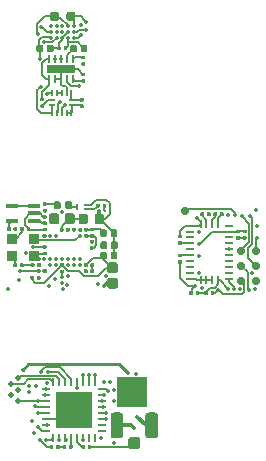
<source format=gbr>
G04 #@! TF.GenerationSoftware,KiCad,Pcbnew,(5.1.5)-3*
G04 #@! TF.CreationDate,2020-06-25T20:17:35-07:00*
G04 #@! TF.ProjectId,Miniscope-v4-Rigid-Flex,4d696e69-7363-46f7-9065-2d76342d5269,rev?*
G04 #@! TF.SameCoordinates,Original*
G04 #@! TF.FileFunction,Copper,L1,Top*
G04 #@! TF.FilePolarity,Positive*
%FSLAX46Y46*%
G04 Gerber Fmt 4.6, Leading zero omitted, Abs format (unit mm)*
G04 Created by KiCad (PCBNEW (5.1.5)-3) date 2020-06-25 20:17:35*
%MOMM*%
%LPD*%
G04 APERTURE LIST*
%ADD10C,0.100000*%
%ADD11R,2.500000X2.500000*%
%ADD12R,3.100000X3.100000*%
%ADD13R,0.260000X0.680000*%
%ADD14R,0.680000X0.260000*%
%ADD15C,0.508000*%
%ADD16C,0.700000*%
%ADD17R,0.254000X0.675000*%
%ADD18R,0.675000X0.254000*%
%ADD19R,0.990000X0.340000*%
%ADD20R,0.880000X0.830000*%
%ADD21R,0.280000X0.170000*%
%ADD22R,0.280000X0.520000*%
%ADD23R,0.610000X0.220000*%
%ADD24R,0.220000X0.610000*%
%ADD25R,0.270000X0.640000*%
%ADD26R,2.390000X0.640000*%
%ADD27C,0.350000*%
%ADD28C,0.300000*%
%ADD29C,0.152400*%
%ADD30C,0.304800*%
%ADD31C,0.254000*%
%ADD32C,0.203200*%
G04 APERTURE END LIST*
G04 #@! TA.AperFunction,SMDPad,CuDef*
D10*
G36*
X114741296Y-116868373D02*
G01*
X114748819Y-116869489D01*
X114756197Y-116871337D01*
X114763358Y-116873899D01*
X114770233Y-116877151D01*
X114776757Y-116881061D01*
X114782865Y-116885592D01*
X114788501Y-116890699D01*
X114793608Y-116896335D01*
X114798139Y-116902443D01*
X114802049Y-116908967D01*
X114805301Y-116915842D01*
X114807863Y-116923003D01*
X114809711Y-116930381D01*
X114810827Y-116937904D01*
X114811200Y-116945500D01*
X114811200Y-117130500D01*
X114810827Y-117138096D01*
X114809711Y-117145619D01*
X114807863Y-117152997D01*
X114805301Y-117160158D01*
X114802049Y-117167033D01*
X114798139Y-117173557D01*
X114793608Y-117179665D01*
X114788501Y-117185301D01*
X114782865Y-117190408D01*
X114776757Y-117194939D01*
X114770233Y-117198849D01*
X114763358Y-117202101D01*
X114756197Y-117204663D01*
X114748819Y-117206511D01*
X114741296Y-117207627D01*
X114733700Y-117208000D01*
X114578700Y-117208000D01*
X114571104Y-117207627D01*
X114563581Y-117206511D01*
X114556203Y-117204663D01*
X114549042Y-117202101D01*
X114542167Y-117198849D01*
X114535643Y-117194939D01*
X114529535Y-117190408D01*
X114523899Y-117185301D01*
X114518792Y-117179665D01*
X114514261Y-117173557D01*
X114510351Y-117167033D01*
X114507099Y-117160158D01*
X114504537Y-117152997D01*
X114502689Y-117145619D01*
X114501573Y-117138096D01*
X114501200Y-117130500D01*
X114501200Y-116945500D01*
X114501573Y-116937904D01*
X114502689Y-116930381D01*
X114504537Y-116923003D01*
X114507099Y-116915842D01*
X114510351Y-116908967D01*
X114514261Y-116902443D01*
X114518792Y-116896335D01*
X114523899Y-116890699D01*
X114529535Y-116885592D01*
X114535643Y-116881061D01*
X114542167Y-116877151D01*
X114549042Y-116873899D01*
X114556203Y-116871337D01*
X114563581Y-116869489D01*
X114571104Y-116868373D01*
X114578700Y-116868000D01*
X114733700Y-116868000D01*
X114741296Y-116868373D01*
G37*
G04 #@! TD.AperFunction*
G04 #@! TA.AperFunction,SMDPad,CuDef*
G36*
X115291296Y-116868373D02*
G01*
X115298819Y-116869489D01*
X115306197Y-116871337D01*
X115313358Y-116873899D01*
X115320233Y-116877151D01*
X115326757Y-116881061D01*
X115332865Y-116885592D01*
X115338501Y-116890699D01*
X115343608Y-116896335D01*
X115348139Y-116902443D01*
X115352049Y-116908967D01*
X115355301Y-116915842D01*
X115357863Y-116923003D01*
X115359711Y-116930381D01*
X115360827Y-116937904D01*
X115361200Y-116945500D01*
X115361200Y-117130500D01*
X115360827Y-117138096D01*
X115359711Y-117145619D01*
X115357863Y-117152997D01*
X115355301Y-117160158D01*
X115352049Y-117167033D01*
X115348139Y-117173557D01*
X115343608Y-117179665D01*
X115338501Y-117185301D01*
X115332865Y-117190408D01*
X115326757Y-117194939D01*
X115320233Y-117198849D01*
X115313358Y-117202101D01*
X115306197Y-117204663D01*
X115298819Y-117206511D01*
X115291296Y-117207627D01*
X115283700Y-117208000D01*
X115128700Y-117208000D01*
X115121104Y-117207627D01*
X115113581Y-117206511D01*
X115106203Y-117204663D01*
X115099042Y-117202101D01*
X115092167Y-117198849D01*
X115085643Y-117194939D01*
X115079535Y-117190408D01*
X115073899Y-117185301D01*
X115068792Y-117179665D01*
X115064261Y-117173557D01*
X115060351Y-117167033D01*
X115057099Y-117160158D01*
X115054537Y-117152997D01*
X115052689Y-117145619D01*
X115051573Y-117138096D01*
X115051200Y-117130500D01*
X115051200Y-116945500D01*
X115051573Y-116937904D01*
X115052689Y-116930381D01*
X115054537Y-116923003D01*
X115057099Y-116915842D01*
X115060351Y-116908967D01*
X115064261Y-116902443D01*
X115068792Y-116896335D01*
X115073899Y-116890699D01*
X115079535Y-116885592D01*
X115085643Y-116881061D01*
X115092167Y-116877151D01*
X115099042Y-116873899D01*
X115106203Y-116871337D01*
X115113581Y-116869489D01*
X115121104Y-116868373D01*
X115128700Y-116868000D01*
X115283700Y-116868000D01*
X115291296Y-116868373D01*
G37*
G04 #@! TD.AperFunction*
G04 #@! TA.AperFunction,SMDPad,CuDef*
G36*
X116535896Y-116868373D02*
G01*
X116543419Y-116869489D01*
X116550797Y-116871337D01*
X116557958Y-116873899D01*
X116564833Y-116877151D01*
X116571357Y-116881061D01*
X116577465Y-116885592D01*
X116583101Y-116890699D01*
X116588208Y-116896335D01*
X116592739Y-116902443D01*
X116596649Y-116908967D01*
X116599901Y-116915842D01*
X116602463Y-116923003D01*
X116604311Y-116930381D01*
X116605427Y-116937904D01*
X116605800Y-116945500D01*
X116605800Y-117130500D01*
X116605427Y-117138096D01*
X116604311Y-117145619D01*
X116602463Y-117152997D01*
X116599901Y-117160158D01*
X116596649Y-117167033D01*
X116592739Y-117173557D01*
X116588208Y-117179665D01*
X116583101Y-117185301D01*
X116577465Y-117190408D01*
X116571357Y-117194939D01*
X116564833Y-117198849D01*
X116557958Y-117202101D01*
X116550797Y-117204663D01*
X116543419Y-117206511D01*
X116535896Y-117207627D01*
X116528300Y-117208000D01*
X116373300Y-117208000D01*
X116365704Y-117207627D01*
X116358181Y-117206511D01*
X116350803Y-117204663D01*
X116343642Y-117202101D01*
X116336767Y-117198849D01*
X116330243Y-117194939D01*
X116324135Y-117190408D01*
X116318499Y-117185301D01*
X116313392Y-117179665D01*
X116308861Y-117173557D01*
X116304951Y-117167033D01*
X116301699Y-117160158D01*
X116299137Y-117152997D01*
X116297289Y-117145619D01*
X116296173Y-117138096D01*
X116295800Y-117130500D01*
X116295800Y-116945500D01*
X116296173Y-116937904D01*
X116297289Y-116930381D01*
X116299137Y-116923003D01*
X116301699Y-116915842D01*
X116304951Y-116908967D01*
X116308861Y-116902443D01*
X116313392Y-116896335D01*
X116318499Y-116890699D01*
X116324135Y-116885592D01*
X116330243Y-116881061D01*
X116336767Y-116877151D01*
X116343642Y-116873899D01*
X116350803Y-116871337D01*
X116358181Y-116869489D01*
X116365704Y-116868373D01*
X116373300Y-116868000D01*
X116528300Y-116868000D01*
X116535896Y-116868373D01*
G37*
G04 #@! TD.AperFunction*
G04 #@! TA.AperFunction,SMDPad,CuDef*
G36*
X115985896Y-116868373D02*
G01*
X115993419Y-116869489D01*
X116000797Y-116871337D01*
X116007958Y-116873899D01*
X116014833Y-116877151D01*
X116021357Y-116881061D01*
X116027465Y-116885592D01*
X116033101Y-116890699D01*
X116038208Y-116896335D01*
X116042739Y-116902443D01*
X116046649Y-116908967D01*
X116049901Y-116915842D01*
X116052463Y-116923003D01*
X116054311Y-116930381D01*
X116055427Y-116937904D01*
X116055800Y-116945500D01*
X116055800Y-117130500D01*
X116055427Y-117138096D01*
X116054311Y-117145619D01*
X116052463Y-117152997D01*
X116049901Y-117160158D01*
X116046649Y-117167033D01*
X116042739Y-117173557D01*
X116038208Y-117179665D01*
X116033101Y-117185301D01*
X116027465Y-117190408D01*
X116021357Y-117194939D01*
X116014833Y-117198849D01*
X116007958Y-117202101D01*
X116000797Y-117204663D01*
X115993419Y-117206511D01*
X115985896Y-117207627D01*
X115978300Y-117208000D01*
X115823300Y-117208000D01*
X115815704Y-117207627D01*
X115808181Y-117206511D01*
X115800803Y-117204663D01*
X115793642Y-117202101D01*
X115786767Y-117198849D01*
X115780243Y-117194939D01*
X115774135Y-117190408D01*
X115768499Y-117185301D01*
X115763392Y-117179665D01*
X115758861Y-117173557D01*
X115754951Y-117167033D01*
X115751699Y-117160158D01*
X115749137Y-117152997D01*
X115747289Y-117145619D01*
X115746173Y-117138096D01*
X115745800Y-117130500D01*
X115745800Y-116945500D01*
X115746173Y-116937904D01*
X115747289Y-116930381D01*
X115749137Y-116923003D01*
X115751699Y-116915842D01*
X115754951Y-116908967D01*
X115758861Y-116902443D01*
X115763392Y-116896335D01*
X115768499Y-116890699D01*
X115774135Y-116885592D01*
X115780243Y-116881061D01*
X115786767Y-116877151D01*
X115793642Y-116873899D01*
X115800803Y-116871337D01*
X115808181Y-116869489D01*
X115815704Y-116868373D01*
X115823300Y-116868000D01*
X115978300Y-116868000D01*
X115985896Y-116868373D01*
G37*
G04 #@! TD.AperFunction*
G04 #@! TA.AperFunction,SMDPad,CuDef*
G36*
X102908696Y-129887773D02*
G01*
X102916219Y-129888889D01*
X102923597Y-129890737D01*
X102930758Y-129893299D01*
X102937633Y-129896551D01*
X102944157Y-129900461D01*
X102950265Y-129904992D01*
X102955901Y-129910099D01*
X102961008Y-129915735D01*
X102965539Y-129921843D01*
X102969449Y-129928367D01*
X102972701Y-129935242D01*
X102975263Y-129942403D01*
X102977111Y-129949781D01*
X102978227Y-129957304D01*
X102978600Y-129964900D01*
X102978600Y-130149900D01*
X102978227Y-130157496D01*
X102977111Y-130165019D01*
X102975263Y-130172397D01*
X102972701Y-130179558D01*
X102969449Y-130186433D01*
X102965539Y-130192957D01*
X102961008Y-130199065D01*
X102955901Y-130204701D01*
X102950265Y-130209808D01*
X102944157Y-130214339D01*
X102937633Y-130218249D01*
X102930758Y-130221501D01*
X102923597Y-130224063D01*
X102916219Y-130225911D01*
X102908696Y-130227027D01*
X102901100Y-130227400D01*
X102746100Y-130227400D01*
X102738504Y-130227027D01*
X102730981Y-130225911D01*
X102723603Y-130224063D01*
X102716442Y-130221501D01*
X102709567Y-130218249D01*
X102703043Y-130214339D01*
X102696935Y-130209808D01*
X102691299Y-130204701D01*
X102686192Y-130199065D01*
X102681661Y-130192957D01*
X102677751Y-130186433D01*
X102674499Y-130179558D01*
X102671937Y-130172397D01*
X102670089Y-130165019D01*
X102668973Y-130157496D01*
X102668600Y-130149900D01*
X102668600Y-129964900D01*
X102668973Y-129957304D01*
X102670089Y-129949781D01*
X102671937Y-129942403D01*
X102674499Y-129935242D01*
X102677751Y-129928367D01*
X102681661Y-129921843D01*
X102686192Y-129915735D01*
X102691299Y-129910099D01*
X102696935Y-129904992D01*
X102703043Y-129900461D01*
X102709567Y-129896551D01*
X102716442Y-129893299D01*
X102723603Y-129890737D01*
X102730981Y-129888889D01*
X102738504Y-129887773D01*
X102746100Y-129887400D01*
X102901100Y-129887400D01*
X102908696Y-129887773D01*
G37*
G04 #@! TD.AperFunction*
G04 #@! TA.AperFunction,SMDPad,CuDef*
G36*
X103458696Y-129887773D02*
G01*
X103466219Y-129888889D01*
X103473597Y-129890737D01*
X103480758Y-129893299D01*
X103487633Y-129896551D01*
X103494157Y-129900461D01*
X103500265Y-129904992D01*
X103505901Y-129910099D01*
X103511008Y-129915735D01*
X103515539Y-129921843D01*
X103519449Y-129928367D01*
X103522701Y-129935242D01*
X103525263Y-129942403D01*
X103527111Y-129949781D01*
X103528227Y-129957304D01*
X103528600Y-129964900D01*
X103528600Y-130149900D01*
X103528227Y-130157496D01*
X103527111Y-130165019D01*
X103525263Y-130172397D01*
X103522701Y-130179558D01*
X103519449Y-130186433D01*
X103515539Y-130192957D01*
X103511008Y-130199065D01*
X103505901Y-130204701D01*
X103500265Y-130209808D01*
X103494157Y-130214339D01*
X103487633Y-130218249D01*
X103480758Y-130221501D01*
X103473597Y-130224063D01*
X103466219Y-130225911D01*
X103458696Y-130227027D01*
X103451100Y-130227400D01*
X103296100Y-130227400D01*
X103288504Y-130227027D01*
X103280981Y-130225911D01*
X103273603Y-130224063D01*
X103266442Y-130221501D01*
X103259567Y-130218249D01*
X103253043Y-130214339D01*
X103246935Y-130209808D01*
X103241299Y-130204701D01*
X103236192Y-130199065D01*
X103231661Y-130192957D01*
X103227751Y-130186433D01*
X103224499Y-130179558D01*
X103221937Y-130172397D01*
X103220089Y-130165019D01*
X103218973Y-130157496D01*
X103218600Y-130149900D01*
X103218600Y-129964900D01*
X103218973Y-129957304D01*
X103220089Y-129949781D01*
X103221937Y-129942403D01*
X103224499Y-129935242D01*
X103227751Y-129928367D01*
X103231661Y-129921843D01*
X103236192Y-129915735D01*
X103241299Y-129910099D01*
X103246935Y-129904992D01*
X103253043Y-129900461D01*
X103259567Y-129896551D01*
X103266442Y-129893299D01*
X103273603Y-129890737D01*
X103280981Y-129888889D01*
X103288504Y-129887773D01*
X103296100Y-129887400D01*
X103451100Y-129887400D01*
X103458696Y-129887773D01*
G37*
G04 #@! TD.AperFunction*
D11*
X109677400Y-125386600D03*
D12*
X104736800Y-126948400D03*
D13*
X102986800Y-124613400D03*
X103486800Y-124613400D03*
X103986800Y-124613400D03*
X104486800Y-124613400D03*
X104986800Y-124613400D03*
X105486800Y-124613400D03*
X105986800Y-124613400D03*
X106486800Y-124613400D03*
D14*
X107071800Y-125198400D03*
X107071800Y-125698400D03*
X107071800Y-126198400D03*
X107071800Y-126698400D03*
X107071800Y-127198400D03*
X107071800Y-127698400D03*
X107071800Y-128198400D03*
X107071800Y-128698400D03*
D13*
X106486800Y-129283400D03*
X105986800Y-129283400D03*
X105486800Y-129283400D03*
X104986800Y-129283400D03*
X104486800Y-129283400D03*
X103986800Y-129283400D03*
X103486800Y-129283400D03*
X102986800Y-129283400D03*
D14*
X102401800Y-128698400D03*
X102401800Y-128198400D03*
X102401800Y-127698400D03*
X102401800Y-127198400D03*
X102401800Y-126698400D03*
X102401800Y-126198400D03*
X102401800Y-125698400D03*
X102401800Y-125198400D03*
D15*
X100000000Y-126180398D03*
X99390400Y-125697798D03*
X100000000Y-125215199D03*
X99390400Y-124732599D03*
X100000000Y-124250000D03*
G04 #@! TA.AperFunction,SMDPad,CuDef*
D10*
G36*
X110104304Y-129235504D02*
G01*
X110128573Y-129239104D01*
X110152371Y-129245065D01*
X110175471Y-129253330D01*
X110197649Y-129263820D01*
X110218693Y-129276433D01*
X110238398Y-129291047D01*
X110256577Y-129307523D01*
X110273053Y-129325702D01*
X110287667Y-129345407D01*
X110300280Y-129366451D01*
X110310770Y-129388629D01*
X110319035Y-129411729D01*
X110324996Y-129435527D01*
X110328596Y-129459796D01*
X110329800Y-129484300D01*
X110329800Y-130034300D01*
X110328596Y-130058804D01*
X110324996Y-130083073D01*
X110319035Y-130106871D01*
X110310770Y-130129971D01*
X110300280Y-130152149D01*
X110287667Y-130173193D01*
X110273053Y-130192898D01*
X110256577Y-130211077D01*
X110238398Y-130227553D01*
X110218693Y-130242167D01*
X110197649Y-130254780D01*
X110175471Y-130265270D01*
X110152371Y-130273535D01*
X110128573Y-130279496D01*
X110104304Y-130283096D01*
X110079800Y-130284300D01*
X109579800Y-130284300D01*
X109555296Y-130283096D01*
X109531027Y-130279496D01*
X109507229Y-130273535D01*
X109484129Y-130265270D01*
X109461951Y-130254780D01*
X109440907Y-130242167D01*
X109421202Y-130227553D01*
X109403023Y-130211077D01*
X109386547Y-130192898D01*
X109371933Y-130173193D01*
X109359320Y-130152149D01*
X109348830Y-130129971D01*
X109340565Y-130106871D01*
X109334604Y-130083073D01*
X109331004Y-130058804D01*
X109329800Y-130034300D01*
X109329800Y-129484300D01*
X109331004Y-129459796D01*
X109334604Y-129435527D01*
X109340565Y-129411729D01*
X109348830Y-129388629D01*
X109359320Y-129366451D01*
X109371933Y-129345407D01*
X109386547Y-129325702D01*
X109403023Y-129307523D01*
X109421202Y-129291047D01*
X109440907Y-129276433D01*
X109461951Y-129263820D01*
X109484129Y-129253330D01*
X109507229Y-129245065D01*
X109531027Y-129239104D01*
X109555296Y-129235504D01*
X109579800Y-129234300D01*
X110079800Y-129234300D01*
X110104304Y-129235504D01*
G37*
G04 #@! TD.AperFunction*
G04 #@! TA.AperFunction,SMDPad,CuDef*
G36*
X108643029Y-127158064D02*
G01*
X108668511Y-127161844D01*
X108693500Y-127168103D01*
X108717754Y-127176782D01*
X108741042Y-127187796D01*
X108763137Y-127201039D01*
X108783828Y-127216385D01*
X108802916Y-127233684D01*
X108820215Y-127252772D01*
X108835561Y-127273463D01*
X108848804Y-127295558D01*
X108859818Y-127318846D01*
X108868497Y-127343100D01*
X108874756Y-127368089D01*
X108878536Y-127393571D01*
X108879800Y-127419300D01*
X108879800Y-129094300D01*
X108878536Y-129120029D01*
X108874756Y-129145511D01*
X108868497Y-129170500D01*
X108859818Y-129194754D01*
X108848804Y-129218042D01*
X108835561Y-129240137D01*
X108820215Y-129260828D01*
X108802916Y-129279916D01*
X108783828Y-129297215D01*
X108763137Y-129312561D01*
X108741042Y-129325804D01*
X108717754Y-129336818D01*
X108693500Y-129345497D01*
X108668511Y-129351756D01*
X108643029Y-129355536D01*
X108617300Y-129356800D01*
X108092300Y-129356800D01*
X108066571Y-129355536D01*
X108041089Y-129351756D01*
X108016100Y-129345497D01*
X107991846Y-129336818D01*
X107968558Y-129325804D01*
X107946463Y-129312561D01*
X107925772Y-129297215D01*
X107906684Y-129279916D01*
X107889385Y-129260828D01*
X107874039Y-129240137D01*
X107860796Y-129218042D01*
X107849782Y-129194754D01*
X107841103Y-129170500D01*
X107834844Y-129145511D01*
X107831064Y-129120029D01*
X107829800Y-129094300D01*
X107829800Y-127419300D01*
X107831064Y-127393571D01*
X107834844Y-127368089D01*
X107841103Y-127343100D01*
X107849782Y-127318846D01*
X107860796Y-127295558D01*
X107874039Y-127273463D01*
X107889385Y-127252772D01*
X107906684Y-127233684D01*
X107925772Y-127216385D01*
X107946463Y-127201039D01*
X107968558Y-127187796D01*
X107991846Y-127176782D01*
X108016100Y-127168103D01*
X108041089Y-127161844D01*
X108066571Y-127158064D01*
X108092300Y-127156800D01*
X108617300Y-127156800D01*
X108643029Y-127158064D01*
G37*
G04 #@! TD.AperFunction*
G04 #@! TA.AperFunction,SMDPad,CuDef*
G36*
X111593029Y-127158064D02*
G01*
X111618511Y-127161844D01*
X111643500Y-127168103D01*
X111667754Y-127176782D01*
X111691042Y-127187796D01*
X111713137Y-127201039D01*
X111733828Y-127216385D01*
X111752916Y-127233684D01*
X111770215Y-127252772D01*
X111785561Y-127273463D01*
X111798804Y-127295558D01*
X111809818Y-127318846D01*
X111818497Y-127343100D01*
X111824756Y-127368089D01*
X111828536Y-127393571D01*
X111829800Y-127419300D01*
X111829800Y-129094300D01*
X111828536Y-129120029D01*
X111824756Y-129145511D01*
X111818497Y-129170500D01*
X111809818Y-129194754D01*
X111798804Y-129218042D01*
X111785561Y-129240137D01*
X111770215Y-129260828D01*
X111752916Y-129279916D01*
X111733828Y-129297215D01*
X111713137Y-129312561D01*
X111691042Y-129325804D01*
X111667754Y-129336818D01*
X111643500Y-129345497D01*
X111618511Y-129351756D01*
X111593029Y-129355536D01*
X111567300Y-129356800D01*
X111042300Y-129356800D01*
X111016571Y-129355536D01*
X110991089Y-129351756D01*
X110966100Y-129345497D01*
X110941846Y-129336818D01*
X110918558Y-129325804D01*
X110896463Y-129312561D01*
X110875772Y-129297215D01*
X110856684Y-129279916D01*
X110839385Y-129260828D01*
X110824039Y-129240137D01*
X110810796Y-129218042D01*
X110799782Y-129194754D01*
X110791103Y-129170500D01*
X110784844Y-129145511D01*
X110781064Y-129120029D01*
X110779800Y-129094300D01*
X110779800Y-127419300D01*
X110781064Y-127393571D01*
X110784844Y-127368089D01*
X110791103Y-127343100D01*
X110799782Y-127318846D01*
X110810796Y-127295558D01*
X110824039Y-127273463D01*
X110839385Y-127252772D01*
X110856684Y-127233684D01*
X110875772Y-127216385D01*
X110896463Y-127201039D01*
X110918558Y-127187796D01*
X110941846Y-127176782D01*
X110966100Y-127168103D01*
X110991089Y-127161844D01*
X111016571Y-127158064D01*
X111042300Y-127156800D01*
X111567300Y-127156800D01*
X111593029Y-127158064D01*
G37*
G04 #@! TD.AperFunction*
D16*
X120112800Y-115987200D03*
X120112800Y-113447200D03*
G04 #@! TA.AperFunction,SMDPad,CuDef*
D10*
G36*
X117323296Y-110204173D02*
G01*
X117330819Y-110205289D01*
X117338197Y-110207137D01*
X117345358Y-110209699D01*
X117352233Y-110212951D01*
X117358757Y-110216861D01*
X117364865Y-110221392D01*
X117370501Y-110226499D01*
X117375608Y-110232135D01*
X117380139Y-110238243D01*
X117384049Y-110244767D01*
X117387301Y-110251642D01*
X117389863Y-110258803D01*
X117391711Y-110266181D01*
X117392827Y-110273704D01*
X117393200Y-110281300D01*
X117393200Y-110466300D01*
X117392827Y-110473896D01*
X117391711Y-110481419D01*
X117389863Y-110488797D01*
X117387301Y-110495958D01*
X117384049Y-110502833D01*
X117380139Y-110509357D01*
X117375608Y-110515465D01*
X117370501Y-110521101D01*
X117364865Y-110526208D01*
X117358757Y-110530739D01*
X117352233Y-110534649D01*
X117345358Y-110537901D01*
X117338197Y-110540463D01*
X117330819Y-110542311D01*
X117323296Y-110543427D01*
X117315700Y-110543800D01*
X117160700Y-110543800D01*
X117153104Y-110543427D01*
X117145581Y-110542311D01*
X117138203Y-110540463D01*
X117131042Y-110537901D01*
X117124167Y-110534649D01*
X117117643Y-110530739D01*
X117111535Y-110526208D01*
X117105899Y-110521101D01*
X117100792Y-110515465D01*
X117096261Y-110509357D01*
X117092351Y-110502833D01*
X117089099Y-110495958D01*
X117086537Y-110488797D01*
X117084689Y-110481419D01*
X117083573Y-110473896D01*
X117083200Y-110466300D01*
X117083200Y-110281300D01*
X117083573Y-110273704D01*
X117084689Y-110266181D01*
X117086537Y-110258803D01*
X117089099Y-110251642D01*
X117092351Y-110244767D01*
X117096261Y-110238243D01*
X117100792Y-110232135D01*
X117105899Y-110226499D01*
X117111535Y-110221392D01*
X117117643Y-110216861D01*
X117124167Y-110212951D01*
X117131042Y-110209699D01*
X117138203Y-110207137D01*
X117145581Y-110205289D01*
X117153104Y-110204173D01*
X117160700Y-110203800D01*
X117315700Y-110203800D01*
X117323296Y-110204173D01*
G37*
G04 #@! TD.AperFunction*
G04 #@! TA.AperFunction,SMDPad,CuDef*
G36*
X116773296Y-110204173D02*
G01*
X116780819Y-110205289D01*
X116788197Y-110207137D01*
X116795358Y-110209699D01*
X116802233Y-110212951D01*
X116808757Y-110216861D01*
X116814865Y-110221392D01*
X116820501Y-110226499D01*
X116825608Y-110232135D01*
X116830139Y-110238243D01*
X116834049Y-110244767D01*
X116837301Y-110251642D01*
X116839863Y-110258803D01*
X116841711Y-110266181D01*
X116842827Y-110273704D01*
X116843200Y-110281300D01*
X116843200Y-110466300D01*
X116842827Y-110473896D01*
X116841711Y-110481419D01*
X116839863Y-110488797D01*
X116837301Y-110495958D01*
X116834049Y-110502833D01*
X116830139Y-110509357D01*
X116825608Y-110515465D01*
X116820501Y-110521101D01*
X116814865Y-110526208D01*
X116808757Y-110530739D01*
X116802233Y-110534649D01*
X116795358Y-110537901D01*
X116788197Y-110540463D01*
X116780819Y-110542311D01*
X116773296Y-110543427D01*
X116765700Y-110543800D01*
X116610700Y-110543800D01*
X116603104Y-110543427D01*
X116595581Y-110542311D01*
X116588203Y-110540463D01*
X116581042Y-110537901D01*
X116574167Y-110534649D01*
X116567643Y-110530739D01*
X116561535Y-110526208D01*
X116555899Y-110521101D01*
X116550792Y-110515465D01*
X116546261Y-110509357D01*
X116542351Y-110502833D01*
X116539099Y-110495958D01*
X116536537Y-110488797D01*
X116534689Y-110481419D01*
X116533573Y-110473896D01*
X116533200Y-110466300D01*
X116533200Y-110281300D01*
X116533573Y-110273704D01*
X116534689Y-110266181D01*
X116536537Y-110258803D01*
X116539099Y-110251642D01*
X116542351Y-110244767D01*
X116546261Y-110238243D01*
X116550792Y-110232135D01*
X116555899Y-110226499D01*
X116561535Y-110221392D01*
X116567643Y-110216861D01*
X116574167Y-110212951D01*
X116581042Y-110209699D01*
X116588203Y-110207137D01*
X116595581Y-110205289D01*
X116603104Y-110204173D01*
X116610700Y-110203800D01*
X116765700Y-110203800D01*
X116773296Y-110204173D01*
G37*
G04 #@! TD.AperFunction*
G04 #@! TA.AperFunction,SMDPad,CuDef*
G36*
X118699296Y-111674173D02*
G01*
X118706819Y-111675289D01*
X118714197Y-111677137D01*
X118721358Y-111679699D01*
X118728233Y-111682951D01*
X118734757Y-111686861D01*
X118740865Y-111691392D01*
X118746501Y-111696499D01*
X118751608Y-111702135D01*
X118756139Y-111708243D01*
X118760049Y-111714767D01*
X118763301Y-111721642D01*
X118765863Y-111728803D01*
X118767711Y-111736181D01*
X118768827Y-111743704D01*
X118769200Y-111751300D01*
X118769200Y-111906300D01*
X118768827Y-111913896D01*
X118767711Y-111921419D01*
X118765863Y-111928797D01*
X118763301Y-111935958D01*
X118760049Y-111942833D01*
X118756139Y-111949357D01*
X118751608Y-111955465D01*
X118746501Y-111961101D01*
X118740865Y-111966208D01*
X118734757Y-111970739D01*
X118728233Y-111974649D01*
X118721358Y-111977901D01*
X118714197Y-111980463D01*
X118706819Y-111982311D01*
X118699296Y-111983427D01*
X118691700Y-111983800D01*
X118506700Y-111983800D01*
X118499104Y-111983427D01*
X118491581Y-111982311D01*
X118484203Y-111980463D01*
X118477042Y-111977901D01*
X118470167Y-111974649D01*
X118463643Y-111970739D01*
X118457535Y-111966208D01*
X118451899Y-111961101D01*
X118446792Y-111955465D01*
X118442261Y-111949357D01*
X118438351Y-111942833D01*
X118435099Y-111935958D01*
X118432537Y-111928797D01*
X118430689Y-111921419D01*
X118429573Y-111913896D01*
X118429200Y-111906300D01*
X118429200Y-111751300D01*
X118429573Y-111743704D01*
X118430689Y-111736181D01*
X118432537Y-111728803D01*
X118435099Y-111721642D01*
X118438351Y-111714767D01*
X118442261Y-111708243D01*
X118446792Y-111702135D01*
X118451899Y-111696499D01*
X118457535Y-111691392D01*
X118463643Y-111686861D01*
X118470167Y-111682951D01*
X118477042Y-111679699D01*
X118484203Y-111677137D01*
X118491581Y-111675289D01*
X118499104Y-111674173D01*
X118506700Y-111673800D01*
X118691700Y-111673800D01*
X118699296Y-111674173D01*
G37*
G04 #@! TD.AperFunction*
G04 #@! TA.AperFunction,SMDPad,CuDef*
G36*
X118699296Y-112224173D02*
G01*
X118706819Y-112225289D01*
X118714197Y-112227137D01*
X118721358Y-112229699D01*
X118728233Y-112232951D01*
X118734757Y-112236861D01*
X118740865Y-112241392D01*
X118746501Y-112246499D01*
X118751608Y-112252135D01*
X118756139Y-112258243D01*
X118760049Y-112264767D01*
X118763301Y-112271642D01*
X118765863Y-112278803D01*
X118767711Y-112286181D01*
X118768827Y-112293704D01*
X118769200Y-112301300D01*
X118769200Y-112456300D01*
X118768827Y-112463896D01*
X118767711Y-112471419D01*
X118765863Y-112478797D01*
X118763301Y-112485958D01*
X118760049Y-112492833D01*
X118756139Y-112499357D01*
X118751608Y-112505465D01*
X118746501Y-112511101D01*
X118740865Y-112516208D01*
X118734757Y-112520739D01*
X118728233Y-112524649D01*
X118721358Y-112527901D01*
X118714197Y-112530463D01*
X118706819Y-112532311D01*
X118699296Y-112533427D01*
X118691700Y-112533800D01*
X118506700Y-112533800D01*
X118499104Y-112533427D01*
X118491581Y-112532311D01*
X118484203Y-112530463D01*
X118477042Y-112527901D01*
X118470167Y-112524649D01*
X118463643Y-112520739D01*
X118457535Y-112516208D01*
X118451899Y-112511101D01*
X118446792Y-112505465D01*
X118442261Y-112499357D01*
X118438351Y-112492833D01*
X118435099Y-112485958D01*
X118432537Y-112478797D01*
X118430689Y-112471419D01*
X118429573Y-112463896D01*
X118429200Y-112456300D01*
X118429200Y-112301300D01*
X118429573Y-112293704D01*
X118430689Y-112286181D01*
X118432537Y-112278803D01*
X118435099Y-112271642D01*
X118438351Y-112264767D01*
X118442261Y-112258243D01*
X118446792Y-112252135D01*
X118451899Y-112246499D01*
X118457535Y-112241392D01*
X118463643Y-112236861D01*
X118470167Y-112232951D01*
X118477042Y-112229699D01*
X118484203Y-112227137D01*
X118491581Y-112225289D01*
X118499104Y-112224173D01*
X118506700Y-112223800D01*
X118691700Y-112223800D01*
X118699296Y-112224173D01*
G37*
G04 #@! TD.AperFunction*
G04 #@! TA.AperFunction,SMDPad,CuDef*
G36*
X119283496Y-111674173D02*
G01*
X119291019Y-111675289D01*
X119298397Y-111677137D01*
X119305558Y-111679699D01*
X119312433Y-111682951D01*
X119318957Y-111686861D01*
X119325065Y-111691392D01*
X119330701Y-111696499D01*
X119335808Y-111702135D01*
X119340339Y-111708243D01*
X119344249Y-111714767D01*
X119347501Y-111721642D01*
X119350063Y-111728803D01*
X119351911Y-111736181D01*
X119353027Y-111743704D01*
X119353400Y-111751300D01*
X119353400Y-111906300D01*
X119353027Y-111913896D01*
X119351911Y-111921419D01*
X119350063Y-111928797D01*
X119347501Y-111935958D01*
X119344249Y-111942833D01*
X119340339Y-111949357D01*
X119335808Y-111955465D01*
X119330701Y-111961101D01*
X119325065Y-111966208D01*
X119318957Y-111970739D01*
X119312433Y-111974649D01*
X119305558Y-111977901D01*
X119298397Y-111980463D01*
X119291019Y-111982311D01*
X119283496Y-111983427D01*
X119275900Y-111983800D01*
X119090900Y-111983800D01*
X119083304Y-111983427D01*
X119075781Y-111982311D01*
X119068403Y-111980463D01*
X119061242Y-111977901D01*
X119054367Y-111974649D01*
X119047843Y-111970739D01*
X119041735Y-111966208D01*
X119036099Y-111961101D01*
X119030992Y-111955465D01*
X119026461Y-111949357D01*
X119022551Y-111942833D01*
X119019299Y-111935958D01*
X119016737Y-111928797D01*
X119014889Y-111921419D01*
X119013773Y-111913896D01*
X119013400Y-111906300D01*
X119013400Y-111751300D01*
X119013773Y-111743704D01*
X119014889Y-111736181D01*
X119016737Y-111728803D01*
X119019299Y-111721642D01*
X119022551Y-111714767D01*
X119026461Y-111708243D01*
X119030992Y-111702135D01*
X119036099Y-111696499D01*
X119041735Y-111691392D01*
X119047843Y-111686861D01*
X119054367Y-111682951D01*
X119061242Y-111679699D01*
X119068403Y-111677137D01*
X119075781Y-111675289D01*
X119083304Y-111674173D01*
X119090900Y-111673800D01*
X119275900Y-111673800D01*
X119283496Y-111674173D01*
G37*
G04 #@! TD.AperFunction*
G04 #@! TA.AperFunction,SMDPad,CuDef*
G36*
X119283496Y-112224173D02*
G01*
X119291019Y-112225289D01*
X119298397Y-112227137D01*
X119305558Y-112229699D01*
X119312433Y-112232951D01*
X119318957Y-112236861D01*
X119325065Y-112241392D01*
X119330701Y-112246499D01*
X119335808Y-112252135D01*
X119340339Y-112258243D01*
X119344249Y-112264767D01*
X119347501Y-112271642D01*
X119350063Y-112278803D01*
X119351911Y-112286181D01*
X119353027Y-112293704D01*
X119353400Y-112301300D01*
X119353400Y-112456300D01*
X119353027Y-112463896D01*
X119351911Y-112471419D01*
X119350063Y-112478797D01*
X119347501Y-112485958D01*
X119344249Y-112492833D01*
X119340339Y-112499357D01*
X119335808Y-112505465D01*
X119330701Y-112511101D01*
X119325065Y-112516208D01*
X119318957Y-112520739D01*
X119312433Y-112524649D01*
X119305558Y-112527901D01*
X119298397Y-112530463D01*
X119291019Y-112532311D01*
X119283496Y-112533427D01*
X119275900Y-112533800D01*
X119090900Y-112533800D01*
X119083304Y-112533427D01*
X119075781Y-112532311D01*
X119068403Y-112530463D01*
X119061242Y-112527901D01*
X119054367Y-112524649D01*
X119047843Y-112520739D01*
X119041735Y-112516208D01*
X119036099Y-112511101D01*
X119030992Y-112505465D01*
X119026461Y-112499357D01*
X119022551Y-112492833D01*
X119019299Y-112485958D01*
X119016737Y-112478797D01*
X119014889Y-112471419D01*
X119013773Y-112463896D01*
X119013400Y-112456300D01*
X119013400Y-112301300D01*
X119013773Y-112293704D01*
X119014889Y-112286181D01*
X119016737Y-112278803D01*
X119019299Y-112271642D01*
X119022551Y-112264767D01*
X119026461Y-112258243D01*
X119030992Y-112252135D01*
X119036099Y-112246499D01*
X119041735Y-112241392D01*
X119047843Y-112236861D01*
X119054367Y-112232951D01*
X119061242Y-112229699D01*
X119068403Y-112227137D01*
X119075781Y-112225289D01*
X119083304Y-112224173D01*
X119090900Y-112223800D01*
X119275900Y-112223800D01*
X119283496Y-112224173D01*
G37*
G04 #@! TD.AperFunction*
D16*
X120112800Y-114717200D03*
G04 #@! TA.AperFunction,SMDPad,CuDef*
D10*
G36*
X116231096Y-110204173D02*
G01*
X116238619Y-110205289D01*
X116245997Y-110207137D01*
X116253158Y-110209699D01*
X116260033Y-110212951D01*
X116266557Y-110216861D01*
X116272665Y-110221392D01*
X116278301Y-110226499D01*
X116283408Y-110232135D01*
X116287939Y-110238243D01*
X116291849Y-110244767D01*
X116295101Y-110251642D01*
X116297663Y-110258803D01*
X116299511Y-110266181D01*
X116300627Y-110273704D01*
X116301000Y-110281300D01*
X116301000Y-110466300D01*
X116300627Y-110473896D01*
X116299511Y-110481419D01*
X116297663Y-110488797D01*
X116295101Y-110495958D01*
X116291849Y-110502833D01*
X116287939Y-110509357D01*
X116283408Y-110515465D01*
X116278301Y-110521101D01*
X116272665Y-110526208D01*
X116266557Y-110530739D01*
X116260033Y-110534649D01*
X116253158Y-110537901D01*
X116245997Y-110540463D01*
X116238619Y-110542311D01*
X116231096Y-110543427D01*
X116223500Y-110543800D01*
X116068500Y-110543800D01*
X116060904Y-110543427D01*
X116053381Y-110542311D01*
X116046003Y-110540463D01*
X116038842Y-110537901D01*
X116031967Y-110534649D01*
X116025443Y-110530739D01*
X116019335Y-110526208D01*
X116013699Y-110521101D01*
X116008592Y-110515465D01*
X116004061Y-110509357D01*
X116000151Y-110502833D01*
X115996899Y-110495958D01*
X115994337Y-110488797D01*
X115992489Y-110481419D01*
X115991373Y-110473896D01*
X115991000Y-110466300D01*
X115991000Y-110281300D01*
X115991373Y-110273704D01*
X115992489Y-110266181D01*
X115994337Y-110258803D01*
X115996899Y-110251642D01*
X116000151Y-110244767D01*
X116004061Y-110238243D01*
X116008592Y-110232135D01*
X116013699Y-110226499D01*
X116019335Y-110221392D01*
X116025443Y-110216861D01*
X116031967Y-110212951D01*
X116038842Y-110209699D01*
X116046003Y-110207137D01*
X116053381Y-110205289D01*
X116060904Y-110204173D01*
X116068500Y-110203800D01*
X116223500Y-110203800D01*
X116231096Y-110204173D01*
G37*
G04 #@! TD.AperFunction*
G04 #@! TA.AperFunction,SMDPad,CuDef*
G36*
X115681096Y-110204173D02*
G01*
X115688619Y-110205289D01*
X115695997Y-110207137D01*
X115703158Y-110209699D01*
X115710033Y-110212951D01*
X115716557Y-110216861D01*
X115722665Y-110221392D01*
X115728301Y-110226499D01*
X115733408Y-110232135D01*
X115737939Y-110238243D01*
X115741849Y-110244767D01*
X115745101Y-110251642D01*
X115747663Y-110258803D01*
X115749511Y-110266181D01*
X115750627Y-110273704D01*
X115751000Y-110281300D01*
X115751000Y-110466300D01*
X115750627Y-110473896D01*
X115749511Y-110481419D01*
X115747663Y-110488797D01*
X115745101Y-110495958D01*
X115741849Y-110502833D01*
X115737939Y-110509357D01*
X115733408Y-110515465D01*
X115728301Y-110521101D01*
X115722665Y-110526208D01*
X115716557Y-110530739D01*
X115710033Y-110534649D01*
X115703158Y-110537901D01*
X115695997Y-110540463D01*
X115688619Y-110542311D01*
X115681096Y-110543427D01*
X115673500Y-110543800D01*
X115518500Y-110543800D01*
X115510904Y-110543427D01*
X115503381Y-110542311D01*
X115496003Y-110540463D01*
X115488842Y-110537901D01*
X115481967Y-110534649D01*
X115475443Y-110530739D01*
X115469335Y-110526208D01*
X115463699Y-110521101D01*
X115458592Y-110515465D01*
X115454061Y-110509357D01*
X115450151Y-110502833D01*
X115446899Y-110495958D01*
X115444337Y-110488797D01*
X115442489Y-110481419D01*
X115441373Y-110473896D01*
X115441000Y-110466300D01*
X115441000Y-110281300D01*
X115441373Y-110273704D01*
X115442489Y-110266181D01*
X115444337Y-110258803D01*
X115446899Y-110251642D01*
X115450151Y-110244767D01*
X115454061Y-110238243D01*
X115458592Y-110232135D01*
X115463699Y-110226499D01*
X115469335Y-110221392D01*
X115475443Y-110216861D01*
X115481967Y-110212951D01*
X115488842Y-110209699D01*
X115496003Y-110207137D01*
X115503381Y-110205289D01*
X115510904Y-110204173D01*
X115518500Y-110203800D01*
X115673500Y-110203800D01*
X115681096Y-110204173D01*
G37*
G04 #@! TD.AperFunction*
D16*
X118842800Y-114717200D03*
G04 #@! TA.AperFunction,SMDPad,CuDef*
D10*
G36*
X113786696Y-114256173D02*
G01*
X113794219Y-114257289D01*
X113801597Y-114259137D01*
X113808758Y-114261699D01*
X113815633Y-114264951D01*
X113822157Y-114268861D01*
X113828265Y-114273392D01*
X113833901Y-114278499D01*
X113839008Y-114284135D01*
X113843539Y-114290243D01*
X113847449Y-114296767D01*
X113850701Y-114303642D01*
X113853263Y-114310803D01*
X113855111Y-114318181D01*
X113856227Y-114325704D01*
X113856600Y-114333300D01*
X113856600Y-114488300D01*
X113856227Y-114495896D01*
X113855111Y-114503419D01*
X113853263Y-114510797D01*
X113850701Y-114517958D01*
X113847449Y-114524833D01*
X113843539Y-114531357D01*
X113839008Y-114537465D01*
X113833901Y-114543101D01*
X113828265Y-114548208D01*
X113822157Y-114552739D01*
X113815633Y-114556649D01*
X113808758Y-114559901D01*
X113801597Y-114562463D01*
X113794219Y-114564311D01*
X113786696Y-114565427D01*
X113779100Y-114565800D01*
X113594100Y-114565800D01*
X113586504Y-114565427D01*
X113578981Y-114564311D01*
X113571603Y-114562463D01*
X113564442Y-114559901D01*
X113557567Y-114556649D01*
X113551043Y-114552739D01*
X113544935Y-114548208D01*
X113539299Y-114543101D01*
X113534192Y-114537465D01*
X113529661Y-114531357D01*
X113525751Y-114524833D01*
X113522499Y-114517958D01*
X113519937Y-114510797D01*
X113518089Y-114503419D01*
X113516973Y-114495896D01*
X113516600Y-114488300D01*
X113516600Y-114333300D01*
X113516973Y-114325704D01*
X113518089Y-114318181D01*
X113519937Y-114310803D01*
X113522499Y-114303642D01*
X113525751Y-114296767D01*
X113529661Y-114290243D01*
X113534192Y-114284135D01*
X113539299Y-114278499D01*
X113544935Y-114273392D01*
X113551043Y-114268861D01*
X113557567Y-114264951D01*
X113564442Y-114261699D01*
X113571603Y-114259137D01*
X113578981Y-114257289D01*
X113586504Y-114256173D01*
X113594100Y-114255800D01*
X113779100Y-114255800D01*
X113786696Y-114256173D01*
G37*
G04 #@! TD.AperFunction*
G04 #@! TA.AperFunction,SMDPad,CuDef*
G36*
X113786696Y-113706173D02*
G01*
X113794219Y-113707289D01*
X113801597Y-113709137D01*
X113808758Y-113711699D01*
X113815633Y-113714951D01*
X113822157Y-113718861D01*
X113828265Y-113723392D01*
X113833901Y-113728499D01*
X113839008Y-113734135D01*
X113843539Y-113740243D01*
X113847449Y-113746767D01*
X113850701Y-113753642D01*
X113853263Y-113760803D01*
X113855111Y-113768181D01*
X113856227Y-113775704D01*
X113856600Y-113783300D01*
X113856600Y-113938300D01*
X113856227Y-113945896D01*
X113855111Y-113953419D01*
X113853263Y-113960797D01*
X113850701Y-113967958D01*
X113847449Y-113974833D01*
X113843539Y-113981357D01*
X113839008Y-113987465D01*
X113833901Y-113993101D01*
X113828265Y-113998208D01*
X113822157Y-114002739D01*
X113815633Y-114006649D01*
X113808758Y-114009901D01*
X113801597Y-114012463D01*
X113794219Y-114014311D01*
X113786696Y-114015427D01*
X113779100Y-114015800D01*
X113594100Y-114015800D01*
X113586504Y-114015427D01*
X113578981Y-114014311D01*
X113571603Y-114012463D01*
X113564442Y-114009901D01*
X113557567Y-114006649D01*
X113551043Y-114002739D01*
X113544935Y-113998208D01*
X113539299Y-113993101D01*
X113534192Y-113987465D01*
X113529661Y-113981357D01*
X113525751Y-113974833D01*
X113522499Y-113967958D01*
X113519937Y-113960797D01*
X113518089Y-113953419D01*
X113516973Y-113945896D01*
X113516600Y-113938300D01*
X113516600Y-113783300D01*
X113516973Y-113775704D01*
X113518089Y-113768181D01*
X113519937Y-113760803D01*
X113522499Y-113753642D01*
X113525751Y-113746767D01*
X113529661Y-113740243D01*
X113534192Y-113734135D01*
X113539299Y-113728499D01*
X113544935Y-113723392D01*
X113551043Y-113718861D01*
X113557567Y-113714951D01*
X113564442Y-113711699D01*
X113571603Y-113709137D01*
X113578981Y-113707289D01*
X113586504Y-113706173D01*
X113594100Y-113705800D01*
X113779100Y-113705800D01*
X113786696Y-113706173D01*
G37*
G04 #@! TD.AperFunction*
G04 #@! TA.AperFunction,SMDPad,CuDef*
G36*
X113822496Y-112105973D02*
G01*
X113830019Y-112107089D01*
X113837397Y-112108937D01*
X113844558Y-112111499D01*
X113851433Y-112114751D01*
X113857957Y-112118661D01*
X113864065Y-112123192D01*
X113869701Y-112128299D01*
X113874808Y-112133935D01*
X113879339Y-112140043D01*
X113883249Y-112146567D01*
X113886501Y-112153442D01*
X113889063Y-112160603D01*
X113890911Y-112167981D01*
X113892027Y-112175504D01*
X113892400Y-112183100D01*
X113892400Y-112338100D01*
X113892027Y-112345696D01*
X113890911Y-112353219D01*
X113889063Y-112360597D01*
X113886501Y-112367758D01*
X113883249Y-112374633D01*
X113879339Y-112381157D01*
X113874808Y-112387265D01*
X113869701Y-112392901D01*
X113864065Y-112398008D01*
X113857957Y-112402539D01*
X113851433Y-112406449D01*
X113844558Y-112409701D01*
X113837397Y-112412263D01*
X113830019Y-112414111D01*
X113822496Y-112415227D01*
X113814900Y-112415600D01*
X113629900Y-112415600D01*
X113622304Y-112415227D01*
X113614781Y-112414111D01*
X113607403Y-112412263D01*
X113600242Y-112409701D01*
X113593367Y-112406449D01*
X113586843Y-112402539D01*
X113580735Y-112398008D01*
X113575099Y-112392901D01*
X113569992Y-112387265D01*
X113565461Y-112381157D01*
X113561551Y-112374633D01*
X113558299Y-112367758D01*
X113555737Y-112360597D01*
X113553889Y-112353219D01*
X113552773Y-112345696D01*
X113552400Y-112338100D01*
X113552400Y-112183100D01*
X113552773Y-112175504D01*
X113553889Y-112167981D01*
X113555737Y-112160603D01*
X113558299Y-112153442D01*
X113561551Y-112146567D01*
X113565461Y-112140043D01*
X113569992Y-112133935D01*
X113575099Y-112128299D01*
X113580735Y-112123192D01*
X113586843Y-112118661D01*
X113593367Y-112114751D01*
X113600242Y-112111499D01*
X113607403Y-112108937D01*
X113614781Y-112107089D01*
X113622304Y-112105973D01*
X113629900Y-112105600D01*
X113814900Y-112105600D01*
X113822496Y-112105973D01*
G37*
G04 #@! TD.AperFunction*
G04 #@! TA.AperFunction,SMDPad,CuDef*
G36*
X113822496Y-112655973D02*
G01*
X113830019Y-112657089D01*
X113837397Y-112658937D01*
X113844558Y-112661499D01*
X113851433Y-112664751D01*
X113857957Y-112668661D01*
X113864065Y-112673192D01*
X113869701Y-112678299D01*
X113874808Y-112683935D01*
X113879339Y-112690043D01*
X113883249Y-112696567D01*
X113886501Y-112703442D01*
X113889063Y-112710603D01*
X113890911Y-112717981D01*
X113892027Y-112725504D01*
X113892400Y-112733100D01*
X113892400Y-112888100D01*
X113892027Y-112895696D01*
X113890911Y-112903219D01*
X113889063Y-112910597D01*
X113886501Y-112917758D01*
X113883249Y-112924633D01*
X113879339Y-112931157D01*
X113874808Y-112937265D01*
X113869701Y-112942901D01*
X113864065Y-112948008D01*
X113857957Y-112952539D01*
X113851433Y-112956449D01*
X113844558Y-112959701D01*
X113837397Y-112962263D01*
X113830019Y-112964111D01*
X113822496Y-112965227D01*
X113814900Y-112965600D01*
X113629900Y-112965600D01*
X113622304Y-112965227D01*
X113614781Y-112964111D01*
X113607403Y-112962263D01*
X113600242Y-112959701D01*
X113593367Y-112956449D01*
X113586843Y-112952539D01*
X113580735Y-112948008D01*
X113575099Y-112942901D01*
X113569992Y-112937265D01*
X113565461Y-112931157D01*
X113561551Y-112924633D01*
X113558299Y-112917758D01*
X113555737Y-112910597D01*
X113553889Y-112903219D01*
X113552773Y-112895696D01*
X113552400Y-112888100D01*
X113552400Y-112733100D01*
X113552773Y-112725504D01*
X113553889Y-112717981D01*
X113555737Y-112710603D01*
X113558299Y-112703442D01*
X113561551Y-112696567D01*
X113565461Y-112690043D01*
X113569992Y-112683935D01*
X113575099Y-112678299D01*
X113580735Y-112673192D01*
X113586843Y-112668661D01*
X113593367Y-112664751D01*
X113600242Y-112661499D01*
X113607403Y-112658937D01*
X113614781Y-112657089D01*
X113622304Y-112655973D01*
X113629900Y-112655600D01*
X113814900Y-112655600D01*
X113822496Y-112655973D01*
G37*
G04 #@! TD.AperFunction*
D16*
X118842800Y-113447200D03*
D17*
X115450200Y-115976100D03*
X115950200Y-115976100D03*
X116450200Y-115976100D03*
D18*
X114537700Y-115838600D03*
X114537700Y-115338600D03*
X114537700Y-114838600D03*
X114537700Y-114338600D03*
X114537700Y-113838600D03*
X114537700Y-113338600D03*
X114537700Y-112838600D03*
X114537700Y-112338600D03*
X114537700Y-111838600D03*
X117862700Y-115838600D03*
X117862700Y-115338600D03*
X117862700Y-114838600D03*
X117862700Y-114338600D03*
X117862700Y-113838600D03*
X117862700Y-113338600D03*
X117862700Y-112838600D03*
X117862700Y-112338600D03*
X117862700Y-111838600D03*
D17*
X115450200Y-111201100D03*
X115950200Y-111201100D03*
X116450200Y-111201100D03*
D18*
X117862700Y-111338600D03*
D17*
X116950200Y-111201100D03*
D18*
X114537700Y-111338600D03*
D17*
X116950200Y-115976100D03*
G04 #@! TA.AperFunction,SMDPad,CuDef*
D10*
G36*
X105807096Y-114524973D02*
G01*
X105814619Y-114526089D01*
X105821997Y-114527937D01*
X105829158Y-114530499D01*
X105836033Y-114533751D01*
X105842557Y-114537661D01*
X105848665Y-114542192D01*
X105854301Y-114547299D01*
X105859408Y-114552935D01*
X105863939Y-114559043D01*
X105867849Y-114565567D01*
X105871101Y-114572442D01*
X105873663Y-114579603D01*
X105875511Y-114586981D01*
X105876627Y-114594504D01*
X105877000Y-114602100D01*
X105877000Y-114787100D01*
X105876627Y-114794696D01*
X105875511Y-114802219D01*
X105873663Y-114809597D01*
X105871101Y-114816758D01*
X105867849Y-114823633D01*
X105863939Y-114830157D01*
X105859408Y-114836265D01*
X105854301Y-114841901D01*
X105848665Y-114847008D01*
X105842557Y-114851539D01*
X105836033Y-114855449D01*
X105829158Y-114858701D01*
X105821997Y-114861263D01*
X105814619Y-114863111D01*
X105807096Y-114864227D01*
X105799500Y-114864600D01*
X105644500Y-114864600D01*
X105636904Y-114864227D01*
X105629381Y-114863111D01*
X105622003Y-114861263D01*
X105614842Y-114858701D01*
X105607967Y-114855449D01*
X105601443Y-114851539D01*
X105595335Y-114847008D01*
X105589699Y-114841901D01*
X105584592Y-114836265D01*
X105580061Y-114830157D01*
X105576151Y-114823633D01*
X105572899Y-114816758D01*
X105570337Y-114809597D01*
X105568489Y-114802219D01*
X105567373Y-114794696D01*
X105567000Y-114787100D01*
X105567000Y-114602100D01*
X105567373Y-114594504D01*
X105568489Y-114586981D01*
X105570337Y-114579603D01*
X105572899Y-114572442D01*
X105576151Y-114565567D01*
X105580061Y-114559043D01*
X105584592Y-114552935D01*
X105589699Y-114547299D01*
X105595335Y-114542192D01*
X105601443Y-114537661D01*
X105607967Y-114533751D01*
X105614842Y-114530499D01*
X105622003Y-114527937D01*
X105629381Y-114526089D01*
X105636904Y-114524973D01*
X105644500Y-114524600D01*
X105799500Y-114524600D01*
X105807096Y-114524973D01*
G37*
G04 #@! TD.AperFunction*
G04 #@! TA.AperFunction,SMDPad,CuDef*
G36*
X106357096Y-114524973D02*
G01*
X106364619Y-114526089D01*
X106371997Y-114527937D01*
X106379158Y-114530499D01*
X106386033Y-114533751D01*
X106392557Y-114537661D01*
X106398665Y-114542192D01*
X106404301Y-114547299D01*
X106409408Y-114552935D01*
X106413939Y-114559043D01*
X106417849Y-114565567D01*
X106421101Y-114572442D01*
X106423663Y-114579603D01*
X106425511Y-114586981D01*
X106426627Y-114594504D01*
X106427000Y-114602100D01*
X106427000Y-114787100D01*
X106426627Y-114794696D01*
X106425511Y-114802219D01*
X106423663Y-114809597D01*
X106421101Y-114816758D01*
X106417849Y-114823633D01*
X106413939Y-114830157D01*
X106409408Y-114836265D01*
X106404301Y-114841901D01*
X106398665Y-114847008D01*
X106392557Y-114851539D01*
X106386033Y-114855449D01*
X106379158Y-114858701D01*
X106371997Y-114861263D01*
X106364619Y-114863111D01*
X106357096Y-114864227D01*
X106349500Y-114864600D01*
X106194500Y-114864600D01*
X106186904Y-114864227D01*
X106179381Y-114863111D01*
X106172003Y-114861263D01*
X106164842Y-114858701D01*
X106157967Y-114855449D01*
X106151443Y-114851539D01*
X106145335Y-114847008D01*
X106139699Y-114841901D01*
X106134592Y-114836265D01*
X106130061Y-114830157D01*
X106126151Y-114823633D01*
X106122899Y-114816758D01*
X106120337Y-114809597D01*
X106118489Y-114802219D01*
X106117373Y-114794696D01*
X106117000Y-114787100D01*
X106117000Y-114602100D01*
X106117373Y-114594504D01*
X106118489Y-114586981D01*
X106120337Y-114579603D01*
X106122899Y-114572442D01*
X106126151Y-114565567D01*
X106130061Y-114559043D01*
X106134592Y-114552935D01*
X106139699Y-114547299D01*
X106145335Y-114542192D01*
X106151443Y-114537661D01*
X106157967Y-114533751D01*
X106164842Y-114530499D01*
X106172003Y-114527937D01*
X106179381Y-114526089D01*
X106186904Y-114524973D01*
X106194500Y-114524600D01*
X106349500Y-114524600D01*
X106357096Y-114524973D01*
G37*
G04 #@! TD.AperFunction*
G04 #@! TA.AperFunction,SMDPad,CuDef*
G36*
X106325696Y-112512373D02*
G01*
X106333219Y-112513489D01*
X106340597Y-112515337D01*
X106347758Y-112517899D01*
X106354633Y-112521151D01*
X106361157Y-112525061D01*
X106367265Y-112529592D01*
X106372901Y-112534699D01*
X106378008Y-112540335D01*
X106382539Y-112546443D01*
X106386449Y-112552967D01*
X106389701Y-112559842D01*
X106392263Y-112567003D01*
X106394111Y-112574381D01*
X106395227Y-112581904D01*
X106395600Y-112589500D01*
X106395600Y-112744500D01*
X106395227Y-112752096D01*
X106394111Y-112759619D01*
X106392263Y-112766997D01*
X106389701Y-112774158D01*
X106386449Y-112781033D01*
X106382539Y-112787557D01*
X106378008Y-112793665D01*
X106372901Y-112799301D01*
X106367265Y-112804408D01*
X106361157Y-112808939D01*
X106354633Y-112812849D01*
X106347758Y-112816101D01*
X106340597Y-112818663D01*
X106333219Y-112820511D01*
X106325696Y-112821627D01*
X106318100Y-112822000D01*
X106133100Y-112822000D01*
X106125504Y-112821627D01*
X106117981Y-112820511D01*
X106110603Y-112818663D01*
X106103442Y-112816101D01*
X106096567Y-112812849D01*
X106090043Y-112808939D01*
X106083935Y-112804408D01*
X106078299Y-112799301D01*
X106073192Y-112793665D01*
X106068661Y-112787557D01*
X106064751Y-112781033D01*
X106061499Y-112774158D01*
X106058937Y-112766997D01*
X106057089Y-112759619D01*
X106055973Y-112752096D01*
X106055600Y-112744500D01*
X106055600Y-112589500D01*
X106055973Y-112581904D01*
X106057089Y-112574381D01*
X106058937Y-112567003D01*
X106061499Y-112559842D01*
X106064751Y-112552967D01*
X106068661Y-112546443D01*
X106073192Y-112540335D01*
X106078299Y-112534699D01*
X106083935Y-112529592D01*
X106090043Y-112525061D01*
X106096567Y-112521151D01*
X106103442Y-112517899D01*
X106110603Y-112515337D01*
X106117981Y-112513489D01*
X106125504Y-112512373D01*
X106133100Y-112512000D01*
X106318100Y-112512000D01*
X106325696Y-112512373D01*
G37*
G04 #@! TD.AperFunction*
G04 #@! TA.AperFunction,SMDPad,CuDef*
G36*
X106325696Y-113062373D02*
G01*
X106333219Y-113063489D01*
X106340597Y-113065337D01*
X106347758Y-113067899D01*
X106354633Y-113071151D01*
X106361157Y-113075061D01*
X106367265Y-113079592D01*
X106372901Y-113084699D01*
X106378008Y-113090335D01*
X106382539Y-113096443D01*
X106386449Y-113102967D01*
X106389701Y-113109842D01*
X106392263Y-113117003D01*
X106394111Y-113124381D01*
X106395227Y-113131904D01*
X106395600Y-113139500D01*
X106395600Y-113294500D01*
X106395227Y-113302096D01*
X106394111Y-113309619D01*
X106392263Y-113316997D01*
X106389701Y-113324158D01*
X106386449Y-113331033D01*
X106382539Y-113337557D01*
X106378008Y-113343665D01*
X106372901Y-113349301D01*
X106367265Y-113354408D01*
X106361157Y-113358939D01*
X106354633Y-113362849D01*
X106347758Y-113366101D01*
X106340597Y-113368663D01*
X106333219Y-113370511D01*
X106325696Y-113371627D01*
X106318100Y-113372000D01*
X106133100Y-113372000D01*
X106125504Y-113371627D01*
X106117981Y-113370511D01*
X106110603Y-113368663D01*
X106103442Y-113366101D01*
X106096567Y-113362849D01*
X106090043Y-113358939D01*
X106083935Y-113354408D01*
X106078299Y-113349301D01*
X106073192Y-113343665D01*
X106068661Y-113337557D01*
X106064751Y-113331033D01*
X106061499Y-113324158D01*
X106058937Y-113316997D01*
X106057089Y-113309619D01*
X106055973Y-113302096D01*
X106055600Y-113294500D01*
X106055600Y-113139500D01*
X106055973Y-113131904D01*
X106057089Y-113124381D01*
X106058937Y-113117003D01*
X106061499Y-113109842D01*
X106064751Y-113102967D01*
X106068661Y-113096443D01*
X106073192Y-113090335D01*
X106078299Y-113084699D01*
X106083935Y-113079592D01*
X106090043Y-113075061D01*
X106096567Y-113071151D01*
X106103442Y-113067899D01*
X106110603Y-113065337D01*
X106117981Y-113063489D01*
X106125504Y-113062373D01*
X106133100Y-113062000D01*
X106318100Y-113062000D01*
X106325696Y-113062373D01*
G37*
G04 #@! TD.AperFunction*
G04 #@! TA.AperFunction,SMDPad,CuDef*
G36*
X105868496Y-111496373D02*
G01*
X105876019Y-111497489D01*
X105883397Y-111499337D01*
X105890558Y-111501899D01*
X105897433Y-111505151D01*
X105903957Y-111509061D01*
X105910065Y-111513592D01*
X105915701Y-111518699D01*
X105920808Y-111524335D01*
X105925339Y-111530443D01*
X105929249Y-111536967D01*
X105932501Y-111543842D01*
X105935063Y-111551003D01*
X105936911Y-111558381D01*
X105938027Y-111565904D01*
X105938400Y-111573500D01*
X105938400Y-111728500D01*
X105938027Y-111736096D01*
X105936911Y-111743619D01*
X105935063Y-111750997D01*
X105932501Y-111758158D01*
X105929249Y-111765033D01*
X105925339Y-111771557D01*
X105920808Y-111777665D01*
X105915701Y-111783301D01*
X105910065Y-111788408D01*
X105903957Y-111792939D01*
X105897433Y-111796849D01*
X105890558Y-111800101D01*
X105883397Y-111802663D01*
X105876019Y-111804511D01*
X105868496Y-111805627D01*
X105860900Y-111806000D01*
X105675900Y-111806000D01*
X105668304Y-111805627D01*
X105660781Y-111804511D01*
X105653403Y-111802663D01*
X105646242Y-111800101D01*
X105639367Y-111796849D01*
X105632843Y-111792939D01*
X105626735Y-111788408D01*
X105621099Y-111783301D01*
X105615992Y-111777665D01*
X105611461Y-111771557D01*
X105607551Y-111765033D01*
X105604299Y-111758158D01*
X105601737Y-111750997D01*
X105599889Y-111743619D01*
X105598773Y-111736096D01*
X105598400Y-111728500D01*
X105598400Y-111573500D01*
X105598773Y-111565904D01*
X105599889Y-111558381D01*
X105601737Y-111551003D01*
X105604299Y-111543842D01*
X105607551Y-111536967D01*
X105611461Y-111530443D01*
X105615992Y-111524335D01*
X105621099Y-111518699D01*
X105626735Y-111513592D01*
X105632843Y-111509061D01*
X105639367Y-111505151D01*
X105646242Y-111501899D01*
X105653403Y-111499337D01*
X105660781Y-111497489D01*
X105668304Y-111496373D01*
X105675900Y-111496000D01*
X105860900Y-111496000D01*
X105868496Y-111496373D01*
G37*
G04 #@! TD.AperFunction*
G04 #@! TA.AperFunction,SMDPad,CuDef*
G36*
X105868496Y-112046373D02*
G01*
X105876019Y-112047489D01*
X105883397Y-112049337D01*
X105890558Y-112051899D01*
X105897433Y-112055151D01*
X105903957Y-112059061D01*
X105910065Y-112063592D01*
X105915701Y-112068699D01*
X105920808Y-112074335D01*
X105925339Y-112080443D01*
X105929249Y-112086967D01*
X105932501Y-112093842D01*
X105935063Y-112101003D01*
X105936911Y-112108381D01*
X105938027Y-112115904D01*
X105938400Y-112123500D01*
X105938400Y-112278500D01*
X105938027Y-112286096D01*
X105936911Y-112293619D01*
X105935063Y-112300997D01*
X105932501Y-112308158D01*
X105929249Y-112315033D01*
X105925339Y-112321557D01*
X105920808Y-112327665D01*
X105915701Y-112333301D01*
X105910065Y-112338408D01*
X105903957Y-112342939D01*
X105897433Y-112346849D01*
X105890558Y-112350101D01*
X105883397Y-112352663D01*
X105876019Y-112354511D01*
X105868496Y-112355627D01*
X105860900Y-112356000D01*
X105675900Y-112356000D01*
X105668304Y-112355627D01*
X105660781Y-112354511D01*
X105653403Y-112352663D01*
X105646242Y-112350101D01*
X105639367Y-112346849D01*
X105632843Y-112342939D01*
X105626735Y-112338408D01*
X105621099Y-112333301D01*
X105615992Y-112327665D01*
X105611461Y-112321557D01*
X105607551Y-112315033D01*
X105604299Y-112308158D01*
X105601737Y-112300997D01*
X105599889Y-112293619D01*
X105598773Y-112286096D01*
X105598400Y-112278500D01*
X105598400Y-112123500D01*
X105598773Y-112115904D01*
X105599889Y-112108381D01*
X105601737Y-112101003D01*
X105604299Y-112093842D01*
X105607551Y-112086967D01*
X105611461Y-112080443D01*
X105615992Y-112074335D01*
X105621099Y-112068699D01*
X105626735Y-112063592D01*
X105632843Y-112059061D01*
X105639367Y-112055151D01*
X105646242Y-112051899D01*
X105653403Y-112049337D01*
X105660781Y-112047489D01*
X105668304Y-112046373D01*
X105675900Y-112046000D01*
X105860900Y-112046000D01*
X105868496Y-112046373D01*
G37*
G04 #@! TD.AperFunction*
G04 #@! TA.AperFunction,SMDPad,CuDef*
G36*
X107387612Y-111662498D02*
G01*
X107401688Y-111664586D01*
X107415491Y-111668044D01*
X107428889Y-111672837D01*
X107441753Y-111678921D01*
X107453958Y-111686237D01*
X107465387Y-111694713D01*
X107475930Y-111704270D01*
X107485487Y-111714813D01*
X107493963Y-111726242D01*
X107501279Y-111738447D01*
X107507363Y-111751311D01*
X107512156Y-111764709D01*
X107515614Y-111778512D01*
X107517702Y-111792588D01*
X107518400Y-111806800D01*
X107518400Y-112146800D01*
X107517702Y-112161012D01*
X107515614Y-112175088D01*
X107512156Y-112188891D01*
X107507363Y-112202289D01*
X107501279Y-112215153D01*
X107493963Y-112227358D01*
X107485487Y-112238787D01*
X107475930Y-112249330D01*
X107465387Y-112258887D01*
X107453958Y-112267363D01*
X107441753Y-112274679D01*
X107428889Y-112280763D01*
X107415491Y-112285556D01*
X107401688Y-112289014D01*
X107387612Y-112291102D01*
X107373400Y-112291800D01*
X107083400Y-112291800D01*
X107069188Y-112291102D01*
X107055112Y-112289014D01*
X107041309Y-112285556D01*
X107027911Y-112280763D01*
X107015047Y-112274679D01*
X107002842Y-112267363D01*
X106991413Y-112258887D01*
X106980870Y-112249330D01*
X106971313Y-112238787D01*
X106962837Y-112227358D01*
X106955521Y-112215153D01*
X106949437Y-112202289D01*
X106944644Y-112188891D01*
X106941186Y-112175088D01*
X106939098Y-112161012D01*
X106938400Y-112146800D01*
X106938400Y-111806800D01*
X106939098Y-111792588D01*
X106941186Y-111778512D01*
X106944644Y-111764709D01*
X106949437Y-111751311D01*
X106955521Y-111738447D01*
X106962837Y-111726242D01*
X106971313Y-111714813D01*
X106980870Y-111704270D01*
X106991413Y-111694713D01*
X107002842Y-111686237D01*
X107015047Y-111678921D01*
X107027911Y-111672837D01*
X107041309Y-111668044D01*
X107055112Y-111664586D01*
X107069188Y-111662498D01*
X107083400Y-111661800D01*
X107373400Y-111661800D01*
X107387612Y-111662498D01*
G37*
G04 #@! TD.AperFunction*
G04 #@! TA.AperFunction,SMDPad,CuDef*
G36*
X108277612Y-111662498D02*
G01*
X108291688Y-111664586D01*
X108305491Y-111668044D01*
X108318889Y-111672837D01*
X108331753Y-111678921D01*
X108343958Y-111686237D01*
X108355387Y-111694713D01*
X108365930Y-111704270D01*
X108375487Y-111714813D01*
X108383963Y-111726242D01*
X108391279Y-111738447D01*
X108397363Y-111751311D01*
X108402156Y-111764709D01*
X108405614Y-111778512D01*
X108407702Y-111792588D01*
X108408400Y-111806800D01*
X108408400Y-112146800D01*
X108407702Y-112161012D01*
X108405614Y-112175088D01*
X108402156Y-112188891D01*
X108397363Y-112202289D01*
X108391279Y-112215153D01*
X108383963Y-112227358D01*
X108375487Y-112238787D01*
X108365930Y-112249330D01*
X108355387Y-112258887D01*
X108343958Y-112267363D01*
X108331753Y-112274679D01*
X108318889Y-112280763D01*
X108305491Y-112285556D01*
X108291688Y-112289014D01*
X108277612Y-112291102D01*
X108263400Y-112291800D01*
X107973400Y-112291800D01*
X107959188Y-112291102D01*
X107945112Y-112289014D01*
X107931309Y-112285556D01*
X107917911Y-112280763D01*
X107905047Y-112274679D01*
X107892842Y-112267363D01*
X107881413Y-112258887D01*
X107870870Y-112249330D01*
X107861313Y-112238787D01*
X107852837Y-112227358D01*
X107845521Y-112215153D01*
X107839437Y-112202289D01*
X107834644Y-112188891D01*
X107831186Y-112175088D01*
X107829098Y-112161012D01*
X107828400Y-112146800D01*
X107828400Y-111806800D01*
X107829098Y-111792588D01*
X107831186Y-111778512D01*
X107834644Y-111764709D01*
X107839437Y-111751311D01*
X107845521Y-111738447D01*
X107852837Y-111726242D01*
X107861313Y-111714813D01*
X107870870Y-111704270D01*
X107881413Y-111694713D01*
X107892842Y-111686237D01*
X107905047Y-111678921D01*
X107917911Y-111672837D01*
X107931309Y-111668044D01*
X107945112Y-111664586D01*
X107959188Y-111662498D01*
X107973400Y-111661800D01*
X108263400Y-111661800D01*
X108277612Y-111662498D01*
G37*
G04 #@! TD.AperFunction*
G04 #@! TA.AperFunction,SMDPad,CuDef*
G36*
X101260496Y-115566373D02*
G01*
X101268019Y-115567489D01*
X101275397Y-115569337D01*
X101282558Y-115571899D01*
X101289433Y-115575151D01*
X101295957Y-115579061D01*
X101302065Y-115583592D01*
X101307701Y-115588699D01*
X101312808Y-115594335D01*
X101317339Y-115600443D01*
X101321249Y-115606967D01*
X101324501Y-115613842D01*
X101327063Y-115621003D01*
X101328911Y-115628381D01*
X101330027Y-115635904D01*
X101330400Y-115643500D01*
X101330400Y-115828500D01*
X101330027Y-115836096D01*
X101328911Y-115843619D01*
X101327063Y-115850997D01*
X101324501Y-115858158D01*
X101321249Y-115865033D01*
X101317339Y-115871557D01*
X101312808Y-115877665D01*
X101307701Y-115883301D01*
X101302065Y-115888408D01*
X101295957Y-115892939D01*
X101289433Y-115896849D01*
X101282558Y-115900101D01*
X101275397Y-115902663D01*
X101268019Y-115904511D01*
X101260496Y-115905627D01*
X101252900Y-115906000D01*
X101097900Y-115906000D01*
X101090304Y-115905627D01*
X101082781Y-115904511D01*
X101075403Y-115902663D01*
X101068242Y-115900101D01*
X101061367Y-115896849D01*
X101054843Y-115892939D01*
X101048735Y-115888408D01*
X101043099Y-115883301D01*
X101037992Y-115877665D01*
X101033461Y-115871557D01*
X101029551Y-115865033D01*
X101026299Y-115858158D01*
X101023737Y-115850997D01*
X101021889Y-115843619D01*
X101020773Y-115836096D01*
X101020400Y-115828500D01*
X101020400Y-115643500D01*
X101020773Y-115635904D01*
X101021889Y-115628381D01*
X101023737Y-115621003D01*
X101026299Y-115613842D01*
X101029551Y-115606967D01*
X101033461Y-115600443D01*
X101037992Y-115594335D01*
X101043099Y-115588699D01*
X101048735Y-115583592D01*
X101054843Y-115579061D01*
X101061367Y-115575151D01*
X101068242Y-115571899D01*
X101075403Y-115569337D01*
X101082781Y-115567489D01*
X101090304Y-115566373D01*
X101097900Y-115566000D01*
X101252900Y-115566000D01*
X101260496Y-115566373D01*
G37*
G04 #@! TD.AperFunction*
G04 #@! TA.AperFunction,SMDPad,CuDef*
G36*
X101810496Y-115566373D02*
G01*
X101818019Y-115567489D01*
X101825397Y-115569337D01*
X101832558Y-115571899D01*
X101839433Y-115575151D01*
X101845957Y-115579061D01*
X101852065Y-115583592D01*
X101857701Y-115588699D01*
X101862808Y-115594335D01*
X101867339Y-115600443D01*
X101871249Y-115606967D01*
X101874501Y-115613842D01*
X101877063Y-115621003D01*
X101878911Y-115628381D01*
X101880027Y-115635904D01*
X101880400Y-115643500D01*
X101880400Y-115828500D01*
X101880027Y-115836096D01*
X101878911Y-115843619D01*
X101877063Y-115850997D01*
X101874501Y-115858158D01*
X101871249Y-115865033D01*
X101867339Y-115871557D01*
X101862808Y-115877665D01*
X101857701Y-115883301D01*
X101852065Y-115888408D01*
X101845957Y-115892939D01*
X101839433Y-115896849D01*
X101832558Y-115900101D01*
X101825397Y-115902663D01*
X101818019Y-115904511D01*
X101810496Y-115905627D01*
X101802900Y-115906000D01*
X101647900Y-115906000D01*
X101640304Y-115905627D01*
X101632781Y-115904511D01*
X101625403Y-115902663D01*
X101618242Y-115900101D01*
X101611367Y-115896849D01*
X101604843Y-115892939D01*
X101598735Y-115888408D01*
X101593099Y-115883301D01*
X101587992Y-115877665D01*
X101583461Y-115871557D01*
X101579551Y-115865033D01*
X101576299Y-115858158D01*
X101573737Y-115850997D01*
X101571889Y-115843619D01*
X101570773Y-115836096D01*
X101570400Y-115828500D01*
X101570400Y-115643500D01*
X101570773Y-115635904D01*
X101571889Y-115628381D01*
X101573737Y-115621003D01*
X101576299Y-115613842D01*
X101579551Y-115606967D01*
X101583461Y-115600443D01*
X101587992Y-115594335D01*
X101593099Y-115588699D01*
X101598735Y-115583592D01*
X101604843Y-115579061D01*
X101611367Y-115575151D01*
X101618242Y-115571899D01*
X101625403Y-115569337D01*
X101632781Y-115567489D01*
X101640304Y-115566373D01*
X101647900Y-115566000D01*
X101802900Y-115566000D01*
X101810496Y-115566373D01*
G37*
G04 #@! TD.AperFunction*
D19*
X99499000Y-110950400D03*
X99499000Y-109650400D03*
X101319000Y-109650400D03*
X101319000Y-110300400D03*
X101319000Y-110950400D03*
G04 #@! TA.AperFunction,SMDPad,CuDef*
D10*
G36*
X103749696Y-111502373D02*
G01*
X103757219Y-111503489D01*
X103764597Y-111505337D01*
X103771758Y-111507899D01*
X103778633Y-111511151D01*
X103785157Y-111515061D01*
X103791265Y-111519592D01*
X103796901Y-111524699D01*
X103802008Y-111530335D01*
X103806539Y-111536443D01*
X103810449Y-111542967D01*
X103813701Y-111549842D01*
X103816263Y-111557003D01*
X103818111Y-111564381D01*
X103819227Y-111571904D01*
X103819600Y-111579500D01*
X103819600Y-111764500D01*
X103819227Y-111772096D01*
X103818111Y-111779619D01*
X103816263Y-111786997D01*
X103813701Y-111794158D01*
X103810449Y-111801033D01*
X103806539Y-111807557D01*
X103802008Y-111813665D01*
X103796901Y-111819301D01*
X103791265Y-111824408D01*
X103785157Y-111828939D01*
X103778633Y-111832849D01*
X103771758Y-111836101D01*
X103764597Y-111838663D01*
X103757219Y-111840511D01*
X103749696Y-111841627D01*
X103742100Y-111842000D01*
X103587100Y-111842000D01*
X103579504Y-111841627D01*
X103571981Y-111840511D01*
X103564603Y-111838663D01*
X103557442Y-111836101D01*
X103550567Y-111832849D01*
X103544043Y-111828939D01*
X103537935Y-111824408D01*
X103532299Y-111819301D01*
X103527192Y-111813665D01*
X103522661Y-111807557D01*
X103518751Y-111801033D01*
X103515499Y-111794158D01*
X103512937Y-111786997D01*
X103511089Y-111779619D01*
X103509973Y-111772096D01*
X103509600Y-111764500D01*
X103509600Y-111579500D01*
X103509973Y-111571904D01*
X103511089Y-111564381D01*
X103512937Y-111557003D01*
X103515499Y-111549842D01*
X103518751Y-111542967D01*
X103522661Y-111536443D01*
X103527192Y-111530335D01*
X103532299Y-111524699D01*
X103537935Y-111519592D01*
X103544043Y-111515061D01*
X103550567Y-111511151D01*
X103557442Y-111507899D01*
X103564603Y-111505337D01*
X103571981Y-111503489D01*
X103579504Y-111502373D01*
X103587100Y-111502000D01*
X103742100Y-111502000D01*
X103749696Y-111502373D01*
G37*
G04 #@! TD.AperFunction*
G04 #@! TA.AperFunction,SMDPad,CuDef*
G36*
X104299696Y-111502373D02*
G01*
X104307219Y-111503489D01*
X104314597Y-111505337D01*
X104321758Y-111507899D01*
X104328633Y-111511151D01*
X104335157Y-111515061D01*
X104341265Y-111519592D01*
X104346901Y-111524699D01*
X104352008Y-111530335D01*
X104356539Y-111536443D01*
X104360449Y-111542967D01*
X104363701Y-111549842D01*
X104366263Y-111557003D01*
X104368111Y-111564381D01*
X104369227Y-111571904D01*
X104369600Y-111579500D01*
X104369600Y-111764500D01*
X104369227Y-111772096D01*
X104368111Y-111779619D01*
X104366263Y-111786997D01*
X104363701Y-111794158D01*
X104360449Y-111801033D01*
X104356539Y-111807557D01*
X104352008Y-111813665D01*
X104346901Y-111819301D01*
X104341265Y-111824408D01*
X104335157Y-111828939D01*
X104328633Y-111832849D01*
X104321758Y-111836101D01*
X104314597Y-111838663D01*
X104307219Y-111840511D01*
X104299696Y-111841627D01*
X104292100Y-111842000D01*
X104137100Y-111842000D01*
X104129504Y-111841627D01*
X104121981Y-111840511D01*
X104114603Y-111838663D01*
X104107442Y-111836101D01*
X104100567Y-111832849D01*
X104094043Y-111828939D01*
X104087935Y-111824408D01*
X104082299Y-111819301D01*
X104077192Y-111813665D01*
X104072661Y-111807557D01*
X104068751Y-111801033D01*
X104065499Y-111794158D01*
X104062937Y-111786997D01*
X104061089Y-111779619D01*
X104059973Y-111772096D01*
X104059600Y-111764500D01*
X104059600Y-111579500D01*
X104059973Y-111571904D01*
X104061089Y-111564381D01*
X104062937Y-111557003D01*
X104065499Y-111549842D01*
X104068751Y-111542967D01*
X104072661Y-111536443D01*
X104077192Y-111530335D01*
X104082299Y-111524699D01*
X104087935Y-111519592D01*
X104094043Y-111515061D01*
X104100567Y-111511151D01*
X104107442Y-111507899D01*
X104114603Y-111505337D01*
X104121981Y-111503489D01*
X104129504Y-111502373D01*
X104137100Y-111502000D01*
X104292100Y-111502000D01*
X104299696Y-111502373D01*
G37*
G04 #@! TD.AperFunction*
G04 #@! TA.AperFunction,SMDPad,CuDef*
G36*
X102337896Y-112994973D02*
G01*
X102345419Y-112996089D01*
X102352797Y-112997937D01*
X102359958Y-113000499D01*
X102366833Y-113003751D01*
X102373357Y-113007661D01*
X102379465Y-113012192D01*
X102385101Y-113017299D01*
X102390208Y-113022935D01*
X102394739Y-113029043D01*
X102398649Y-113035567D01*
X102401901Y-113042442D01*
X102404463Y-113049603D01*
X102406311Y-113056981D01*
X102407427Y-113064504D01*
X102407800Y-113072100D01*
X102407800Y-113227100D01*
X102407427Y-113234696D01*
X102406311Y-113242219D01*
X102404463Y-113249597D01*
X102401901Y-113256758D01*
X102398649Y-113263633D01*
X102394739Y-113270157D01*
X102390208Y-113276265D01*
X102385101Y-113281901D01*
X102379465Y-113287008D01*
X102373357Y-113291539D01*
X102366833Y-113295449D01*
X102359958Y-113298701D01*
X102352797Y-113301263D01*
X102345419Y-113303111D01*
X102337896Y-113304227D01*
X102330300Y-113304600D01*
X102145300Y-113304600D01*
X102137704Y-113304227D01*
X102130181Y-113303111D01*
X102122803Y-113301263D01*
X102115642Y-113298701D01*
X102108767Y-113295449D01*
X102102243Y-113291539D01*
X102096135Y-113287008D01*
X102090499Y-113281901D01*
X102085392Y-113276265D01*
X102080861Y-113270157D01*
X102076951Y-113263633D01*
X102073699Y-113256758D01*
X102071137Y-113249597D01*
X102069289Y-113242219D01*
X102068173Y-113234696D01*
X102067800Y-113227100D01*
X102067800Y-113072100D01*
X102068173Y-113064504D01*
X102069289Y-113056981D01*
X102071137Y-113049603D01*
X102073699Y-113042442D01*
X102076951Y-113035567D01*
X102080861Y-113029043D01*
X102085392Y-113022935D01*
X102090499Y-113017299D01*
X102096135Y-113012192D01*
X102102243Y-113007661D01*
X102108767Y-113003751D01*
X102115642Y-113000499D01*
X102122803Y-112997937D01*
X102130181Y-112996089D01*
X102137704Y-112994973D01*
X102145300Y-112994600D01*
X102330300Y-112994600D01*
X102337896Y-112994973D01*
G37*
G04 #@! TD.AperFunction*
G04 #@! TA.AperFunction,SMDPad,CuDef*
G36*
X102337896Y-113544973D02*
G01*
X102345419Y-113546089D01*
X102352797Y-113547937D01*
X102359958Y-113550499D01*
X102366833Y-113553751D01*
X102373357Y-113557661D01*
X102379465Y-113562192D01*
X102385101Y-113567299D01*
X102390208Y-113572935D01*
X102394739Y-113579043D01*
X102398649Y-113585567D01*
X102401901Y-113592442D01*
X102404463Y-113599603D01*
X102406311Y-113606981D01*
X102407427Y-113614504D01*
X102407800Y-113622100D01*
X102407800Y-113777100D01*
X102407427Y-113784696D01*
X102406311Y-113792219D01*
X102404463Y-113799597D01*
X102401901Y-113806758D01*
X102398649Y-113813633D01*
X102394739Y-113820157D01*
X102390208Y-113826265D01*
X102385101Y-113831901D01*
X102379465Y-113837008D01*
X102373357Y-113841539D01*
X102366833Y-113845449D01*
X102359958Y-113848701D01*
X102352797Y-113851263D01*
X102345419Y-113853111D01*
X102337896Y-113854227D01*
X102330300Y-113854600D01*
X102145300Y-113854600D01*
X102137704Y-113854227D01*
X102130181Y-113853111D01*
X102122803Y-113851263D01*
X102115642Y-113848701D01*
X102108767Y-113845449D01*
X102102243Y-113841539D01*
X102096135Y-113837008D01*
X102090499Y-113831901D01*
X102085392Y-113826265D01*
X102080861Y-113820157D01*
X102076951Y-113813633D01*
X102073699Y-113806758D01*
X102071137Y-113799597D01*
X102069289Y-113792219D01*
X102068173Y-113784696D01*
X102067800Y-113777100D01*
X102067800Y-113622100D01*
X102068173Y-113614504D01*
X102069289Y-113606981D01*
X102071137Y-113599603D01*
X102073699Y-113592442D01*
X102076951Y-113585567D01*
X102080861Y-113579043D01*
X102085392Y-113572935D01*
X102090499Y-113567299D01*
X102096135Y-113562192D01*
X102102243Y-113557661D01*
X102108767Y-113553751D01*
X102115642Y-113550499D01*
X102122803Y-113547937D01*
X102130181Y-113546089D01*
X102137704Y-113544973D01*
X102145300Y-113544600D01*
X102330300Y-113544600D01*
X102337896Y-113544973D01*
G37*
G04 #@! TD.AperFunction*
G04 #@! TA.AperFunction,SMDPad,CuDef*
G36*
X103836496Y-114518973D02*
G01*
X103844019Y-114520089D01*
X103851397Y-114521937D01*
X103858558Y-114524499D01*
X103865433Y-114527751D01*
X103871957Y-114531661D01*
X103878065Y-114536192D01*
X103883701Y-114541299D01*
X103888808Y-114546935D01*
X103893339Y-114553043D01*
X103897249Y-114559567D01*
X103900501Y-114566442D01*
X103903063Y-114573603D01*
X103904911Y-114580981D01*
X103906027Y-114588504D01*
X103906400Y-114596100D01*
X103906400Y-114751100D01*
X103906027Y-114758696D01*
X103904911Y-114766219D01*
X103903063Y-114773597D01*
X103900501Y-114780758D01*
X103897249Y-114787633D01*
X103893339Y-114794157D01*
X103888808Y-114800265D01*
X103883701Y-114805901D01*
X103878065Y-114811008D01*
X103871957Y-114815539D01*
X103865433Y-114819449D01*
X103858558Y-114822701D01*
X103851397Y-114825263D01*
X103844019Y-114827111D01*
X103836496Y-114828227D01*
X103828900Y-114828600D01*
X103643900Y-114828600D01*
X103636304Y-114828227D01*
X103628781Y-114827111D01*
X103621403Y-114825263D01*
X103614242Y-114822701D01*
X103607367Y-114819449D01*
X103600843Y-114815539D01*
X103594735Y-114811008D01*
X103589099Y-114805901D01*
X103583992Y-114800265D01*
X103579461Y-114794157D01*
X103575551Y-114787633D01*
X103572299Y-114780758D01*
X103569737Y-114773597D01*
X103567889Y-114766219D01*
X103566773Y-114758696D01*
X103566400Y-114751100D01*
X103566400Y-114596100D01*
X103566773Y-114588504D01*
X103567889Y-114580981D01*
X103569737Y-114573603D01*
X103572299Y-114566442D01*
X103575551Y-114559567D01*
X103579461Y-114553043D01*
X103583992Y-114546935D01*
X103589099Y-114541299D01*
X103594735Y-114536192D01*
X103600843Y-114531661D01*
X103607367Y-114527751D01*
X103614242Y-114524499D01*
X103621403Y-114521937D01*
X103628781Y-114520089D01*
X103636304Y-114518973D01*
X103643900Y-114518600D01*
X103828900Y-114518600D01*
X103836496Y-114518973D01*
G37*
G04 #@! TD.AperFunction*
G04 #@! TA.AperFunction,SMDPad,CuDef*
G36*
X103836496Y-115068973D02*
G01*
X103844019Y-115070089D01*
X103851397Y-115071937D01*
X103858558Y-115074499D01*
X103865433Y-115077751D01*
X103871957Y-115081661D01*
X103878065Y-115086192D01*
X103883701Y-115091299D01*
X103888808Y-115096935D01*
X103893339Y-115103043D01*
X103897249Y-115109567D01*
X103900501Y-115116442D01*
X103903063Y-115123603D01*
X103904911Y-115130981D01*
X103906027Y-115138504D01*
X103906400Y-115146100D01*
X103906400Y-115301100D01*
X103906027Y-115308696D01*
X103904911Y-115316219D01*
X103903063Y-115323597D01*
X103900501Y-115330758D01*
X103897249Y-115337633D01*
X103893339Y-115344157D01*
X103888808Y-115350265D01*
X103883701Y-115355901D01*
X103878065Y-115361008D01*
X103871957Y-115365539D01*
X103865433Y-115369449D01*
X103858558Y-115372701D01*
X103851397Y-115375263D01*
X103844019Y-115377111D01*
X103836496Y-115378227D01*
X103828900Y-115378600D01*
X103643900Y-115378600D01*
X103636304Y-115378227D01*
X103628781Y-115377111D01*
X103621403Y-115375263D01*
X103614242Y-115372701D01*
X103607367Y-115369449D01*
X103600843Y-115365539D01*
X103594735Y-115361008D01*
X103589099Y-115355901D01*
X103583992Y-115350265D01*
X103579461Y-115344157D01*
X103575551Y-115337633D01*
X103572299Y-115330758D01*
X103569737Y-115323597D01*
X103567889Y-115316219D01*
X103566773Y-115308696D01*
X103566400Y-115301100D01*
X103566400Y-115146100D01*
X103566773Y-115138504D01*
X103567889Y-115130981D01*
X103569737Y-115123603D01*
X103572299Y-115116442D01*
X103575551Y-115109567D01*
X103579461Y-115103043D01*
X103583992Y-115096935D01*
X103589099Y-115091299D01*
X103594735Y-115086192D01*
X103600843Y-115081661D01*
X103607367Y-115077751D01*
X103614242Y-115074499D01*
X103621403Y-115071937D01*
X103628781Y-115070089D01*
X103636304Y-115068973D01*
X103643900Y-115068600D01*
X103828900Y-115068600D01*
X103836496Y-115068973D01*
G37*
G04 #@! TD.AperFunction*
G04 #@! TA.AperFunction,SMDPad,CuDef*
G36*
X106351096Y-111496373D02*
G01*
X106358619Y-111497489D01*
X106365997Y-111499337D01*
X106373158Y-111501899D01*
X106380033Y-111505151D01*
X106386557Y-111509061D01*
X106392665Y-111513592D01*
X106398301Y-111518699D01*
X106403408Y-111524335D01*
X106407939Y-111530443D01*
X106411849Y-111536967D01*
X106415101Y-111543842D01*
X106417663Y-111551003D01*
X106419511Y-111558381D01*
X106420627Y-111565904D01*
X106421000Y-111573500D01*
X106421000Y-111728500D01*
X106420627Y-111736096D01*
X106419511Y-111743619D01*
X106417663Y-111750997D01*
X106415101Y-111758158D01*
X106411849Y-111765033D01*
X106407939Y-111771557D01*
X106403408Y-111777665D01*
X106398301Y-111783301D01*
X106392665Y-111788408D01*
X106386557Y-111792939D01*
X106380033Y-111796849D01*
X106373158Y-111800101D01*
X106365997Y-111802663D01*
X106358619Y-111804511D01*
X106351096Y-111805627D01*
X106343500Y-111806000D01*
X106158500Y-111806000D01*
X106150904Y-111805627D01*
X106143381Y-111804511D01*
X106136003Y-111802663D01*
X106128842Y-111800101D01*
X106121967Y-111796849D01*
X106115443Y-111792939D01*
X106109335Y-111788408D01*
X106103699Y-111783301D01*
X106098592Y-111777665D01*
X106094061Y-111771557D01*
X106090151Y-111765033D01*
X106086899Y-111758158D01*
X106084337Y-111750997D01*
X106082489Y-111743619D01*
X106081373Y-111736096D01*
X106081000Y-111728500D01*
X106081000Y-111573500D01*
X106081373Y-111565904D01*
X106082489Y-111558381D01*
X106084337Y-111551003D01*
X106086899Y-111543842D01*
X106090151Y-111536967D01*
X106094061Y-111530443D01*
X106098592Y-111524335D01*
X106103699Y-111518699D01*
X106109335Y-111513592D01*
X106115443Y-111509061D01*
X106121967Y-111505151D01*
X106128842Y-111501899D01*
X106136003Y-111499337D01*
X106143381Y-111497489D01*
X106150904Y-111496373D01*
X106158500Y-111496000D01*
X106343500Y-111496000D01*
X106351096Y-111496373D01*
G37*
G04 #@! TD.AperFunction*
G04 #@! TA.AperFunction,SMDPad,CuDef*
G36*
X106351096Y-112046373D02*
G01*
X106358619Y-112047489D01*
X106365997Y-112049337D01*
X106373158Y-112051899D01*
X106380033Y-112055151D01*
X106386557Y-112059061D01*
X106392665Y-112063592D01*
X106398301Y-112068699D01*
X106403408Y-112074335D01*
X106407939Y-112080443D01*
X106411849Y-112086967D01*
X106415101Y-112093842D01*
X106417663Y-112101003D01*
X106419511Y-112108381D01*
X106420627Y-112115904D01*
X106421000Y-112123500D01*
X106421000Y-112278500D01*
X106420627Y-112286096D01*
X106419511Y-112293619D01*
X106417663Y-112300997D01*
X106415101Y-112308158D01*
X106411849Y-112315033D01*
X106407939Y-112321557D01*
X106403408Y-112327665D01*
X106398301Y-112333301D01*
X106392665Y-112338408D01*
X106386557Y-112342939D01*
X106380033Y-112346849D01*
X106373158Y-112350101D01*
X106365997Y-112352663D01*
X106358619Y-112354511D01*
X106351096Y-112355627D01*
X106343500Y-112356000D01*
X106158500Y-112356000D01*
X106150904Y-112355627D01*
X106143381Y-112354511D01*
X106136003Y-112352663D01*
X106128842Y-112350101D01*
X106121967Y-112346849D01*
X106115443Y-112342939D01*
X106109335Y-112338408D01*
X106103699Y-112333301D01*
X106098592Y-112327665D01*
X106094061Y-112321557D01*
X106090151Y-112315033D01*
X106086899Y-112308158D01*
X106084337Y-112300997D01*
X106082489Y-112293619D01*
X106081373Y-112286096D01*
X106081000Y-112278500D01*
X106081000Y-112123500D01*
X106081373Y-112115904D01*
X106082489Y-112108381D01*
X106084337Y-112101003D01*
X106086899Y-112093842D01*
X106090151Y-112086967D01*
X106094061Y-112080443D01*
X106098592Y-112074335D01*
X106103699Y-112068699D01*
X106109335Y-112063592D01*
X106115443Y-112059061D01*
X106121967Y-112055151D01*
X106128842Y-112051899D01*
X106136003Y-112049337D01*
X106143381Y-112047489D01*
X106150904Y-112046373D01*
X106158500Y-112046000D01*
X106343500Y-112046000D01*
X106351096Y-112046373D01*
G37*
G04 #@! TD.AperFunction*
G04 #@! TA.AperFunction,SMDPad,CuDef*
G36*
X102337896Y-109337373D02*
G01*
X102345419Y-109338489D01*
X102352797Y-109340337D01*
X102359958Y-109342899D01*
X102366833Y-109346151D01*
X102373357Y-109350061D01*
X102379465Y-109354592D01*
X102385101Y-109359699D01*
X102390208Y-109365335D01*
X102394739Y-109371443D01*
X102398649Y-109377967D01*
X102401901Y-109384842D01*
X102404463Y-109392003D01*
X102406311Y-109399381D01*
X102407427Y-109406904D01*
X102407800Y-109414500D01*
X102407800Y-109569500D01*
X102407427Y-109577096D01*
X102406311Y-109584619D01*
X102404463Y-109591997D01*
X102401901Y-109599158D01*
X102398649Y-109606033D01*
X102394739Y-109612557D01*
X102390208Y-109618665D01*
X102385101Y-109624301D01*
X102379465Y-109629408D01*
X102373357Y-109633939D01*
X102366833Y-109637849D01*
X102359958Y-109641101D01*
X102352797Y-109643663D01*
X102345419Y-109645511D01*
X102337896Y-109646627D01*
X102330300Y-109647000D01*
X102145300Y-109647000D01*
X102137704Y-109646627D01*
X102130181Y-109645511D01*
X102122803Y-109643663D01*
X102115642Y-109641101D01*
X102108767Y-109637849D01*
X102102243Y-109633939D01*
X102096135Y-109629408D01*
X102090499Y-109624301D01*
X102085392Y-109618665D01*
X102080861Y-109612557D01*
X102076951Y-109606033D01*
X102073699Y-109599158D01*
X102071137Y-109591997D01*
X102069289Y-109584619D01*
X102068173Y-109577096D01*
X102067800Y-109569500D01*
X102067800Y-109414500D01*
X102068173Y-109406904D01*
X102069289Y-109399381D01*
X102071137Y-109392003D01*
X102073699Y-109384842D01*
X102076951Y-109377967D01*
X102080861Y-109371443D01*
X102085392Y-109365335D01*
X102090499Y-109359699D01*
X102096135Y-109354592D01*
X102102243Y-109350061D01*
X102108767Y-109346151D01*
X102115642Y-109342899D01*
X102122803Y-109340337D01*
X102130181Y-109338489D01*
X102137704Y-109337373D01*
X102145300Y-109337000D01*
X102330300Y-109337000D01*
X102337896Y-109337373D01*
G37*
G04 #@! TD.AperFunction*
G04 #@! TA.AperFunction,SMDPad,CuDef*
G36*
X102337896Y-109887373D02*
G01*
X102345419Y-109888489D01*
X102352797Y-109890337D01*
X102359958Y-109892899D01*
X102366833Y-109896151D01*
X102373357Y-109900061D01*
X102379465Y-109904592D01*
X102385101Y-109909699D01*
X102390208Y-109915335D01*
X102394739Y-109921443D01*
X102398649Y-109927967D01*
X102401901Y-109934842D01*
X102404463Y-109942003D01*
X102406311Y-109949381D01*
X102407427Y-109956904D01*
X102407800Y-109964500D01*
X102407800Y-110119500D01*
X102407427Y-110127096D01*
X102406311Y-110134619D01*
X102404463Y-110141997D01*
X102401901Y-110149158D01*
X102398649Y-110156033D01*
X102394739Y-110162557D01*
X102390208Y-110168665D01*
X102385101Y-110174301D01*
X102379465Y-110179408D01*
X102373357Y-110183939D01*
X102366833Y-110187849D01*
X102359958Y-110191101D01*
X102352797Y-110193663D01*
X102345419Y-110195511D01*
X102337896Y-110196627D01*
X102330300Y-110197000D01*
X102145300Y-110197000D01*
X102137704Y-110196627D01*
X102130181Y-110195511D01*
X102122803Y-110193663D01*
X102115642Y-110191101D01*
X102108767Y-110187849D01*
X102102243Y-110183939D01*
X102096135Y-110179408D01*
X102090499Y-110174301D01*
X102085392Y-110168665D01*
X102080861Y-110162557D01*
X102076951Y-110156033D01*
X102073699Y-110149158D01*
X102071137Y-110141997D01*
X102069289Y-110134619D01*
X102068173Y-110127096D01*
X102067800Y-110119500D01*
X102067800Y-109964500D01*
X102068173Y-109956904D01*
X102069289Y-109949381D01*
X102071137Y-109942003D01*
X102073699Y-109934842D01*
X102076951Y-109927967D01*
X102080861Y-109921443D01*
X102085392Y-109915335D01*
X102090499Y-109909699D01*
X102096135Y-109904592D01*
X102102243Y-109900061D01*
X102108767Y-109896151D01*
X102115642Y-109892899D01*
X102122803Y-109890337D01*
X102130181Y-109888489D01*
X102137704Y-109887373D01*
X102145300Y-109887000D01*
X102330300Y-109887000D01*
X102337896Y-109887373D01*
G37*
G04 #@! TD.AperFunction*
G04 #@! TA.AperFunction,SMDPad,CuDef*
G36*
X102337896Y-112071773D02*
G01*
X102345419Y-112072889D01*
X102352797Y-112074737D01*
X102359958Y-112077299D01*
X102366833Y-112080551D01*
X102373357Y-112084461D01*
X102379465Y-112088992D01*
X102385101Y-112094099D01*
X102390208Y-112099735D01*
X102394739Y-112105843D01*
X102398649Y-112112367D01*
X102401901Y-112119242D01*
X102404463Y-112126403D01*
X102406311Y-112133781D01*
X102407427Y-112141304D01*
X102407800Y-112148900D01*
X102407800Y-112303900D01*
X102407427Y-112311496D01*
X102406311Y-112319019D01*
X102404463Y-112326397D01*
X102401901Y-112333558D01*
X102398649Y-112340433D01*
X102394739Y-112346957D01*
X102390208Y-112353065D01*
X102385101Y-112358701D01*
X102379465Y-112363808D01*
X102373357Y-112368339D01*
X102366833Y-112372249D01*
X102359958Y-112375501D01*
X102352797Y-112378063D01*
X102345419Y-112379911D01*
X102337896Y-112381027D01*
X102330300Y-112381400D01*
X102145300Y-112381400D01*
X102137704Y-112381027D01*
X102130181Y-112379911D01*
X102122803Y-112378063D01*
X102115642Y-112375501D01*
X102108767Y-112372249D01*
X102102243Y-112368339D01*
X102096135Y-112363808D01*
X102090499Y-112358701D01*
X102085392Y-112353065D01*
X102080861Y-112346957D01*
X102076951Y-112340433D01*
X102073699Y-112333558D01*
X102071137Y-112326397D01*
X102069289Y-112319019D01*
X102068173Y-112311496D01*
X102067800Y-112303900D01*
X102067800Y-112148900D01*
X102068173Y-112141304D01*
X102069289Y-112133781D01*
X102071137Y-112126403D01*
X102073699Y-112119242D01*
X102076951Y-112112367D01*
X102080861Y-112105843D01*
X102085392Y-112099735D01*
X102090499Y-112094099D01*
X102096135Y-112088992D01*
X102102243Y-112084461D01*
X102108767Y-112080551D01*
X102115642Y-112077299D01*
X102122803Y-112074737D01*
X102130181Y-112072889D01*
X102137704Y-112071773D01*
X102145300Y-112071400D01*
X102330300Y-112071400D01*
X102337896Y-112071773D01*
G37*
G04 #@! TD.AperFunction*
G04 #@! TA.AperFunction,SMDPad,CuDef*
G36*
X102337896Y-111521773D02*
G01*
X102345419Y-111522889D01*
X102352797Y-111524737D01*
X102359958Y-111527299D01*
X102366833Y-111530551D01*
X102373357Y-111534461D01*
X102379465Y-111538992D01*
X102385101Y-111544099D01*
X102390208Y-111549735D01*
X102394739Y-111555843D01*
X102398649Y-111562367D01*
X102401901Y-111569242D01*
X102404463Y-111576403D01*
X102406311Y-111583781D01*
X102407427Y-111591304D01*
X102407800Y-111598900D01*
X102407800Y-111753900D01*
X102407427Y-111761496D01*
X102406311Y-111769019D01*
X102404463Y-111776397D01*
X102401901Y-111783558D01*
X102398649Y-111790433D01*
X102394739Y-111796957D01*
X102390208Y-111803065D01*
X102385101Y-111808701D01*
X102379465Y-111813808D01*
X102373357Y-111818339D01*
X102366833Y-111822249D01*
X102359958Y-111825501D01*
X102352797Y-111828063D01*
X102345419Y-111829911D01*
X102337896Y-111831027D01*
X102330300Y-111831400D01*
X102145300Y-111831400D01*
X102137704Y-111831027D01*
X102130181Y-111829911D01*
X102122803Y-111828063D01*
X102115642Y-111825501D01*
X102108767Y-111822249D01*
X102102243Y-111818339D01*
X102096135Y-111813808D01*
X102090499Y-111808701D01*
X102085392Y-111803065D01*
X102080861Y-111796957D01*
X102076951Y-111790433D01*
X102073699Y-111783558D01*
X102071137Y-111776397D01*
X102069289Y-111769019D01*
X102068173Y-111761496D01*
X102067800Y-111753900D01*
X102067800Y-111598900D01*
X102068173Y-111591304D01*
X102069289Y-111583781D01*
X102071137Y-111576403D01*
X102073699Y-111569242D01*
X102076951Y-111562367D01*
X102080861Y-111555843D01*
X102085392Y-111549735D01*
X102090499Y-111544099D01*
X102096135Y-111538992D01*
X102102243Y-111534461D01*
X102108767Y-111530551D01*
X102115642Y-111527299D01*
X102122803Y-111524737D01*
X102130181Y-111522889D01*
X102137704Y-111521773D01*
X102145300Y-111521400D01*
X102330300Y-111521400D01*
X102337896Y-111521773D01*
G37*
G04 #@! TD.AperFunction*
G04 #@! TA.AperFunction,SMDPad,CuDef*
G36*
X101793896Y-115007573D02*
G01*
X101801419Y-115008689D01*
X101808797Y-115010537D01*
X101815958Y-115013099D01*
X101822833Y-115016351D01*
X101829357Y-115020261D01*
X101835465Y-115024792D01*
X101841101Y-115029899D01*
X101846208Y-115035535D01*
X101850739Y-115041643D01*
X101854649Y-115048167D01*
X101857901Y-115055042D01*
X101860463Y-115062203D01*
X101862311Y-115069581D01*
X101863427Y-115077104D01*
X101863800Y-115084700D01*
X101863800Y-115269700D01*
X101863427Y-115277296D01*
X101862311Y-115284819D01*
X101860463Y-115292197D01*
X101857901Y-115299358D01*
X101854649Y-115306233D01*
X101850739Y-115312757D01*
X101846208Y-115318865D01*
X101841101Y-115324501D01*
X101835465Y-115329608D01*
X101829357Y-115334139D01*
X101822833Y-115338049D01*
X101815958Y-115341301D01*
X101808797Y-115343863D01*
X101801419Y-115345711D01*
X101793896Y-115346827D01*
X101786300Y-115347200D01*
X101631300Y-115347200D01*
X101623704Y-115346827D01*
X101616181Y-115345711D01*
X101608803Y-115343863D01*
X101601642Y-115341301D01*
X101594767Y-115338049D01*
X101588243Y-115334139D01*
X101582135Y-115329608D01*
X101576499Y-115324501D01*
X101571392Y-115318865D01*
X101566861Y-115312757D01*
X101562951Y-115306233D01*
X101559699Y-115299358D01*
X101557137Y-115292197D01*
X101555289Y-115284819D01*
X101554173Y-115277296D01*
X101553800Y-115269700D01*
X101553800Y-115084700D01*
X101554173Y-115077104D01*
X101555289Y-115069581D01*
X101557137Y-115062203D01*
X101559699Y-115055042D01*
X101562951Y-115048167D01*
X101566861Y-115041643D01*
X101571392Y-115035535D01*
X101576499Y-115029899D01*
X101582135Y-115024792D01*
X101588243Y-115020261D01*
X101594767Y-115016351D01*
X101601642Y-115013099D01*
X101608803Y-115010537D01*
X101616181Y-115008689D01*
X101623704Y-115007573D01*
X101631300Y-115007200D01*
X101786300Y-115007200D01*
X101793896Y-115007573D01*
G37*
G04 #@! TD.AperFunction*
G04 #@! TA.AperFunction,SMDPad,CuDef*
G36*
X102343896Y-115007573D02*
G01*
X102351419Y-115008689D01*
X102358797Y-115010537D01*
X102365958Y-115013099D01*
X102372833Y-115016351D01*
X102379357Y-115020261D01*
X102385465Y-115024792D01*
X102391101Y-115029899D01*
X102396208Y-115035535D01*
X102400739Y-115041643D01*
X102404649Y-115048167D01*
X102407901Y-115055042D01*
X102410463Y-115062203D01*
X102412311Y-115069581D01*
X102413427Y-115077104D01*
X102413800Y-115084700D01*
X102413800Y-115269700D01*
X102413427Y-115277296D01*
X102412311Y-115284819D01*
X102410463Y-115292197D01*
X102407901Y-115299358D01*
X102404649Y-115306233D01*
X102400739Y-115312757D01*
X102396208Y-115318865D01*
X102391101Y-115324501D01*
X102385465Y-115329608D01*
X102379357Y-115334139D01*
X102372833Y-115338049D01*
X102365958Y-115341301D01*
X102358797Y-115343863D01*
X102351419Y-115345711D01*
X102343896Y-115346827D01*
X102336300Y-115347200D01*
X102181300Y-115347200D01*
X102173704Y-115346827D01*
X102166181Y-115345711D01*
X102158803Y-115343863D01*
X102151642Y-115341301D01*
X102144767Y-115338049D01*
X102138243Y-115334139D01*
X102132135Y-115329608D01*
X102126499Y-115324501D01*
X102121392Y-115318865D01*
X102116861Y-115312757D01*
X102112951Y-115306233D01*
X102109699Y-115299358D01*
X102107137Y-115292197D01*
X102105289Y-115284819D01*
X102104173Y-115277296D01*
X102103800Y-115269700D01*
X102103800Y-115084700D01*
X102104173Y-115077104D01*
X102105289Y-115069581D01*
X102107137Y-115062203D01*
X102109699Y-115055042D01*
X102112951Y-115048167D01*
X102116861Y-115041643D01*
X102121392Y-115035535D01*
X102126499Y-115029899D01*
X102132135Y-115024792D01*
X102138243Y-115020261D01*
X102144767Y-115016351D01*
X102151642Y-115013099D01*
X102158803Y-115010537D01*
X102166181Y-115008689D01*
X102173704Y-115007573D01*
X102181300Y-115007200D01*
X102336300Y-115007200D01*
X102343896Y-115007573D01*
G37*
G04 #@! TD.AperFunction*
G04 #@! TA.AperFunction,SMDPad,CuDef*
G36*
X102337896Y-110979573D02*
G01*
X102345419Y-110980689D01*
X102352797Y-110982537D01*
X102359958Y-110985099D01*
X102366833Y-110988351D01*
X102373357Y-110992261D01*
X102379465Y-110996792D01*
X102385101Y-111001899D01*
X102390208Y-111007535D01*
X102394739Y-111013643D01*
X102398649Y-111020167D01*
X102401901Y-111027042D01*
X102404463Y-111034203D01*
X102406311Y-111041581D01*
X102407427Y-111049104D01*
X102407800Y-111056700D01*
X102407800Y-111211700D01*
X102407427Y-111219296D01*
X102406311Y-111226819D01*
X102404463Y-111234197D01*
X102401901Y-111241358D01*
X102398649Y-111248233D01*
X102394739Y-111254757D01*
X102390208Y-111260865D01*
X102385101Y-111266501D01*
X102379465Y-111271608D01*
X102373357Y-111276139D01*
X102366833Y-111280049D01*
X102359958Y-111283301D01*
X102352797Y-111285863D01*
X102345419Y-111287711D01*
X102337896Y-111288827D01*
X102330300Y-111289200D01*
X102145300Y-111289200D01*
X102137704Y-111288827D01*
X102130181Y-111287711D01*
X102122803Y-111285863D01*
X102115642Y-111283301D01*
X102108767Y-111280049D01*
X102102243Y-111276139D01*
X102096135Y-111271608D01*
X102090499Y-111266501D01*
X102085392Y-111260865D01*
X102080861Y-111254757D01*
X102076951Y-111248233D01*
X102073699Y-111241358D01*
X102071137Y-111234197D01*
X102069289Y-111226819D01*
X102068173Y-111219296D01*
X102067800Y-111211700D01*
X102067800Y-111056700D01*
X102068173Y-111049104D01*
X102069289Y-111041581D01*
X102071137Y-111034203D01*
X102073699Y-111027042D01*
X102076951Y-111020167D01*
X102080861Y-111013643D01*
X102085392Y-111007535D01*
X102090499Y-111001899D01*
X102096135Y-110996792D01*
X102102243Y-110992261D01*
X102108767Y-110988351D01*
X102115642Y-110985099D01*
X102122803Y-110982537D01*
X102130181Y-110980689D01*
X102137704Y-110979573D01*
X102145300Y-110979200D01*
X102330300Y-110979200D01*
X102337896Y-110979573D01*
G37*
G04 #@! TD.AperFunction*
G04 #@! TA.AperFunction,SMDPad,CuDef*
G36*
X102337896Y-110429573D02*
G01*
X102345419Y-110430689D01*
X102352797Y-110432537D01*
X102359958Y-110435099D01*
X102366833Y-110438351D01*
X102373357Y-110442261D01*
X102379465Y-110446792D01*
X102385101Y-110451899D01*
X102390208Y-110457535D01*
X102394739Y-110463643D01*
X102398649Y-110470167D01*
X102401901Y-110477042D01*
X102404463Y-110484203D01*
X102406311Y-110491581D01*
X102407427Y-110499104D01*
X102407800Y-110506700D01*
X102407800Y-110661700D01*
X102407427Y-110669296D01*
X102406311Y-110676819D01*
X102404463Y-110684197D01*
X102401901Y-110691358D01*
X102398649Y-110698233D01*
X102394739Y-110704757D01*
X102390208Y-110710865D01*
X102385101Y-110716501D01*
X102379465Y-110721608D01*
X102373357Y-110726139D01*
X102366833Y-110730049D01*
X102359958Y-110733301D01*
X102352797Y-110735863D01*
X102345419Y-110737711D01*
X102337896Y-110738827D01*
X102330300Y-110739200D01*
X102145300Y-110739200D01*
X102137704Y-110738827D01*
X102130181Y-110737711D01*
X102122803Y-110735863D01*
X102115642Y-110733301D01*
X102108767Y-110730049D01*
X102102243Y-110726139D01*
X102096135Y-110721608D01*
X102090499Y-110716501D01*
X102085392Y-110710865D01*
X102080861Y-110704757D01*
X102076951Y-110698233D01*
X102073699Y-110691358D01*
X102071137Y-110684197D01*
X102069289Y-110676819D01*
X102068173Y-110669296D01*
X102067800Y-110661700D01*
X102067800Y-110506700D01*
X102068173Y-110499104D01*
X102069289Y-110491581D01*
X102071137Y-110484203D01*
X102073699Y-110477042D01*
X102076951Y-110470167D01*
X102080861Y-110463643D01*
X102085392Y-110457535D01*
X102090499Y-110451899D01*
X102096135Y-110446792D01*
X102102243Y-110442261D01*
X102108767Y-110438351D01*
X102115642Y-110435099D01*
X102122803Y-110432537D01*
X102130181Y-110430689D01*
X102137704Y-110429573D01*
X102145300Y-110429200D01*
X102330300Y-110429200D01*
X102337896Y-110429573D01*
G37*
G04 #@! TD.AperFunction*
G04 #@! TA.AperFunction,SMDPad,CuDef*
G36*
X105807096Y-115032973D02*
G01*
X105814619Y-115034089D01*
X105821997Y-115035937D01*
X105829158Y-115038499D01*
X105836033Y-115041751D01*
X105842557Y-115045661D01*
X105848665Y-115050192D01*
X105854301Y-115055299D01*
X105859408Y-115060935D01*
X105863939Y-115067043D01*
X105867849Y-115073567D01*
X105871101Y-115080442D01*
X105873663Y-115087603D01*
X105875511Y-115094981D01*
X105876627Y-115102504D01*
X105877000Y-115110100D01*
X105877000Y-115295100D01*
X105876627Y-115302696D01*
X105875511Y-115310219D01*
X105873663Y-115317597D01*
X105871101Y-115324758D01*
X105867849Y-115331633D01*
X105863939Y-115338157D01*
X105859408Y-115344265D01*
X105854301Y-115349901D01*
X105848665Y-115355008D01*
X105842557Y-115359539D01*
X105836033Y-115363449D01*
X105829158Y-115366701D01*
X105821997Y-115369263D01*
X105814619Y-115371111D01*
X105807096Y-115372227D01*
X105799500Y-115372600D01*
X105644500Y-115372600D01*
X105636904Y-115372227D01*
X105629381Y-115371111D01*
X105622003Y-115369263D01*
X105614842Y-115366701D01*
X105607967Y-115363449D01*
X105601443Y-115359539D01*
X105595335Y-115355008D01*
X105589699Y-115349901D01*
X105584592Y-115344265D01*
X105580061Y-115338157D01*
X105576151Y-115331633D01*
X105572899Y-115324758D01*
X105570337Y-115317597D01*
X105568489Y-115310219D01*
X105567373Y-115302696D01*
X105567000Y-115295100D01*
X105567000Y-115110100D01*
X105567373Y-115102504D01*
X105568489Y-115094981D01*
X105570337Y-115087603D01*
X105572899Y-115080442D01*
X105576151Y-115073567D01*
X105580061Y-115067043D01*
X105584592Y-115060935D01*
X105589699Y-115055299D01*
X105595335Y-115050192D01*
X105601443Y-115045661D01*
X105607967Y-115041751D01*
X105614842Y-115038499D01*
X105622003Y-115035937D01*
X105629381Y-115034089D01*
X105636904Y-115032973D01*
X105644500Y-115032600D01*
X105799500Y-115032600D01*
X105807096Y-115032973D01*
G37*
G04 #@! TD.AperFunction*
G04 #@! TA.AperFunction,SMDPad,CuDef*
G36*
X106357096Y-115032973D02*
G01*
X106364619Y-115034089D01*
X106371997Y-115035937D01*
X106379158Y-115038499D01*
X106386033Y-115041751D01*
X106392557Y-115045661D01*
X106398665Y-115050192D01*
X106404301Y-115055299D01*
X106409408Y-115060935D01*
X106413939Y-115067043D01*
X106417849Y-115073567D01*
X106421101Y-115080442D01*
X106423663Y-115087603D01*
X106425511Y-115094981D01*
X106426627Y-115102504D01*
X106427000Y-115110100D01*
X106427000Y-115295100D01*
X106426627Y-115302696D01*
X106425511Y-115310219D01*
X106423663Y-115317597D01*
X106421101Y-115324758D01*
X106417849Y-115331633D01*
X106413939Y-115338157D01*
X106409408Y-115344265D01*
X106404301Y-115349901D01*
X106398665Y-115355008D01*
X106392557Y-115359539D01*
X106386033Y-115363449D01*
X106379158Y-115366701D01*
X106371997Y-115369263D01*
X106364619Y-115371111D01*
X106357096Y-115372227D01*
X106349500Y-115372600D01*
X106194500Y-115372600D01*
X106186904Y-115372227D01*
X106179381Y-115371111D01*
X106172003Y-115369263D01*
X106164842Y-115366701D01*
X106157967Y-115363449D01*
X106151443Y-115359539D01*
X106145335Y-115355008D01*
X106139699Y-115349901D01*
X106134592Y-115344265D01*
X106130061Y-115338157D01*
X106126151Y-115331633D01*
X106122899Y-115324758D01*
X106120337Y-115317597D01*
X106118489Y-115310219D01*
X106117373Y-115302696D01*
X106117000Y-115295100D01*
X106117000Y-115110100D01*
X106117373Y-115102504D01*
X106118489Y-115094981D01*
X106120337Y-115087603D01*
X106122899Y-115080442D01*
X106126151Y-115073567D01*
X106130061Y-115067043D01*
X106134592Y-115060935D01*
X106139699Y-115055299D01*
X106145335Y-115050192D01*
X106151443Y-115045661D01*
X106157967Y-115041751D01*
X106164842Y-115038499D01*
X106172003Y-115035937D01*
X106179381Y-115034089D01*
X106186904Y-115032973D01*
X106194500Y-115032600D01*
X106349500Y-115032600D01*
X106357096Y-115032973D01*
G37*
G04 #@! TD.AperFunction*
G04 #@! TA.AperFunction,SMDPad,CuDef*
G36*
X100422296Y-111451573D02*
G01*
X100429819Y-111452689D01*
X100437197Y-111454537D01*
X100444358Y-111457099D01*
X100451233Y-111460351D01*
X100457757Y-111464261D01*
X100463865Y-111468792D01*
X100469501Y-111473899D01*
X100474608Y-111479535D01*
X100479139Y-111485643D01*
X100483049Y-111492167D01*
X100486301Y-111499042D01*
X100488863Y-111506203D01*
X100490711Y-111513581D01*
X100491827Y-111521104D01*
X100492200Y-111528700D01*
X100492200Y-111713700D01*
X100491827Y-111721296D01*
X100490711Y-111728819D01*
X100488863Y-111736197D01*
X100486301Y-111743358D01*
X100483049Y-111750233D01*
X100479139Y-111756757D01*
X100474608Y-111762865D01*
X100469501Y-111768501D01*
X100463865Y-111773608D01*
X100457757Y-111778139D01*
X100451233Y-111782049D01*
X100444358Y-111785301D01*
X100437197Y-111787863D01*
X100429819Y-111789711D01*
X100422296Y-111790827D01*
X100414700Y-111791200D01*
X100259700Y-111791200D01*
X100252104Y-111790827D01*
X100244581Y-111789711D01*
X100237203Y-111787863D01*
X100230042Y-111785301D01*
X100223167Y-111782049D01*
X100216643Y-111778139D01*
X100210535Y-111773608D01*
X100204899Y-111768501D01*
X100199792Y-111762865D01*
X100195261Y-111756757D01*
X100191351Y-111750233D01*
X100188099Y-111743358D01*
X100185537Y-111736197D01*
X100183689Y-111728819D01*
X100182573Y-111721296D01*
X100182200Y-111713700D01*
X100182200Y-111528700D01*
X100182573Y-111521104D01*
X100183689Y-111513581D01*
X100185537Y-111506203D01*
X100188099Y-111499042D01*
X100191351Y-111492167D01*
X100195261Y-111485643D01*
X100199792Y-111479535D01*
X100204899Y-111473899D01*
X100210535Y-111468792D01*
X100216643Y-111464261D01*
X100223167Y-111460351D01*
X100230042Y-111457099D01*
X100237203Y-111454537D01*
X100244581Y-111452689D01*
X100252104Y-111451573D01*
X100259700Y-111451200D01*
X100414700Y-111451200D01*
X100422296Y-111451573D01*
G37*
G04 #@! TD.AperFunction*
G04 #@! TA.AperFunction,SMDPad,CuDef*
G36*
X100972296Y-111451573D02*
G01*
X100979819Y-111452689D01*
X100987197Y-111454537D01*
X100994358Y-111457099D01*
X101001233Y-111460351D01*
X101007757Y-111464261D01*
X101013865Y-111468792D01*
X101019501Y-111473899D01*
X101024608Y-111479535D01*
X101029139Y-111485643D01*
X101033049Y-111492167D01*
X101036301Y-111499042D01*
X101038863Y-111506203D01*
X101040711Y-111513581D01*
X101041827Y-111521104D01*
X101042200Y-111528700D01*
X101042200Y-111713700D01*
X101041827Y-111721296D01*
X101040711Y-111728819D01*
X101038863Y-111736197D01*
X101036301Y-111743358D01*
X101033049Y-111750233D01*
X101029139Y-111756757D01*
X101024608Y-111762865D01*
X101019501Y-111768501D01*
X101013865Y-111773608D01*
X101007757Y-111778139D01*
X101001233Y-111782049D01*
X100994358Y-111785301D01*
X100987197Y-111787863D01*
X100979819Y-111789711D01*
X100972296Y-111790827D01*
X100964700Y-111791200D01*
X100809700Y-111791200D01*
X100802104Y-111790827D01*
X100794581Y-111789711D01*
X100787203Y-111787863D01*
X100780042Y-111785301D01*
X100773167Y-111782049D01*
X100766643Y-111778139D01*
X100760535Y-111773608D01*
X100754899Y-111768501D01*
X100749792Y-111762865D01*
X100745261Y-111756757D01*
X100741351Y-111750233D01*
X100738099Y-111743358D01*
X100735537Y-111736197D01*
X100733689Y-111728819D01*
X100732573Y-111721296D01*
X100732200Y-111713700D01*
X100732200Y-111528700D01*
X100732573Y-111521104D01*
X100733689Y-111513581D01*
X100735537Y-111506203D01*
X100738099Y-111499042D01*
X100741351Y-111492167D01*
X100745261Y-111485643D01*
X100749792Y-111479535D01*
X100754899Y-111473899D01*
X100760535Y-111468792D01*
X100766643Y-111464261D01*
X100773167Y-111460351D01*
X100780042Y-111457099D01*
X100787203Y-111454537D01*
X100794581Y-111452689D01*
X100802104Y-111451573D01*
X100809700Y-111451200D01*
X100964700Y-111451200D01*
X100972296Y-111451573D01*
G37*
G04 #@! TD.AperFunction*
G04 #@! TA.AperFunction,SMDPad,CuDef*
G36*
X105366496Y-111502373D02*
G01*
X105374019Y-111503489D01*
X105381397Y-111505337D01*
X105388558Y-111507899D01*
X105395433Y-111511151D01*
X105401957Y-111515061D01*
X105408065Y-111519592D01*
X105413701Y-111524699D01*
X105418808Y-111530335D01*
X105423339Y-111536443D01*
X105427249Y-111542967D01*
X105430501Y-111549842D01*
X105433063Y-111557003D01*
X105434911Y-111564381D01*
X105436027Y-111571904D01*
X105436400Y-111579500D01*
X105436400Y-111764500D01*
X105436027Y-111772096D01*
X105434911Y-111779619D01*
X105433063Y-111786997D01*
X105430501Y-111794158D01*
X105427249Y-111801033D01*
X105423339Y-111807557D01*
X105418808Y-111813665D01*
X105413701Y-111819301D01*
X105408065Y-111824408D01*
X105401957Y-111828939D01*
X105395433Y-111832849D01*
X105388558Y-111836101D01*
X105381397Y-111838663D01*
X105374019Y-111840511D01*
X105366496Y-111841627D01*
X105358900Y-111842000D01*
X105203900Y-111842000D01*
X105196304Y-111841627D01*
X105188781Y-111840511D01*
X105181403Y-111838663D01*
X105174242Y-111836101D01*
X105167367Y-111832849D01*
X105160843Y-111828939D01*
X105154735Y-111824408D01*
X105149099Y-111819301D01*
X105143992Y-111813665D01*
X105139461Y-111807557D01*
X105135551Y-111801033D01*
X105132299Y-111794158D01*
X105129737Y-111786997D01*
X105127889Y-111779619D01*
X105126773Y-111772096D01*
X105126400Y-111764500D01*
X105126400Y-111579500D01*
X105126773Y-111571904D01*
X105127889Y-111564381D01*
X105129737Y-111557003D01*
X105132299Y-111549842D01*
X105135551Y-111542967D01*
X105139461Y-111536443D01*
X105143992Y-111530335D01*
X105149099Y-111524699D01*
X105154735Y-111519592D01*
X105160843Y-111515061D01*
X105167367Y-111511151D01*
X105174242Y-111507899D01*
X105181403Y-111505337D01*
X105188781Y-111503489D01*
X105196304Y-111502373D01*
X105203900Y-111502000D01*
X105358900Y-111502000D01*
X105366496Y-111502373D01*
G37*
G04 #@! TD.AperFunction*
G04 #@! TA.AperFunction,SMDPad,CuDef*
G36*
X104816496Y-111502373D02*
G01*
X104824019Y-111503489D01*
X104831397Y-111505337D01*
X104838558Y-111507899D01*
X104845433Y-111511151D01*
X104851957Y-111515061D01*
X104858065Y-111519592D01*
X104863701Y-111524699D01*
X104868808Y-111530335D01*
X104873339Y-111536443D01*
X104877249Y-111542967D01*
X104880501Y-111549842D01*
X104883063Y-111557003D01*
X104884911Y-111564381D01*
X104886027Y-111571904D01*
X104886400Y-111579500D01*
X104886400Y-111764500D01*
X104886027Y-111772096D01*
X104884911Y-111779619D01*
X104883063Y-111786997D01*
X104880501Y-111794158D01*
X104877249Y-111801033D01*
X104873339Y-111807557D01*
X104868808Y-111813665D01*
X104863701Y-111819301D01*
X104858065Y-111824408D01*
X104851957Y-111828939D01*
X104845433Y-111832849D01*
X104838558Y-111836101D01*
X104831397Y-111838663D01*
X104824019Y-111840511D01*
X104816496Y-111841627D01*
X104808900Y-111842000D01*
X104653900Y-111842000D01*
X104646304Y-111841627D01*
X104638781Y-111840511D01*
X104631403Y-111838663D01*
X104624242Y-111836101D01*
X104617367Y-111832849D01*
X104610843Y-111828939D01*
X104604735Y-111824408D01*
X104599099Y-111819301D01*
X104593992Y-111813665D01*
X104589461Y-111807557D01*
X104585551Y-111801033D01*
X104582299Y-111794158D01*
X104579737Y-111786997D01*
X104577889Y-111779619D01*
X104576773Y-111772096D01*
X104576400Y-111764500D01*
X104576400Y-111579500D01*
X104576773Y-111571904D01*
X104577889Y-111564381D01*
X104579737Y-111557003D01*
X104582299Y-111549842D01*
X104585551Y-111542967D01*
X104589461Y-111536443D01*
X104593992Y-111530335D01*
X104599099Y-111524699D01*
X104604735Y-111519592D01*
X104610843Y-111515061D01*
X104617367Y-111511151D01*
X104624242Y-111507899D01*
X104631403Y-111505337D01*
X104638781Y-111503489D01*
X104646304Y-111502373D01*
X104653900Y-111502000D01*
X104808900Y-111502000D01*
X104816496Y-111502373D01*
G37*
G04 #@! TD.AperFunction*
G04 #@! TA.AperFunction,SMDPad,CuDef*
G36*
X108277612Y-113567498D02*
G01*
X108291688Y-113569586D01*
X108305491Y-113573044D01*
X108318889Y-113577837D01*
X108331753Y-113583921D01*
X108343958Y-113591237D01*
X108355387Y-113599713D01*
X108365930Y-113609270D01*
X108375487Y-113619813D01*
X108383963Y-113631242D01*
X108391279Y-113643447D01*
X108397363Y-113656311D01*
X108402156Y-113669709D01*
X108405614Y-113683512D01*
X108407702Y-113697588D01*
X108408400Y-113711800D01*
X108408400Y-114051800D01*
X108407702Y-114066012D01*
X108405614Y-114080088D01*
X108402156Y-114093891D01*
X108397363Y-114107289D01*
X108391279Y-114120153D01*
X108383963Y-114132358D01*
X108375487Y-114143787D01*
X108365930Y-114154330D01*
X108355387Y-114163887D01*
X108343958Y-114172363D01*
X108331753Y-114179679D01*
X108318889Y-114185763D01*
X108305491Y-114190556D01*
X108291688Y-114194014D01*
X108277612Y-114196102D01*
X108263400Y-114196800D01*
X107973400Y-114196800D01*
X107959188Y-114196102D01*
X107945112Y-114194014D01*
X107931309Y-114190556D01*
X107917911Y-114185763D01*
X107905047Y-114179679D01*
X107892842Y-114172363D01*
X107881413Y-114163887D01*
X107870870Y-114154330D01*
X107861313Y-114143787D01*
X107852837Y-114132358D01*
X107845521Y-114120153D01*
X107839437Y-114107289D01*
X107834644Y-114093891D01*
X107831186Y-114080088D01*
X107829098Y-114066012D01*
X107828400Y-114051800D01*
X107828400Y-113711800D01*
X107829098Y-113697588D01*
X107831186Y-113683512D01*
X107834644Y-113669709D01*
X107839437Y-113656311D01*
X107845521Y-113643447D01*
X107852837Y-113631242D01*
X107861313Y-113619813D01*
X107870870Y-113609270D01*
X107881413Y-113599713D01*
X107892842Y-113591237D01*
X107905047Y-113583921D01*
X107917911Y-113577837D01*
X107931309Y-113573044D01*
X107945112Y-113569586D01*
X107959188Y-113567498D01*
X107973400Y-113566800D01*
X108263400Y-113566800D01*
X108277612Y-113567498D01*
G37*
G04 #@! TD.AperFunction*
G04 #@! TA.AperFunction,SMDPad,CuDef*
G36*
X107387612Y-113567498D02*
G01*
X107401688Y-113569586D01*
X107415491Y-113573044D01*
X107428889Y-113577837D01*
X107441753Y-113583921D01*
X107453958Y-113591237D01*
X107465387Y-113599713D01*
X107475930Y-113609270D01*
X107485487Y-113619813D01*
X107493963Y-113631242D01*
X107501279Y-113643447D01*
X107507363Y-113656311D01*
X107512156Y-113669709D01*
X107515614Y-113683512D01*
X107517702Y-113697588D01*
X107518400Y-113711800D01*
X107518400Y-114051800D01*
X107517702Y-114066012D01*
X107515614Y-114080088D01*
X107512156Y-114093891D01*
X107507363Y-114107289D01*
X107501279Y-114120153D01*
X107493963Y-114132358D01*
X107485487Y-114143787D01*
X107475930Y-114154330D01*
X107465387Y-114163887D01*
X107453958Y-114172363D01*
X107441753Y-114179679D01*
X107428889Y-114185763D01*
X107415491Y-114190556D01*
X107401688Y-114194014D01*
X107387612Y-114196102D01*
X107373400Y-114196800D01*
X107083400Y-114196800D01*
X107069188Y-114196102D01*
X107055112Y-114194014D01*
X107041309Y-114190556D01*
X107027911Y-114185763D01*
X107015047Y-114179679D01*
X107002842Y-114172363D01*
X106991413Y-114163887D01*
X106980870Y-114154330D01*
X106971313Y-114143787D01*
X106962837Y-114132358D01*
X106955521Y-114120153D01*
X106949437Y-114107289D01*
X106944644Y-114093891D01*
X106941186Y-114080088D01*
X106939098Y-114066012D01*
X106938400Y-114051800D01*
X106938400Y-113711800D01*
X106939098Y-113697588D01*
X106941186Y-113683512D01*
X106944644Y-113669709D01*
X106949437Y-113656311D01*
X106955521Y-113643447D01*
X106962837Y-113631242D01*
X106971313Y-113619813D01*
X106980870Y-113609270D01*
X106991413Y-113599713D01*
X107002842Y-113591237D01*
X107015047Y-113583921D01*
X107027911Y-113577837D01*
X107041309Y-113573044D01*
X107055112Y-113569586D01*
X107069188Y-113567498D01*
X107083400Y-113566800D01*
X107373400Y-113566800D01*
X107387612Y-113567498D01*
G37*
G04 #@! TD.AperFunction*
G04 #@! TA.AperFunction,SMDPad,CuDef*
G36*
X101306896Y-114499573D02*
G01*
X101314419Y-114500689D01*
X101321797Y-114502537D01*
X101328958Y-114505099D01*
X101335833Y-114508351D01*
X101342357Y-114512261D01*
X101348465Y-114516792D01*
X101354101Y-114521899D01*
X101359208Y-114527535D01*
X101363739Y-114533643D01*
X101367649Y-114540167D01*
X101370901Y-114547042D01*
X101373463Y-114554203D01*
X101375311Y-114561581D01*
X101376427Y-114569104D01*
X101376800Y-114576700D01*
X101376800Y-114761700D01*
X101376427Y-114769296D01*
X101375311Y-114776819D01*
X101373463Y-114784197D01*
X101370901Y-114791358D01*
X101367649Y-114798233D01*
X101363739Y-114804757D01*
X101359208Y-114810865D01*
X101354101Y-114816501D01*
X101348465Y-114821608D01*
X101342357Y-114826139D01*
X101335833Y-114830049D01*
X101328958Y-114833301D01*
X101321797Y-114835863D01*
X101314419Y-114837711D01*
X101306896Y-114838827D01*
X101299300Y-114839200D01*
X101144300Y-114839200D01*
X101136704Y-114838827D01*
X101129181Y-114837711D01*
X101121803Y-114835863D01*
X101114642Y-114833301D01*
X101107767Y-114830049D01*
X101101243Y-114826139D01*
X101095135Y-114821608D01*
X101089499Y-114816501D01*
X101084392Y-114810865D01*
X101079861Y-114804757D01*
X101075951Y-114798233D01*
X101072699Y-114791358D01*
X101070137Y-114784197D01*
X101068289Y-114776819D01*
X101067173Y-114769296D01*
X101066800Y-114761700D01*
X101066800Y-114576700D01*
X101067173Y-114569104D01*
X101068289Y-114561581D01*
X101070137Y-114554203D01*
X101072699Y-114547042D01*
X101075951Y-114540167D01*
X101079861Y-114533643D01*
X101084392Y-114527535D01*
X101089499Y-114521899D01*
X101095135Y-114516792D01*
X101101243Y-114512261D01*
X101107767Y-114508351D01*
X101114642Y-114505099D01*
X101121803Y-114502537D01*
X101129181Y-114500689D01*
X101136704Y-114499573D01*
X101144300Y-114499200D01*
X101299300Y-114499200D01*
X101306896Y-114499573D01*
G37*
G04 #@! TD.AperFunction*
G04 #@! TA.AperFunction,SMDPad,CuDef*
G36*
X101856896Y-114499573D02*
G01*
X101864419Y-114500689D01*
X101871797Y-114502537D01*
X101878958Y-114505099D01*
X101885833Y-114508351D01*
X101892357Y-114512261D01*
X101898465Y-114516792D01*
X101904101Y-114521899D01*
X101909208Y-114527535D01*
X101913739Y-114533643D01*
X101917649Y-114540167D01*
X101920901Y-114547042D01*
X101923463Y-114554203D01*
X101925311Y-114561581D01*
X101926427Y-114569104D01*
X101926800Y-114576700D01*
X101926800Y-114761700D01*
X101926427Y-114769296D01*
X101925311Y-114776819D01*
X101923463Y-114784197D01*
X101920901Y-114791358D01*
X101917649Y-114798233D01*
X101913739Y-114804757D01*
X101909208Y-114810865D01*
X101904101Y-114816501D01*
X101898465Y-114821608D01*
X101892357Y-114826139D01*
X101885833Y-114830049D01*
X101878958Y-114833301D01*
X101871797Y-114835863D01*
X101864419Y-114837711D01*
X101856896Y-114838827D01*
X101849300Y-114839200D01*
X101694300Y-114839200D01*
X101686704Y-114838827D01*
X101679181Y-114837711D01*
X101671803Y-114835863D01*
X101664642Y-114833301D01*
X101657767Y-114830049D01*
X101651243Y-114826139D01*
X101645135Y-114821608D01*
X101639499Y-114816501D01*
X101634392Y-114810865D01*
X101629861Y-114804757D01*
X101625951Y-114798233D01*
X101622699Y-114791358D01*
X101620137Y-114784197D01*
X101618289Y-114776819D01*
X101617173Y-114769296D01*
X101616800Y-114761700D01*
X101616800Y-114576700D01*
X101617173Y-114569104D01*
X101618289Y-114561581D01*
X101620137Y-114554203D01*
X101622699Y-114547042D01*
X101625951Y-114540167D01*
X101629861Y-114533643D01*
X101634392Y-114527535D01*
X101639499Y-114521899D01*
X101645135Y-114516792D01*
X101651243Y-114512261D01*
X101657767Y-114508351D01*
X101664642Y-114505099D01*
X101671803Y-114502537D01*
X101679181Y-114500689D01*
X101686704Y-114499573D01*
X101694300Y-114499200D01*
X101849300Y-114499200D01*
X101856896Y-114499573D01*
G37*
G04 #@! TD.AperFunction*
D20*
X99489400Y-113890600D03*
X101379400Y-113890600D03*
X101379400Y-112450600D03*
X99489400Y-112450600D03*
G04 #@! TA.AperFunction,SMDPad,CuDef*
D10*
G36*
X106848496Y-109470373D02*
G01*
X106856019Y-109471489D01*
X106863397Y-109473337D01*
X106870558Y-109475899D01*
X106877433Y-109479151D01*
X106883957Y-109483061D01*
X106890065Y-109487592D01*
X106895701Y-109492699D01*
X106900808Y-109498335D01*
X106905339Y-109504443D01*
X106909249Y-109510967D01*
X106912501Y-109517842D01*
X106915063Y-109525003D01*
X106916911Y-109532381D01*
X106918027Y-109539904D01*
X106918400Y-109547500D01*
X106918400Y-109732500D01*
X106918027Y-109740096D01*
X106916911Y-109747619D01*
X106915063Y-109754997D01*
X106912501Y-109762158D01*
X106909249Y-109769033D01*
X106905339Y-109775557D01*
X106900808Y-109781665D01*
X106895701Y-109787301D01*
X106890065Y-109792408D01*
X106883957Y-109796939D01*
X106877433Y-109800849D01*
X106870558Y-109804101D01*
X106863397Y-109806663D01*
X106856019Y-109808511D01*
X106848496Y-109809627D01*
X106840900Y-109810000D01*
X106685900Y-109810000D01*
X106678304Y-109809627D01*
X106670781Y-109808511D01*
X106663403Y-109806663D01*
X106656242Y-109804101D01*
X106649367Y-109800849D01*
X106642843Y-109796939D01*
X106636735Y-109792408D01*
X106631099Y-109787301D01*
X106625992Y-109781665D01*
X106621461Y-109775557D01*
X106617551Y-109769033D01*
X106614299Y-109762158D01*
X106611737Y-109754997D01*
X106609889Y-109747619D01*
X106608773Y-109740096D01*
X106608400Y-109732500D01*
X106608400Y-109547500D01*
X106608773Y-109539904D01*
X106609889Y-109532381D01*
X106611737Y-109525003D01*
X106614299Y-109517842D01*
X106617551Y-109510967D01*
X106621461Y-109504443D01*
X106625992Y-109498335D01*
X106631099Y-109492699D01*
X106636735Y-109487592D01*
X106642843Y-109483061D01*
X106649367Y-109479151D01*
X106656242Y-109475899D01*
X106663403Y-109473337D01*
X106670781Y-109471489D01*
X106678304Y-109470373D01*
X106685900Y-109470000D01*
X106840900Y-109470000D01*
X106848496Y-109470373D01*
G37*
G04 #@! TD.AperFunction*
G04 #@! TA.AperFunction,SMDPad,CuDef*
G36*
X107398496Y-109470373D02*
G01*
X107406019Y-109471489D01*
X107413397Y-109473337D01*
X107420558Y-109475899D01*
X107427433Y-109479151D01*
X107433957Y-109483061D01*
X107440065Y-109487592D01*
X107445701Y-109492699D01*
X107450808Y-109498335D01*
X107455339Y-109504443D01*
X107459249Y-109510967D01*
X107462501Y-109517842D01*
X107465063Y-109525003D01*
X107466911Y-109532381D01*
X107468027Y-109539904D01*
X107468400Y-109547500D01*
X107468400Y-109732500D01*
X107468027Y-109740096D01*
X107466911Y-109747619D01*
X107465063Y-109754997D01*
X107462501Y-109762158D01*
X107459249Y-109769033D01*
X107455339Y-109775557D01*
X107450808Y-109781665D01*
X107445701Y-109787301D01*
X107440065Y-109792408D01*
X107433957Y-109796939D01*
X107427433Y-109800849D01*
X107420558Y-109804101D01*
X107413397Y-109806663D01*
X107406019Y-109808511D01*
X107398496Y-109809627D01*
X107390900Y-109810000D01*
X107235900Y-109810000D01*
X107228304Y-109809627D01*
X107220781Y-109808511D01*
X107213403Y-109806663D01*
X107206242Y-109804101D01*
X107199367Y-109800849D01*
X107192843Y-109796939D01*
X107186735Y-109792408D01*
X107181099Y-109787301D01*
X107175992Y-109781665D01*
X107171461Y-109775557D01*
X107167551Y-109769033D01*
X107164299Y-109762158D01*
X107161737Y-109754997D01*
X107159889Y-109747619D01*
X107158773Y-109740096D01*
X107158400Y-109732500D01*
X107158400Y-109547500D01*
X107158773Y-109539904D01*
X107159889Y-109532381D01*
X107161737Y-109525003D01*
X107164299Y-109517842D01*
X107167551Y-109510967D01*
X107171461Y-109504443D01*
X107175992Y-109498335D01*
X107181099Y-109492699D01*
X107186735Y-109487592D01*
X107192843Y-109483061D01*
X107199367Y-109479151D01*
X107206242Y-109475899D01*
X107213403Y-109473337D01*
X107220781Y-109471489D01*
X107228304Y-109470373D01*
X107235900Y-109470000D01*
X107390900Y-109470000D01*
X107398496Y-109470373D01*
G37*
G04 #@! TD.AperFunction*
D16*
X118842800Y-115987200D03*
X114169200Y-110137200D03*
G04 #@! TA.AperFunction,SMDPad,CuDef*
D10*
G36*
X104000896Y-129887773D02*
G01*
X104008419Y-129888889D01*
X104015797Y-129890737D01*
X104022958Y-129893299D01*
X104029833Y-129896551D01*
X104036357Y-129900461D01*
X104042465Y-129904992D01*
X104048101Y-129910099D01*
X104053208Y-129915735D01*
X104057739Y-129921843D01*
X104061649Y-129928367D01*
X104064901Y-129935242D01*
X104067463Y-129942403D01*
X104069311Y-129949781D01*
X104070427Y-129957304D01*
X104070800Y-129964900D01*
X104070800Y-130149900D01*
X104070427Y-130157496D01*
X104069311Y-130165019D01*
X104067463Y-130172397D01*
X104064901Y-130179558D01*
X104061649Y-130186433D01*
X104057739Y-130192957D01*
X104053208Y-130199065D01*
X104048101Y-130204701D01*
X104042465Y-130209808D01*
X104036357Y-130214339D01*
X104029833Y-130218249D01*
X104022958Y-130221501D01*
X104015797Y-130224063D01*
X104008419Y-130225911D01*
X104000896Y-130227027D01*
X103993300Y-130227400D01*
X103838300Y-130227400D01*
X103830704Y-130227027D01*
X103823181Y-130225911D01*
X103815803Y-130224063D01*
X103808642Y-130221501D01*
X103801767Y-130218249D01*
X103795243Y-130214339D01*
X103789135Y-130209808D01*
X103783499Y-130204701D01*
X103778392Y-130199065D01*
X103773861Y-130192957D01*
X103769951Y-130186433D01*
X103766699Y-130179558D01*
X103764137Y-130172397D01*
X103762289Y-130165019D01*
X103761173Y-130157496D01*
X103760800Y-130149900D01*
X103760800Y-129964900D01*
X103761173Y-129957304D01*
X103762289Y-129949781D01*
X103764137Y-129942403D01*
X103766699Y-129935242D01*
X103769951Y-129928367D01*
X103773861Y-129921843D01*
X103778392Y-129915735D01*
X103783499Y-129910099D01*
X103789135Y-129904992D01*
X103795243Y-129900461D01*
X103801767Y-129896551D01*
X103808642Y-129893299D01*
X103815803Y-129890737D01*
X103823181Y-129888889D01*
X103830704Y-129887773D01*
X103838300Y-129887400D01*
X103993300Y-129887400D01*
X104000896Y-129887773D01*
G37*
G04 #@! TD.AperFunction*
G04 #@! TA.AperFunction,SMDPad,CuDef*
G36*
X104550896Y-129887773D02*
G01*
X104558419Y-129888889D01*
X104565797Y-129890737D01*
X104572958Y-129893299D01*
X104579833Y-129896551D01*
X104586357Y-129900461D01*
X104592465Y-129904992D01*
X104598101Y-129910099D01*
X104603208Y-129915735D01*
X104607739Y-129921843D01*
X104611649Y-129928367D01*
X104614901Y-129935242D01*
X104617463Y-129942403D01*
X104619311Y-129949781D01*
X104620427Y-129957304D01*
X104620800Y-129964900D01*
X104620800Y-130149900D01*
X104620427Y-130157496D01*
X104619311Y-130165019D01*
X104617463Y-130172397D01*
X104614901Y-130179558D01*
X104611649Y-130186433D01*
X104607739Y-130192957D01*
X104603208Y-130199065D01*
X104598101Y-130204701D01*
X104592465Y-130209808D01*
X104586357Y-130214339D01*
X104579833Y-130218249D01*
X104572958Y-130221501D01*
X104565797Y-130224063D01*
X104558419Y-130225911D01*
X104550896Y-130227027D01*
X104543300Y-130227400D01*
X104388300Y-130227400D01*
X104380704Y-130227027D01*
X104373181Y-130225911D01*
X104365803Y-130224063D01*
X104358642Y-130221501D01*
X104351767Y-130218249D01*
X104345243Y-130214339D01*
X104339135Y-130209808D01*
X104333499Y-130204701D01*
X104328392Y-130199065D01*
X104323861Y-130192957D01*
X104319951Y-130186433D01*
X104316699Y-130179558D01*
X104314137Y-130172397D01*
X104312289Y-130165019D01*
X104311173Y-130157496D01*
X104310800Y-130149900D01*
X104310800Y-129964900D01*
X104311173Y-129957304D01*
X104312289Y-129949781D01*
X104314137Y-129942403D01*
X104316699Y-129935242D01*
X104319951Y-129928367D01*
X104323861Y-129921843D01*
X104328392Y-129915735D01*
X104333499Y-129910099D01*
X104339135Y-129904992D01*
X104345243Y-129900461D01*
X104351767Y-129896551D01*
X104358642Y-129893299D01*
X104365803Y-129890737D01*
X104373181Y-129888889D01*
X104380704Y-129887773D01*
X104388300Y-129887400D01*
X104543300Y-129887400D01*
X104550896Y-129887773D01*
G37*
G04 #@! TD.AperFunction*
G04 #@! TA.AperFunction,SMDPad,CuDef*
G36*
X106147296Y-129890573D02*
G01*
X106154819Y-129891689D01*
X106162197Y-129893537D01*
X106169358Y-129896099D01*
X106176233Y-129899351D01*
X106182757Y-129903261D01*
X106188865Y-129907792D01*
X106194501Y-129912899D01*
X106199608Y-129918535D01*
X106204139Y-129924643D01*
X106208049Y-129931167D01*
X106211301Y-129938042D01*
X106213863Y-129945203D01*
X106215711Y-129952581D01*
X106216827Y-129960104D01*
X106217200Y-129967700D01*
X106217200Y-130152700D01*
X106216827Y-130160296D01*
X106215711Y-130167819D01*
X106213863Y-130175197D01*
X106211301Y-130182358D01*
X106208049Y-130189233D01*
X106204139Y-130195757D01*
X106199608Y-130201865D01*
X106194501Y-130207501D01*
X106188865Y-130212608D01*
X106182757Y-130217139D01*
X106176233Y-130221049D01*
X106169358Y-130224301D01*
X106162197Y-130226863D01*
X106154819Y-130228711D01*
X106147296Y-130229827D01*
X106139700Y-130230200D01*
X105984700Y-130230200D01*
X105977104Y-130229827D01*
X105969581Y-130228711D01*
X105962203Y-130226863D01*
X105955042Y-130224301D01*
X105948167Y-130221049D01*
X105941643Y-130217139D01*
X105935535Y-130212608D01*
X105929899Y-130207501D01*
X105924792Y-130201865D01*
X105920261Y-130195757D01*
X105916351Y-130189233D01*
X105913099Y-130182358D01*
X105910537Y-130175197D01*
X105908689Y-130167819D01*
X105907573Y-130160296D01*
X105907200Y-130152700D01*
X105907200Y-129967700D01*
X105907573Y-129960104D01*
X105908689Y-129952581D01*
X105910537Y-129945203D01*
X105913099Y-129938042D01*
X105916351Y-129931167D01*
X105920261Y-129924643D01*
X105924792Y-129918535D01*
X105929899Y-129912899D01*
X105935535Y-129907792D01*
X105941643Y-129903261D01*
X105948167Y-129899351D01*
X105955042Y-129896099D01*
X105962203Y-129893537D01*
X105969581Y-129891689D01*
X105977104Y-129890573D01*
X105984700Y-129890200D01*
X106139700Y-129890200D01*
X106147296Y-129890573D01*
G37*
G04 #@! TD.AperFunction*
G04 #@! TA.AperFunction,SMDPad,CuDef*
G36*
X105597296Y-129890573D02*
G01*
X105604819Y-129891689D01*
X105612197Y-129893537D01*
X105619358Y-129896099D01*
X105626233Y-129899351D01*
X105632757Y-129903261D01*
X105638865Y-129907792D01*
X105644501Y-129912899D01*
X105649608Y-129918535D01*
X105654139Y-129924643D01*
X105658049Y-129931167D01*
X105661301Y-129938042D01*
X105663863Y-129945203D01*
X105665711Y-129952581D01*
X105666827Y-129960104D01*
X105667200Y-129967700D01*
X105667200Y-130152700D01*
X105666827Y-130160296D01*
X105665711Y-130167819D01*
X105663863Y-130175197D01*
X105661301Y-130182358D01*
X105658049Y-130189233D01*
X105654139Y-130195757D01*
X105649608Y-130201865D01*
X105644501Y-130207501D01*
X105638865Y-130212608D01*
X105632757Y-130217139D01*
X105626233Y-130221049D01*
X105619358Y-130224301D01*
X105612197Y-130226863D01*
X105604819Y-130228711D01*
X105597296Y-130229827D01*
X105589700Y-130230200D01*
X105434700Y-130230200D01*
X105427104Y-130229827D01*
X105419581Y-130228711D01*
X105412203Y-130226863D01*
X105405042Y-130224301D01*
X105398167Y-130221049D01*
X105391643Y-130217139D01*
X105385535Y-130212608D01*
X105379899Y-130207501D01*
X105374792Y-130201865D01*
X105370261Y-130195757D01*
X105366351Y-130189233D01*
X105363099Y-130182358D01*
X105360537Y-130175197D01*
X105358689Y-130167819D01*
X105357573Y-130160296D01*
X105357200Y-130152700D01*
X105357200Y-129967700D01*
X105357573Y-129960104D01*
X105358689Y-129952581D01*
X105360537Y-129945203D01*
X105363099Y-129938042D01*
X105366351Y-129931167D01*
X105370261Y-129924643D01*
X105374792Y-129918535D01*
X105379899Y-129912899D01*
X105385535Y-129907792D01*
X105391643Y-129903261D01*
X105398167Y-129899351D01*
X105405042Y-129896099D01*
X105412203Y-129893537D01*
X105419581Y-129891689D01*
X105427104Y-129890573D01*
X105434700Y-129890200D01*
X105589700Y-129890200D01*
X105597296Y-129890573D01*
G37*
G04 #@! TD.AperFunction*
G04 #@! TA.AperFunction,SMDPad,CuDef*
G36*
X99854696Y-111451573D02*
G01*
X99862219Y-111452689D01*
X99869597Y-111454537D01*
X99876758Y-111457099D01*
X99883633Y-111460351D01*
X99890157Y-111464261D01*
X99896265Y-111468792D01*
X99901901Y-111473899D01*
X99907008Y-111479535D01*
X99911539Y-111485643D01*
X99915449Y-111492167D01*
X99918701Y-111499042D01*
X99921263Y-111506203D01*
X99923111Y-111513581D01*
X99924227Y-111521104D01*
X99924600Y-111528700D01*
X99924600Y-111713700D01*
X99924227Y-111721296D01*
X99923111Y-111728819D01*
X99921263Y-111736197D01*
X99918701Y-111743358D01*
X99915449Y-111750233D01*
X99911539Y-111756757D01*
X99907008Y-111762865D01*
X99901901Y-111768501D01*
X99896265Y-111773608D01*
X99890157Y-111778139D01*
X99883633Y-111782049D01*
X99876758Y-111785301D01*
X99869597Y-111787863D01*
X99862219Y-111789711D01*
X99854696Y-111790827D01*
X99847100Y-111791200D01*
X99692100Y-111791200D01*
X99684504Y-111790827D01*
X99676981Y-111789711D01*
X99669603Y-111787863D01*
X99662442Y-111785301D01*
X99655567Y-111782049D01*
X99649043Y-111778139D01*
X99642935Y-111773608D01*
X99637299Y-111768501D01*
X99632192Y-111762865D01*
X99627661Y-111756757D01*
X99623751Y-111750233D01*
X99620499Y-111743358D01*
X99617937Y-111736197D01*
X99616089Y-111728819D01*
X99614973Y-111721296D01*
X99614600Y-111713700D01*
X99614600Y-111528700D01*
X99614973Y-111521104D01*
X99616089Y-111513581D01*
X99617937Y-111506203D01*
X99620499Y-111499042D01*
X99623751Y-111492167D01*
X99627661Y-111485643D01*
X99632192Y-111479535D01*
X99637299Y-111473899D01*
X99642935Y-111468792D01*
X99649043Y-111464261D01*
X99655567Y-111460351D01*
X99662442Y-111457099D01*
X99669603Y-111454537D01*
X99676981Y-111452689D01*
X99684504Y-111451573D01*
X99692100Y-111451200D01*
X99847100Y-111451200D01*
X99854696Y-111451573D01*
G37*
G04 #@! TD.AperFunction*
G04 #@! TA.AperFunction,SMDPad,CuDef*
G36*
X99304696Y-111451573D02*
G01*
X99312219Y-111452689D01*
X99319597Y-111454537D01*
X99326758Y-111457099D01*
X99333633Y-111460351D01*
X99340157Y-111464261D01*
X99346265Y-111468792D01*
X99351901Y-111473899D01*
X99357008Y-111479535D01*
X99361539Y-111485643D01*
X99365449Y-111492167D01*
X99368701Y-111499042D01*
X99371263Y-111506203D01*
X99373111Y-111513581D01*
X99374227Y-111521104D01*
X99374600Y-111528700D01*
X99374600Y-111713700D01*
X99374227Y-111721296D01*
X99373111Y-111728819D01*
X99371263Y-111736197D01*
X99368701Y-111743358D01*
X99365449Y-111750233D01*
X99361539Y-111756757D01*
X99357008Y-111762865D01*
X99351901Y-111768501D01*
X99346265Y-111773608D01*
X99340157Y-111778139D01*
X99333633Y-111782049D01*
X99326758Y-111785301D01*
X99319597Y-111787863D01*
X99312219Y-111789711D01*
X99304696Y-111790827D01*
X99297100Y-111791200D01*
X99142100Y-111791200D01*
X99134504Y-111790827D01*
X99126981Y-111789711D01*
X99119603Y-111787863D01*
X99112442Y-111785301D01*
X99105567Y-111782049D01*
X99099043Y-111778139D01*
X99092935Y-111773608D01*
X99087299Y-111768501D01*
X99082192Y-111762865D01*
X99077661Y-111756757D01*
X99073751Y-111750233D01*
X99070499Y-111743358D01*
X99067937Y-111736197D01*
X99066089Y-111728819D01*
X99064973Y-111721296D01*
X99064600Y-111713700D01*
X99064600Y-111528700D01*
X99064973Y-111521104D01*
X99066089Y-111513581D01*
X99067937Y-111506203D01*
X99070499Y-111499042D01*
X99073751Y-111492167D01*
X99077661Y-111485643D01*
X99082192Y-111479535D01*
X99087299Y-111473899D01*
X99092935Y-111468792D01*
X99099043Y-111464261D01*
X99105567Y-111460351D01*
X99112442Y-111457099D01*
X99119603Y-111454537D01*
X99126981Y-111452689D01*
X99134504Y-111451573D01*
X99142100Y-111451200D01*
X99297100Y-111451200D01*
X99304696Y-111451573D01*
G37*
G04 #@! TD.AperFunction*
G04 #@! TA.AperFunction,SMDPad,CuDef*
G36*
X103290309Y-110298671D02*
G01*
X103311908Y-110301875D01*
X103333088Y-110307181D01*
X103353647Y-110314537D01*
X103373386Y-110323873D01*
X103392114Y-110335098D01*
X103409653Y-110348105D01*
X103425831Y-110362769D01*
X103440495Y-110378947D01*
X103453502Y-110396486D01*
X103464727Y-110415214D01*
X103474063Y-110434953D01*
X103481419Y-110455512D01*
X103486725Y-110476692D01*
X103489929Y-110498291D01*
X103491000Y-110520100D01*
X103491000Y-110995100D01*
X103489929Y-111016909D01*
X103486725Y-111038508D01*
X103481419Y-111059688D01*
X103474063Y-111080247D01*
X103464727Y-111099986D01*
X103453502Y-111118714D01*
X103440495Y-111136253D01*
X103425831Y-111152431D01*
X103409653Y-111167095D01*
X103392114Y-111180102D01*
X103373386Y-111191327D01*
X103353647Y-111200663D01*
X103333088Y-111208019D01*
X103311908Y-111213325D01*
X103290309Y-111216529D01*
X103268500Y-111217600D01*
X102823500Y-111217600D01*
X102801691Y-111216529D01*
X102780092Y-111213325D01*
X102758912Y-111208019D01*
X102738353Y-111200663D01*
X102718614Y-111191327D01*
X102699886Y-111180102D01*
X102682347Y-111167095D01*
X102666169Y-111152431D01*
X102651505Y-111136253D01*
X102638498Y-111118714D01*
X102627273Y-111099986D01*
X102617937Y-111080247D01*
X102610581Y-111059688D01*
X102605275Y-111038508D01*
X102602071Y-111016909D01*
X102601000Y-110995100D01*
X102601000Y-110520100D01*
X102602071Y-110498291D01*
X102605275Y-110476692D01*
X102610581Y-110455512D01*
X102617937Y-110434953D01*
X102627273Y-110415214D01*
X102638498Y-110396486D01*
X102651505Y-110378947D01*
X102666169Y-110362769D01*
X102682347Y-110348105D01*
X102699886Y-110335098D01*
X102718614Y-110323873D01*
X102738353Y-110314537D01*
X102758912Y-110307181D01*
X102780092Y-110301875D01*
X102801691Y-110298671D01*
X102823500Y-110297600D01*
X103268500Y-110297600D01*
X103290309Y-110298671D01*
G37*
G04 #@! TD.AperFunction*
G04 #@! TA.AperFunction,SMDPad,CuDef*
G36*
X104620309Y-110298671D02*
G01*
X104641908Y-110301875D01*
X104663088Y-110307181D01*
X104683647Y-110314537D01*
X104703386Y-110323873D01*
X104722114Y-110335098D01*
X104739653Y-110348105D01*
X104755831Y-110362769D01*
X104770495Y-110378947D01*
X104783502Y-110396486D01*
X104794727Y-110415214D01*
X104804063Y-110434953D01*
X104811419Y-110455512D01*
X104816725Y-110476692D01*
X104819929Y-110498291D01*
X104821000Y-110520100D01*
X104821000Y-110995100D01*
X104819929Y-111016909D01*
X104816725Y-111038508D01*
X104811419Y-111059688D01*
X104804063Y-111080247D01*
X104794727Y-111099986D01*
X104783502Y-111118714D01*
X104770495Y-111136253D01*
X104755831Y-111152431D01*
X104739653Y-111167095D01*
X104722114Y-111180102D01*
X104703386Y-111191327D01*
X104683647Y-111200663D01*
X104663088Y-111208019D01*
X104641908Y-111213325D01*
X104620309Y-111216529D01*
X104598500Y-111217600D01*
X104153500Y-111217600D01*
X104131691Y-111216529D01*
X104110092Y-111213325D01*
X104088912Y-111208019D01*
X104068353Y-111200663D01*
X104048614Y-111191327D01*
X104029886Y-111180102D01*
X104012347Y-111167095D01*
X103996169Y-111152431D01*
X103981505Y-111136253D01*
X103968498Y-111118714D01*
X103957273Y-111099986D01*
X103947937Y-111080247D01*
X103940581Y-111059688D01*
X103935275Y-111038508D01*
X103932071Y-111016909D01*
X103931000Y-110995100D01*
X103931000Y-110520100D01*
X103932071Y-110498291D01*
X103935275Y-110476692D01*
X103940581Y-110455512D01*
X103947937Y-110434953D01*
X103957273Y-110415214D01*
X103968498Y-110396486D01*
X103981505Y-110378947D01*
X103996169Y-110362769D01*
X104012347Y-110348105D01*
X104029886Y-110335098D01*
X104048614Y-110323873D01*
X104068353Y-110314537D01*
X104088912Y-110307181D01*
X104110092Y-110301875D01*
X104131691Y-110298671D01*
X104153500Y-110297600D01*
X104598500Y-110297600D01*
X104620309Y-110298671D01*
G37*
G04 #@! TD.AperFunction*
G04 #@! TA.AperFunction,SMDPad,CuDef*
G36*
X108256309Y-114444671D02*
G01*
X108277908Y-114447875D01*
X108299088Y-114453181D01*
X108319647Y-114460537D01*
X108339386Y-114469873D01*
X108358114Y-114481098D01*
X108375653Y-114494105D01*
X108391831Y-114508769D01*
X108406495Y-114524947D01*
X108419502Y-114542486D01*
X108430727Y-114561214D01*
X108440063Y-114580953D01*
X108447419Y-114601512D01*
X108452725Y-114622692D01*
X108455929Y-114644291D01*
X108457000Y-114666100D01*
X108457000Y-115111100D01*
X108455929Y-115132909D01*
X108452725Y-115154508D01*
X108447419Y-115175688D01*
X108440063Y-115196247D01*
X108430727Y-115215986D01*
X108419502Y-115234714D01*
X108406495Y-115252253D01*
X108391831Y-115268431D01*
X108375653Y-115283095D01*
X108358114Y-115296102D01*
X108339386Y-115307327D01*
X108319647Y-115316663D01*
X108299088Y-115324019D01*
X108277908Y-115329325D01*
X108256309Y-115332529D01*
X108234500Y-115333600D01*
X107759500Y-115333600D01*
X107737691Y-115332529D01*
X107716092Y-115329325D01*
X107694912Y-115324019D01*
X107674353Y-115316663D01*
X107654614Y-115307327D01*
X107635886Y-115296102D01*
X107618347Y-115283095D01*
X107602169Y-115268431D01*
X107587505Y-115252253D01*
X107574498Y-115234714D01*
X107563273Y-115215986D01*
X107553937Y-115196247D01*
X107546581Y-115175688D01*
X107541275Y-115154508D01*
X107538071Y-115132909D01*
X107537000Y-115111100D01*
X107537000Y-114666100D01*
X107538071Y-114644291D01*
X107541275Y-114622692D01*
X107546581Y-114601512D01*
X107553937Y-114580953D01*
X107563273Y-114561214D01*
X107574498Y-114542486D01*
X107587505Y-114524947D01*
X107602169Y-114508769D01*
X107618347Y-114494105D01*
X107635886Y-114481098D01*
X107654614Y-114469873D01*
X107674353Y-114460537D01*
X107694912Y-114453181D01*
X107716092Y-114447875D01*
X107737691Y-114444671D01*
X107759500Y-114443600D01*
X108234500Y-114443600D01*
X108256309Y-114444671D01*
G37*
G04 #@! TD.AperFunction*
G04 #@! TA.AperFunction,SMDPad,CuDef*
G36*
X108256309Y-115774671D02*
G01*
X108277908Y-115777875D01*
X108299088Y-115783181D01*
X108319647Y-115790537D01*
X108339386Y-115799873D01*
X108358114Y-115811098D01*
X108375653Y-115824105D01*
X108391831Y-115838769D01*
X108406495Y-115854947D01*
X108419502Y-115872486D01*
X108430727Y-115891214D01*
X108440063Y-115910953D01*
X108447419Y-115931512D01*
X108452725Y-115952692D01*
X108455929Y-115974291D01*
X108457000Y-115996100D01*
X108457000Y-116441100D01*
X108455929Y-116462909D01*
X108452725Y-116484508D01*
X108447419Y-116505688D01*
X108440063Y-116526247D01*
X108430727Y-116545986D01*
X108419502Y-116564714D01*
X108406495Y-116582253D01*
X108391831Y-116598431D01*
X108375653Y-116613095D01*
X108358114Y-116626102D01*
X108339386Y-116637327D01*
X108319647Y-116646663D01*
X108299088Y-116654019D01*
X108277908Y-116659325D01*
X108256309Y-116662529D01*
X108234500Y-116663600D01*
X107759500Y-116663600D01*
X107737691Y-116662529D01*
X107716092Y-116659325D01*
X107694912Y-116654019D01*
X107674353Y-116646663D01*
X107654614Y-116637327D01*
X107635886Y-116626102D01*
X107618347Y-116613095D01*
X107602169Y-116598431D01*
X107587505Y-116582253D01*
X107574498Y-116564714D01*
X107563273Y-116545986D01*
X107553937Y-116526247D01*
X107546581Y-116505688D01*
X107541275Y-116484508D01*
X107538071Y-116462909D01*
X107537000Y-116441100D01*
X107537000Y-115996100D01*
X107538071Y-115974291D01*
X107541275Y-115952692D01*
X107546581Y-115931512D01*
X107553937Y-115910953D01*
X107563273Y-115891214D01*
X107574498Y-115872486D01*
X107587505Y-115854947D01*
X107602169Y-115838769D01*
X107618347Y-115824105D01*
X107635886Y-115811098D01*
X107654614Y-115799873D01*
X107674353Y-115790537D01*
X107694912Y-115783181D01*
X107716092Y-115777875D01*
X107737691Y-115774671D01*
X107759500Y-115773600D01*
X108234500Y-115773600D01*
X108256309Y-115774671D01*
G37*
G04 #@! TD.AperFunction*
G04 #@! TA.AperFunction,SMDPad,CuDef*
G36*
X107102548Y-110323575D02*
G01*
X107122206Y-110326491D01*
X107141483Y-110331320D01*
X107160193Y-110338014D01*
X107178158Y-110346511D01*
X107195203Y-110356727D01*
X107211165Y-110368565D01*
X107225889Y-110381911D01*
X107239235Y-110396635D01*
X107251073Y-110412597D01*
X107261289Y-110429642D01*
X107269786Y-110447607D01*
X107276480Y-110466317D01*
X107281309Y-110485594D01*
X107284225Y-110505252D01*
X107285200Y-110525100D01*
X107285200Y-110990100D01*
X107284225Y-111009948D01*
X107281309Y-111029606D01*
X107276480Y-111048883D01*
X107269786Y-111067593D01*
X107261289Y-111085558D01*
X107251073Y-111102603D01*
X107239235Y-111118565D01*
X107225889Y-111133289D01*
X107211165Y-111146635D01*
X107195203Y-111158473D01*
X107178158Y-111168689D01*
X107160193Y-111177186D01*
X107141483Y-111183880D01*
X107122206Y-111188709D01*
X107102548Y-111191625D01*
X107082700Y-111192600D01*
X106677700Y-111192600D01*
X106657852Y-111191625D01*
X106638194Y-111188709D01*
X106618917Y-111183880D01*
X106600207Y-111177186D01*
X106582242Y-111168689D01*
X106565197Y-111158473D01*
X106549235Y-111146635D01*
X106534511Y-111133289D01*
X106521165Y-111118565D01*
X106509327Y-111102603D01*
X106499111Y-111085558D01*
X106490614Y-111067593D01*
X106483920Y-111048883D01*
X106479091Y-111029606D01*
X106476175Y-111009948D01*
X106475200Y-110990100D01*
X106475200Y-110525100D01*
X106476175Y-110505252D01*
X106479091Y-110485594D01*
X106483920Y-110466317D01*
X106490614Y-110447607D01*
X106499111Y-110429642D01*
X106509327Y-110412597D01*
X106521165Y-110396635D01*
X106534511Y-110381911D01*
X106549235Y-110368565D01*
X106565197Y-110356727D01*
X106582242Y-110346511D01*
X106600207Y-110338014D01*
X106618917Y-110331320D01*
X106638194Y-110326491D01*
X106657852Y-110323575D01*
X106677700Y-110322600D01*
X107082700Y-110322600D01*
X107102548Y-110323575D01*
G37*
G04 #@! TD.AperFunction*
G04 #@! TA.AperFunction,SMDPad,CuDef*
G36*
X105742548Y-110323575D02*
G01*
X105762206Y-110326491D01*
X105781483Y-110331320D01*
X105800193Y-110338014D01*
X105818158Y-110346511D01*
X105835203Y-110356727D01*
X105851165Y-110368565D01*
X105865889Y-110381911D01*
X105879235Y-110396635D01*
X105891073Y-110412597D01*
X105901289Y-110429642D01*
X105909786Y-110447607D01*
X105916480Y-110466317D01*
X105921309Y-110485594D01*
X105924225Y-110505252D01*
X105925200Y-110525100D01*
X105925200Y-110990100D01*
X105924225Y-111009948D01*
X105921309Y-111029606D01*
X105916480Y-111048883D01*
X105909786Y-111067593D01*
X105901289Y-111085558D01*
X105891073Y-111102603D01*
X105879235Y-111118565D01*
X105865889Y-111133289D01*
X105851165Y-111146635D01*
X105835203Y-111158473D01*
X105818158Y-111168689D01*
X105800193Y-111177186D01*
X105781483Y-111183880D01*
X105762206Y-111188709D01*
X105742548Y-111191625D01*
X105722700Y-111192600D01*
X105317700Y-111192600D01*
X105297852Y-111191625D01*
X105278194Y-111188709D01*
X105258917Y-111183880D01*
X105240207Y-111177186D01*
X105222242Y-111168689D01*
X105205197Y-111158473D01*
X105189235Y-111146635D01*
X105174511Y-111133289D01*
X105161165Y-111118565D01*
X105149327Y-111102603D01*
X105139111Y-111085558D01*
X105130614Y-111067593D01*
X105123920Y-111048883D01*
X105119091Y-111029606D01*
X105116175Y-111009948D01*
X105115200Y-110990100D01*
X105115200Y-110525100D01*
X105116175Y-110505252D01*
X105119091Y-110485594D01*
X105123920Y-110466317D01*
X105130614Y-110447607D01*
X105139111Y-110429642D01*
X105149327Y-110412597D01*
X105161165Y-110396635D01*
X105174511Y-110381911D01*
X105189235Y-110368565D01*
X105205197Y-110356727D01*
X105222242Y-110346511D01*
X105240207Y-110338014D01*
X105258917Y-110331320D01*
X105278194Y-110326491D01*
X105297852Y-110323575D01*
X105317700Y-110322600D01*
X105722700Y-110322600D01*
X105742548Y-110323575D01*
G37*
G04 #@! TD.AperFunction*
G04 #@! TA.AperFunction,SMDPad,CuDef*
G36*
X107413012Y-112678498D02*
G01*
X107427088Y-112680586D01*
X107440891Y-112684044D01*
X107454289Y-112688837D01*
X107467153Y-112694921D01*
X107479358Y-112702237D01*
X107490787Y-112710713D01*
X107501330Y-112720270D01*
X107510887Y-112730813D01*
X107519363Y-112742242D01*
X107526679Y-112754447D01*
X107532763Y-112767311D01*
X107537556Y-112780709D01*
X107541014Y-112794512D01*
X107543102Y-112808588D01*
X107543800Y-112822800D01*
X107543800Y-113162800D01*
X107543102Y-113177012D01*
X107541014Y-113191088D01*
X107537556Y-113204891D01*
X107532763Y-113218289D01*
X107526679Y-113231153D01*
X107519363Y-113243358D01*
X107510887Y-113254787D01*
X107501330Y-113265330D01*
X107490787Y-113274887D01*
X107479358Y-113283363D01*
X107467153Y-113290679D01*
X107454289Y-113296763D01*
X107440891Y-113301556D01*
X107427088Y-113305014D01*
X107413012Y-113307102D01*
X107398800Y-113307800D01*
X107108800Y-113307800D01*
X107094588Y-113307102D01*
X107080512Y-113305014D01*
X107066709Y-113301556D01*
X107053311Y-113296763D01*
X107040447Y-113290679D01*
X107028242Y-113283363D01*
X107016813Y-113274887D01*
X107006270Y-113265330D01*
X106996713Y-113254787D01*
X106988237Y-113243358D01*
X106980921Y-113231153D01*
X106974837Y-113218289D01*
X106970044Y-113204891D01*
X106966586Y-113191088D01*
X106964498Y-113177012D01*
X106963800Y-113162800D01*
X106963800Y-112822800D01*
X106964498Y-112808588D01*
X106966586Y-112794512D01*
X106970044Y-112780709D01*
X106974837Y-112767311D01*
X106980921Y-112754447D01*
X106988237Y-112742242D01*
X106996713Y-112730813D01*
X107006270Y-112720270D01*
X107016813Y-112710713D01*
X107028242Y-112702237D01*
X107040447Y-112694921D01*
X107053311Y-112688837D01*
X107066709Y-112684044D01*
X107080512Y-112680586D01*
X107094588Y-112678498D01*
X107108800Y-112677800D01*
X107398800Y-112677800D01*
X107413012Y-112678498D01*
G37*
G04 #@! TD.AperFunction*
G04 #@! TA.AperFunction,SMDPad,CuDef*
G36*
X108303012Y-112678498D02*
G01*
X108317088Y-112680586D01*
X108330891Y-112684044D01*
X108344289Y-112688837D01*
X108357153Y-112694921D01*
X108369358Y-112702237D01*
X108380787Y-112710713D01*
X108391330Y-112720270D01*
X108400887Y-112730813D01*
X108409363Y-112742242D01*
X108416679Y-112754447D01*
X108422763Y-112767311D01*
X108427556Y-112780709D01*
X108431014Y-112794512D01*
X108433102Y-112808588D01*
X108433800Y-112822800D01*
X108433800Y-113162800D01*
X108433102Y-113177012D01*
X108431014Y-113191088D01*
X108427556Y-113204891D01*
X108422763Y-113218289D01*
X108416679Y-113231153D01*
X108409363Y-113243358D01*
X108400887Y-113254787D01*
X108391330Y-113265330D01*
X108380787Y-113274887D01*
X108369358Y-113283363D01*
X108357153Y-113290679D01*
X108344289Y-113296763D01*
X108330891Y-113301556D01*
X108317088Y-113305014D01*
X108303012Y-113307102D01*
X108288800Y-113307800D01*
X107998800Y-113307800D01*
X107984588Y-113307102D01*
X107970512Y-113305014D01*
X107956709Y-113301556D01*
X107943311Y-113296763D01*
X107930447Y-113290679D01*
X107918242Y-113283363D01*
X107906813Y-113274887D01*
X107896270Y-113265330D01*
X107886713Y-113254787D01*
X107878237Y-113243358D01*
X107870921Y-113231153D01*
X107864837Y-113218289D01*
X107860044Y-113204891D01*
X107856586Y-113191088D01*
X107854498Y-113177012D01*
X107853800Y-113162800D01*
X107853800Y-112822800D01*
X107854498Y-112808588D01*
X107856586Y-112794512D01*
X107860044Y-112780709D01*
X107864837Y-112767311D01*
X107870921Y-112754447D01*
X107878237Y-112742242D01*
X107886713Y-112730813D01*
X107896270Y-112720270D01*
X107906813Y-112710713D01*
X107918242Y-112702237D01*
X107930447Y-112694921D01*
X107943311Y-112688837D01*
X107956709Y-112684044D01*
X107970512Y-112680586D01*
X107984588Y-112678498D01*
X107998800Y-112677800D01*
X108288800Y-112677800D01*
X108303012Y-112678498D01*
G37*
G04 #@! TD.AperFunction*
G04 #@! TA.AperFunction,SMDPad,CuDef*
G36*
X99838096Y-114524973D02*
G01*
X99845619Y-114526089D01*
X99852997Y-114527937D01*
X99860158Y-114530499D01*
X99867033Y-114533751D01*
X99873557Y-114537661D01*
X99879665Y-114542192D01*
X99885301Y-114547299D01*
X99890408Y-114552935D01*
X99894939Y-114559043D01*
X99898849Y-114565567D01*
X99902101Y-114572442D01*
X99904663Y-114579603D01*
X99906511Y-114586981D01*
X99907627Y-114594504D01*
X99908000Y-114602100D01*
X99908000Y-114787100D01*
X99907627Y-114794696D01*
X99906511Y-114802219D01*
X99904663Y-114809597D01*
X99902101Y-114816758D01*
X99898849Y-114823633D01*
X99894939Y-114830157D01*
X99890408Y-114836265D01*
X99885301Y-114841901D01*
X99879665Y-114847008D01*
X99873557Y-114851539D01*
X99867033Y-114855449D01*
X99860158Y-114858701D01*
X99852997Y-114861263D01*
X99845619Y-114863111D01*
X99838096Y-114864227D01*
X99830500Y-114864600D01*
X99675500Y-114864600D01*
X99667904Y-114864227D01*
X99660381Y-114863111D01*
X99653003Y-114861263D01*
X99645842Y-114858701D01*
X99638967Y-114855449D01*
X99632443Y-114851539D01*
X99626335Y-114847008D01*
X99620699Y-114841901D01*
X99615592Y-114836265D01*
X99611061Y-114830157D01*
X99607151Y-114823633D01*
X99603899Y-114816758D01*
X99601337Y-114809597D01*
X99599489Y-114802219D01*
X99598373Y-114794696D01*
X99598000Y-114787100D01*
X99598000Y-114602100D01*
X99598373Y-114594504D01*
X99599489Y-114586981D01*
X99601337Y-114579603D01*
X99603899Y-114572442D01*
X99607151Y-114565567D01*
X99611061Y-114559043D01*
X99615592Y-114552935D01*
X99620699Y-114547299D01*
X99626335Y-114542192D01*
X99632443Y-114537661D01*
X99638967Y-114533751D01*
X99645842Y-114530499D01*
X99653003Y-114527937D01*
X99660381Y-114526089D01*
X99667904Y-114524973D01*
X99675500Y-114524600D01*
X99830500Y-114524600D01*
X99838096Y-114524973D01*
G37*
G04 #@! TD.AperFunction*
G04 #@! TA.AperFunction,SMDPad,CuDef*
G36*
X100388096Y-114524973D02*
G01*
X100395619Y-114526089D01*
X100402997Y-114527937D01*
X100410158Y-114530499D01*
X100417033Y-114533751D01*
X100423557Y-114537661D01*
X100429665Y-114542192D01*
X100435301Y-114547299D01*
X100440408Y-114552935D01*
X100444939Y-114559043D01*
X100448849Y-114565567D01*
X100452101Y-114572442D01*
X100454663Y-114579603D01*
X100456511Y-114586981D01*
X100457627Y-114594504D01*
X100458000Y-114602100D01*
X100458000Y-114787100D01*
X100457627Y-114794696D01*
X100456511Y-114802219D01*
X100454663Y-114809597D01*
X100452101Y-114816758D01*
X100448849Y-114823633D01*
X100444939Y-114830157D01*
X100440408Y-114836265D01*
X100435301Y-114841901D01*
X100429665Y-114847008D01*
X100423557Y-114851539D01*
X100417033Y-114855449D01*
X100410158Y-114858701D01*
X100402997Y-114861263D01*
X100395619Y-114863111D01*
X100388096Y-114864227D01*
X100380500Y-114864600D01*
X100225500Y-114864600D01*
X100217904Y-114864227D01*
X100210381Y-114863111D01*
X100203003Y-114861263D01*
X100195842Y-114858701D01*
X100188967Y-114855449D01*
X100182443Y-114851539D01*
X100176335Y-114847008D01*
X100170699Y-114841901D01*
X100165592Y-114836265D01*
X100161061Y-114830157D01*
X100157151Y-114823633D01*
X100153899Y-114816758D01*
X100151337Y-114809597D01*
X100149489Y-114802219D01*
X100148373Y-114794696D01*
X100148000Y-114787100D01*
X100148000Y-114602100D01*
X100148373Y-114594504D01*
X100149489Y-114586981D01*
X100151337Y-114579603D01*
X100153899Y-114572442D01*
X100157151Y-114565567D01*
X100161061Y-114559043D01*
X100165592Y-114552935D01*
X100170699Y-114547299D01*
X100176335Y-114542192D01*
X100182443Y-114537661D01*
X100188967Y-114533751D01*
X100195842Y-114530499D01*
X100203003Y-114527937D01*
X100210381Y-114526089D01*
X100217904Y-114524973D01*
X100225500Y-114524600D01*
X100380500Y-114524600D01*
X100388096Y-114524973D01*
G37*
G04 #@! TD.AperFunction*
D21*
X105661600Y-109942000D03*
X105661600Y-109592000D03*
D22*
X105011600Y-109767000D03*
G04 #@! TA.AperFunction,SMDPad,CuDef*
D10*
G36*
X104434158Y-109284510D02*
G01*
X104448476Y-109286634D01*
X104462517Y-109290151D01*
X104476146Y-109295028D01*
X104489231Y-109301217D01*
X104501647Y-109308658D01*
X104513273Y-109317281D01*
X104523998Y-109327002D01*
X104533719Y-109337727D01*
X104542342Y-109349353D01*
X104549783Y-109361769D01*
X104555972Y-109374854D01*
X104560849Y-109388483D01*
X104564366Y-109402524D01*
X104566490Y-109416842D01*
X104567200Y-109431300D01*
X104567200Y-109776300D01*
X104566490Y-109790758D01*
X104564366Y-109805076D01*
X104560849Y-109819117D01*
X104555972Y-109832746D01*
X104549783Y-109845831D01*
X104542342Y-109858247D01*
X104533719Y-109869873D01*
X104523998Y-109880598D01*
X104513273Y-109890319D01*
X104501647Y-109898942D01*
X104489231Y-109906383D01*
X104476146Y-109912572D01*
X104462517Y-109917449D01*
X104448476Y-109920966D01*
X104434158Y-109923090D01*
X104419700Y-109923800D01*
X104124700Y-109923800D01*
X104110242Y-109923090D01*
X104095924Y-109920966D01*
X104081883Y-109917449D01*
X104068254Y-109912572D01*
X104055169Y-109906383D01*
X104042753Y-109898942D01*
X104031127Y-109890319D01*
X104020402Y-109880598D01*
X104010681Y-109869873D01*
X104002058Y-109858247D01*
X103994617Y-109845831D01*
X103988428Y-109832746D01*
X103983551Y-109819117D01*
X103980034Y-109805076D01*
X103977910Y-109790758D01*
X103977200Y-109776300D01*
X103977200Y-109431300D01*
X103977910Y-109416842D01*
X103980034Y-109402524D01*
X103983551Y-109388483D01*
X103988428Y-109374854D01*
X103994617Y-109361769D01*
X104002058Y-109349353D01*
X104010681Y-109337727D01*
X104020402Y-109327002D01*
X104031127Y-109317281D01*
X104042753Y-109308658D01*
X104055169Y-109301217D01*
X104068254Y-109295028D01*
X104081883Y-109290151D01*
X104095924Y-109286634D01*
X104110242Y-109284510D01*
X104124700Y-109283800D01*
X104419700Y-109283800D01*
X104434158Y-109284510D01*
G37*
G04 #@! TD.AperFunction*
G04 #@! TA.AperFunction,SMDPad,CuDef*
G36*
X103464158Y-109284510D02*
G01*
X103478476Y-109286634D01*
X103492517Y-109290151D01*
X103506146Y-109295028D01*
X103519231Y-109301217D01*
X103531647Y-109308658D01*
X103543273Y-109317281D01*
X103553998Y-109327002D01*
X103563719Y-109337727D01*
X103572342Y-109349353D01*
X103579783Y-109361769D01*
X103585972Y-109374854D01*
X103590849Y-109388483D01*
X103594366Y-109402524D01*
X103596490Y-109416842D01*
X103597200Y-109431300D01*
X103597200Y-109776300D01*
X103596490Y-109790758D01*
X103594366Y-109805076D01*
X103590849Y-109819117D01*
X103585972Y-109832746D01*
X103579783Y-109845831D01*
X103572342Y-109858247D01*
X103563719Y-109869873D01*
X103553998Y-109880598D01*
X103543273Y-109890319D01*
X103531647Y-109898942D01*
X103519231Y-109906383D01*
X103506146Y-109912572D01*
X103492517Y-109917449D01*
X103478476Y-109920966D01*
X103464158Y-109923090D01*
X103449700Y-109923800D01*
X103154700Y-109923800D01*
X103140242Y-109923090D01*
X103125924Y-109920966D01*
X103111883Y-109917449D01*
X103098254Y-109912572D01*
X103085169Y-109906383D01*
X103072753Y-109898942D01*
X103061127Y-109890319D01*
X103050402Y-109880598D01*
X103040681Y-109869873D01*
X103032058Y-109858247D01*
X103024617Y-109845831D01*
X103018428Y-109832746D01*
X103013551Y-109819117D01*
X103010034Y-109805076D01*
X103007910Y-109790758D01*
X103007200Y-109776300D01*
X103007200Y-109431300D01*
X103007910Y-109416842D01*
X103010034Y-109402524D01*
X103013551Y-109388483D01*
X103018428Y-109374854D01*
X103024617Y-109361769D01*
X103032058Y-109349353D01*
X103040681Y-109337727D01*
X103050402Y-109327002D01*
X103061127Y-109317281D01*
X103072753Y-109308658D01*
X103085169Y-109301217D01*
X103098254Y-109295028D01*
X103111883Y-109290151D01*
X103125924Y-109286634D01*
X103140242Y-109284510D01*
X103154700Y-109283800D01*
X103449700Y-109283800D01*
X103464158Y-109284510D01*
G37*
G04 #@! TD.AperFunction*
G04 #@! TA.AperFunction,SMDPad,CuDef*
G36*
X102153496Y-101045373D02*
G01*
X102161019Y-101046489D01*
X102168397Y-101048337D01*
X102175558Y-101050899D01*
X102182433Y-101054151D01*
X102188957Y-101058061D01*
X102195065Y-101062592D01*
X102200701Y-101067699D01*
X102205808Y-101073335D01*
X102210339Y-101079443D01*
X102214249Y-101085967D01*
X102217501Y-101092842D01*
X102220063Y-101100003D01*
X102221911Y-101107381D01*
X102223027Y-101114904D01*
X102223400Y-101122500D01*
X102223400Y-101277500D01*
X102223027Y-101285096D01*
X102221911Y-101292619D01*
X102220063Y-101299997D01*
X102217501Y-101307158D01*
X102214249Y-101314033D01*
X102210339Y-101320557D01*
X102205808Y-101326665D01*
X102200701Y-101332301D01*
X102195065Y-101337408D01*
X102188957Y-101341939D01*
X102182433Y-101345849D01*
X102175558Y-101349101D01*
X102168397Y-101351663D01*
X102161019Y-101353511D01*
X102153496Y-101354627D01*
X102145900Y-101355000D01*
X101960900Y-101355000D01*
X101953304Y-101354627D01*
X101945781Y-101353511D01*
X101938403Y-101351663D01*
X101931242Y-101349101D01*
X101924367Y-101345849D01*
X101917843Y-101341939D01*
X101911735Y-101337408D01*
X101906099Y-101332301D01*
X101900992Y-101326665D01*
X101896461Y-101320557D01*
X101892551Y-101314033D01*
X101889299Y-101307158D01*
X101886737Y-101299997D01*
X101884889Y-101292619D01*
X101883773Y-101285096D01*
X101883400Y-101277500D01*
X101883400Y-101122500D01*
X101883773Y-101114904D01*
X101884889Y-101107381D01*
X101886737Y-101100003D01*
X101889299Y-101092842D01*
X101892551Y-101085967D01*
X101896461Y-101079443D01*
X101900992Y-101073335D01*
X101906099Y-101067699D01*
X101911735Y-101062592D01*
X101917843Y-101058061D01*
X101924367Y-101054151D01*
X101931242Y-101050899D01*
X101938403Y-101048337D01*
X101945781Y-101046489D01*
X101953304Y-101045373D01*
X101960900Y-101045000D01*
X102145900Y-101045000D01*
X102153496Y-101045373D01*
G37*
G04 #@! TD.AperFunction*
G04 #@! TA.AperFunction,SMDPad,CuDef*
G36*
X102153496Y-100495373D02*
G01*
X102161019Y-100496489D01*
X102168397Y-100498337D01*
X102175558Y-100500899D01*
X102182433Y-100504151D01*
X102188957Y-100508061D01*
X102195065Y-100512592D01*
X102200701Y-100517699D01*
X102205808Y-100523335D01*
X102210339Y-100529443D01*
X102214249Y-100535967D01*
X102217501Y-100542842D01*
X102220063Y-100550003D01*
X102221911Y-100557381D01*
X102223027Y-100564904D01*
X102223400Y-100572500D01*
X102223400Y-100727500D01*
X102223027Y-100735096D01*
X102221911Y-100742619D01*
X102220063Y-100749997D01*
X102217501Y-100757158D01*
X102214249Y-100764033D01*
X102210339Y-100770557D01*
X102205808Y-100776665D01*
X102200701Y-100782301D01*
X102195065Y-100787408D01*
X102188957Y-100791939D01*
X102182433Y-100795849D01*
X102175558Y-100799101D01*
X102168397Y-100801663D01*
X102161019Y-100803511D01*
X102153496Y-100804627D01*
X102145900Y-100805000D01*
X101960900Y-100805000D01*
X101953304Y-100804627D01*
X101945781Y-100803511D01*
X101938403Y-100801663D01*
X101931242Y-100799101D01*
X101924367Y-100795849D01*
X101917843Y-100791939D01*
X101911735Y-100787408D01*
X101906099Y-100782301D01*
X101900992Y-100776665D01*
X101896461Y-100770557D01*
X101892551Y-100764033D01*
X101889299Y-100757158D01*
X101886737Y-100749997D01*
X101884889Y-100742619D01*
X101883773Y-100735096D01*
X101883400Y-100727500D01*
X101883400Y-100572500D01*
X101883773Y-100564904D01*
X101884889Y-100557381D01*
X101886737Y-100550003D01*
X101889299Y-100542842D01*
X101892551Y-100535967D01*
X101896461Y-100529443D01*
X101900992Y-100523335D01*
X101906099Y-100517699D01*
X101911735Y-100512592D01*
X101917843Y-100508061D01*
X101924367Y-100504151D01*
X101931242Y-100500899D01*
X101938403Y-100498337D01*
X101945781Y-100496489D01*
X101953304Y-100495373D01*
X101960900Y-100495000D01*
X102145900Y-100495000D01*
X102153496Y-100495373D01*
G37*
G04 #@! TD.AperFunction*
D23*
X104556000Y-100735800D03*
X104556000Y-101135800D03*
D24*
X104511000Y-101780800D03*
X104111000Y-101780800D03*
X103711000Y-101780800D03*
X103311000Y-101780800D03*
X102911000Y-101780800D03*
D23*
X102866000Y-101135800D03*
X102866000Y-100735800D03*
D24*
X102911000Y-100090800D03*
X103311000Y-100090800D03*
X103711000Y-100090800D03*
X104111000Y-100090800D03*
X104511000Y-100090800D03*
D25*
X104653600Y-97240200D03*
X104153600Y-97240200D03*
X103653600Y-97240200D03*
X103153600Y-97240200D03*
X102653600Y-97240200D03*
X102653600Y-98920200D03*
X103153600Y-98920200D03*
X103653600Y-98920200D03*
X104153600Y-98920200D03*
X104653600Y-98920200D03*
D26*
X103653600Y-98080200D03*
G04 #@! TA.AperFunction,SMDPad,CuDef*
D10*
G36*
X105633296Y-98937173D02*
G01*
X105640819Y-98938289D01*
X105648197Y-98940137D01*
X105655358Y-98942699D01*
X105662233Y-98945951D01*
X105668757Y-98949861D01*
X105674865Y-98954392D01*
X105680501Y-98959499D01*
X105685608Y-98965135D01*
X105690139Y-98971243D01*
X105694049Y-98977767D01*
X105697301Y-98984642D01*
X105699863Y-98991803D01*
X105701711Y-98999181D01*
X105702827Y-99006704D01*
X105703200Y-99014300D01*
X105703200Y-99169300D01*
X105702827Y-99176896D01*
X105701711Y-99184419D01*
X105699863Y-99191797D01*
X105697301Y-99198958D01*
X105694049Y-99205833D01*
X105690139Y-99212357D01*
X105685608Y-99218465D01*
X105680501Y-99224101D01*
X105674865Y-99229208D01*
X105668757Y-99233739D01*
X105662233Y-99237649D01*
X105655358Y-99240901D01*
X105648197Y-99243463D01*
X105640819Y-99245311D01*
X105633296Y-99246427D01*
X105625700Y-99246800D01*
X105440700Y-99246800D01*
X105433104Y-99246427D01*
X105425581Y-99245311D01*
X105418203Y-99243463D01*
X105411042Y-99240901D01*
X105404167Y-99237649D01*
X105397643Y-99233739D01*
X105391535Y-99229208D01*
X105385899Y-99224101D01*
X105380792Y-99218465D01*
X105376261Y-99212357D01*
X105372351Y-99205833D01*
X105369099Y-99198958D01*
X105366537Y-99191797D01*
X105364689Y-99184419D01*
X105363573Y-99176896D01*
X105363200Y-99169300D01*
X105363200Y-99014300D01*
X105363573Y-99006704D01*
X105364689Y-98999181D01*
X105366537Y-98991803D01*
X105369099Y-98984642D01*
X105372351Y-98977767D01*
X105376261Y-98971243D01*
X105380792Y-98965135D01*
X105385899Y-98959499D01*
X105391535Y-98954392D01*
X105397643Y-98949861D01*
X105404167Y-98945951D01*
X105411042Y-98942699D01*
X105418203Y-98940137D01*
X105425581Y-98938289D01*
X105433104Y-98937173D01*
X105440700Y-98936800D01*
X105625700Y-98936800D01*
X105633296Y-98937173D01*
G37*
G04 #@! TD.AperFunction*
G04 #@! TA.AperFunction,SMDPad,CuDef*
G36*
X105633296Y-98387173D02*
G01*
X105640819Y-98388289D01*
X105648197Y-98390137D01*
X105655358Y-98392699D01*
X105662233Y-98395951D01*
X105668757Y-98399861D01*
X105674865Y-98404392D01*
X105680501Y-98409499D01*
X105685608Y-98415135D01*
X105690139Y-98421243D01*
X105694049Y-98427767D01*
X105697301Y-98434642D01*
X105699863Y-98441803D01*
X105701711Y-98449181D01*
X105702827Y-98456704D01*
X105703200Y-98464300D01*
X105703200Y-98619300D01*
X105702827Y-98626896D01*
X105701711Y-98634419D01*
X105699863Y-98641797D01*
X105697301Y-98648958D01*
X105694049Y-98655833D01*
X105690139Y-98662357D01*
X105685608Y-98668465D01*
X105680501Y-98674101D01*
X105674865Y-98679208D01*
X105668757Y-98683739D01*
X105662233Y-98687649D01*
X105655358Y-98690901D01*
X105648197Y-98693463D01*
X105640819Y-98695311D01*
X105633296Y-98696427D01*
X105625700Y-98696800D01*
X105440700Y-98696800D01*
X105433104Y-98696427D01*
X105425581Y-98695311D01*
X105418203Y-98693463D01*
X105411042Y-98690901D01*
X105404167Y-98687649D01*
X105397643Y-98683739D01*
X105391535Y-98679208D01*
X105385899Y-98674101D01*
X105380792Y-98668465D01*
X105376261Y-98662357D01*
X105372351Y-98655833D01*
X105369099Y-98648958D01*
X105366537Y-98641797D01*
X105364689Y-98634419D01*
X105363573Y-98626896D01*
X105363200Y-98619300D01*
X105363200Y-98464300D01*
X105363573Y-98456704D01*
X105364689Y-98449181D01*
X105366537Y-98441803D01*
X105369099Y-98434642D01*
X105372351Y-98427767D01*
X105376261Y-98421243D01*
X105380792Y-98415135D01*
X105385899Y-98409499D01*
X105391535Y-98404392D01*
X105397643Y-98399861D01*
X105404167Y-98395951D01*
X105411042Y-98392699D01*
X105418203Y-98390137D01*
X105425581Y-98388289D01*
X105433104Y-98387173D01*
X105440700Y-98386800D01*
X105625700Y-98386800D01*
X105633296Y-98387173D01*
G37*
G04 #@! TD.AperFunction*
G04 #@! TA.AperFunction,SMDPad,CuDef*
G36*
X104672278Y-93235703D02*
G01*
X104690479Y-93238403D01*
X104708328Y-93242874D01*
X104725653Y-93249073D01*
X104742287Y-93256940D01*
X104758069Y-93266399D01*
X104772849Y-93277361D01*
X104786483Y-93289717D01*
X104798839Y-93303351D01*
X104809801Y-93318131D01*
X104819260Y-93333913D01*
X104827127Y-93350547D01*
X104833326Y-93367872D01*
X104837797Y-93385721D01*
X104840497Y-93403922D01*
X104841400Y-93422300D01*
X104841400Y-93797300D01*
X104840497Y-93815678D01*
X104837797Y-93833879D01*
X104833326Y-93851728D01*
X104827127Y-93869053D01*
X104819260Y-93885687D01*
X104809801Y-93901469D01*
X104798839Y-93916249D01*
X104786483Y-93929883D01*
X104772849Y-93942239D01*
X104758069Y-93953201D01*
X104742287Y-93962660D01*
X104725653Y-93970527D01*
X104708328Y-93976726D01*
X104690479Y-93981197D01*
X104672278Y-93983897D01*
X104653900Y-93984800D01*
X104278900Y-93984800D01*
X104260522Y-93983897D01*
X104242321Y-93981197D01*
X104224472Y-93976726D01*
X104207147Y-93970527D01*
X104190513Y-93962660D01*
X104174731Y-93953201D01*
X104159951Y-93942239D01*
X104146317Y-93929883D01*
X104133961Y-93916249D01*
X104122999Y-93901469D01*
X104113540Y-93885687D01*
X104105673Y-93869053D01*
X104099474Y-93851728D01*
X104095003Y-93833879D01*
X104092303Y-93815678D01*
X104091400Y-93797300D01*
X104091400Y-93422300D01*
X104092303Y-93403922D01*
X104095003Y-93385721D01*
X104099474Y-93367872D01*
X104105673Y-93350547D01*
X104113540Y-93333913D01*
X104122999Y-93318131D01*
X104133961Y-93303351D01*
X104146317Y-93289717D01*
X104159951Y-93277361D01*
X104174731Y-93266399D01*
X104190513Y-93256940D01*
X104207147Y-93249073D01*
X104224472Y-93242874D01*
X104242321Y-93238403D01*
X104260522Y-93235703D01*
X104278900Y-93234800D01*
X104653900Y-93234800D01*
X104672278Y-93235703D01*
G37*
G04 #@! TD.AperFunction*
G04 #@! TA.AperFunction,SMDPad,CuDef*
G36*
X105633296Y-97489373D02*
G01*
X105640819Y-97490489D01*
X105648197Y-97492337D01*
X105655358Y-97494899D01*
X105662233Y-97498151D01*
X105668757Y-97502061D01*
X105674865Y-97506592D01*
X105680501Y-97511699D01*
X105685608Y-97517335D01*
X105690139Y-97523443D01*
X105694049Y-97529967D01*
X105697301Y-97536842D01*
X105699863Y-97544003D01*
X105701711Y-97551381D01*
X105702827Y-97558904D01*
X105703200Y-97566500D01*
X105703200Y-97721500D01*
X105702827Y-97729096D01*
X105701711Y-97736619D01*
X105699863Y-97743997D01*
X105697301Y-97751158D01*
X105694049Y-97758033D01*
X105690139Y-97764557D01*
X105685608Y-97770665D01*
X105680501Y-97776301D01*
X105674865Y-97781408D01*
X105668757Y-97785939D01*
X105662233Y-97789849D01*
X105655358Y-97793101D01*
X105648197Y-97795663D01*
X105640819Y-97797511D01*
X105633296Y-97798627D01*
X105625700Y-97799000D01*
X105440700Y-97799000D01*
X105433104Y-97798627D01*
X105425581Y-97797511D01*
X105418203Y-97795663D01*
X105411042Y-97793101D01*
X105404167Y-97789849D01*
X105397643Y-97785939D01*
X105391535Y-97781408D01*
X105385899Y-97776301D01*
X105380792Y-97770665D01*
X105376261Y-97764557D01*
X105372351Y-97758033D01*
X105369099Y-97751158D01*
X105366537Y-97743997D01*
X105364689Y-97736619D01*
X105363573Y-97729096D01*
X105363200Y-97721500D01*
X105363200Y-97566500D01*
X105363573Y-97558904D01*
X105364689Y-97551381D01*
X105366537Y-97544003D01*
X105369099Y-97536842D01*
X105372351Y-97529967D01*
X105376261Y-97523443D01*
X105380792Y-97517335D01*
X105385899Y-97511699D01*
X105391535Y-97506592D01*
X105397643Y-97502061D01*
X105404167Y-97498151D01*
X105411042Y-97494899D01*
X105418203Y-97492337D01*
X105425581Y-97490489D01*
X105433104Y-97489373D01*
X105440700Y-97489000D01*
X105625700Y-97489000D01*
X105633296Y-97489373D01*
G37*
G04 #@! TD.AperFunction*
G04 #@! TA.AperFunction,SMDPad,CuDef*
G36*
X105633296Y-96939373D02*
G01*
X105640819Y-96940489D01*
X105648197Y-96942337D01*
X105655358Y-96944899D01*
X105662233Y-96948151D01*
X105668757Y-96952061D01*
X105674865Y-96956592D01*
X105680501Y-96961699D01*
X105685608Y-96967335D01*
X105690139Y-96973443D01*
X105694049Y-96979967D01*
X105697301Y-96986842D01*
X105699863Y-96994003D01*
X105701711Y-97001381D01*
X105702827Y-97008904D01*
X105703200Y-97016500D01*
X105703200Y-97171500D01*
X105702827Y-97179096D01*
X105701711Y-97186619D01*
X105699863Y-97193997D01*
X105697301Y-97201158D01*
X105694049Y-97208033D01*
X105690139Y-97214557D01*
X105685608Y-97220665D01*
X105680501Y-97226301D01*
X105674865Y-97231408D01*
X105668757Y-97235939D01*
X105662233Y-97239849D01*
X105655358Y-97243101D01*
X105648197Y-97245663D01*
X105640819Y-97247511D01*
X105633296Y-97248627D01*
X105625700Y-97249000D01*
X105440700Y-97249000D01*
X105433104Y-97248627D01*
X105425581Y-97247511D01*
X105418203Y-97245663D01*
X105411042Y-97243101D01*
X105404167Y-97239849D01*
X105397643Y-97235939D01*
X105391535Y-97231408D01*
X105385899Y-97226301D01*
X105380792Y-97220665D01*
X105376261Y-97214557D01*
X105372351Y-97208033D01*
X105369099Y-97201158D01*
X105366537Y-97193997D01*
X105364689Y-97186619D01*
X105363573Y-97179096D01*
X105363200Y-97171500D01*
X105363200Y-97016500D01*
X105363573Y-97008904D01*
X105364689Y-97001381D01*
X105366537Y-96994003D01*
X105369099Y-96986842D01*
X105372351Y-96979967D01*
X105376261Y-96973443D01*
X105380792Y-96967335D01*
X105385899Y-96961699D01*
X105391535Y-96956592D01*
X105397643Y-96952061D01*
X105404167Y-96948151D01*
X105411042Y-96944899D01*
X105418203Y-96942337D01*
X105425581Y-96940489D01*
X105433104Y-96939373D01*
X105440700Y-96939000D01*
X105625700Y-96939000D01*
X105633296Y-96939373D01*
G37*
G04 #@! TD.AperFunction*
G04 #@! TA.AperFunction,SMDPad,CuDef*
G36*
X105480896Y-100520773D02*
G01*
X105488419Y-100521889D01*
X105495797Y-100523737D01*
X105502958Y-100526299D01*
X105509833Y-100529551D01*
X105516357Y-100533461D01*
X105522465Y-100537992D01*
X105528101Y-100543099D01*
X105533208Y-100548735D01*
X105537739Y-100554843D01*
X105541649Y-100561367D01*
X105544901Y-100568242D01*
X105547463Y-100575403D01*
X105549311Y-100582781D01*
X105550427Y-100590304D01*
X105550800Y-100597900D01*
X105550800Y-100752900D01*
X105550427Y-100760496D01*
X105549311Y-100768019D01*
X105547463Y-100775397D01*
X105544901Y-100782558D01*
X105541649Y-100789433D01*
X105537739Y-100795957D01*
X105533208Y-100802065D01*
X105528101Y-100807701D01*
X105522465Y-100812808D01*
X105516357Y-100817339D01*
X105509833Y-100821249D01*
X105502958Y-100824501D01*
X105495797Y-100827063D01*
X105488419Y-100828911D01*
X105480896Y-100830027D01*
X105473300Y-100830400D01*
X105288300Y-100830400D01*
X105280704Y-100830027D01*
X105273181Y-100828911D01*
X105265803Y-100827063D01*
X105258642Y-100824501D01*
X105251767Y-100821249D01*
X105245243Y-100817339D01*
X105239135Y-100812808D01*
X105233499Y-100807701D01*
X105228392Y-100802065D01*
X105223861Y-100795957D01*
X105219951Y-100789433D01*
X105216699Y-100782558D01*
X105214137Y-100775397D01*
X105212289Y-100768019D01*
X105211173Y-100760496D01*
X105210800Y-100752900D01*
X105210800Y-100597900D01*
X105211173Y-100590304D01*
X105212289Y-100582781D01*
X105214137Y-100575403D01*
X105216699Y-100568242D01*
X105219951Y-100561367D01*
X105223861Y-100554843D01*
X105228392Y-100548735D01*
X105233499Y-100543099D01*
X105239135Y-100537992D01*
X105245243Y-100533461D01*
X105251767Y-100529551D01*
X105258642Y-100526299D01*
X105265803Y-100523737D01*
X105273181Y-100521889D01*
X105280704Y-100520773D01*
X105288300Y-100520400D01*
X105473300Y-100520400D01*
X105480896Y-100520773D01*
G37*
G04 #@! TD.AperFunction*
G04 #@! TA.AperFunction,SMDPad,CuDef*
G36*
X105480896Y-101070773D02*
G01*
X105488419Y-101071889D01*
X105495797Y-101073737D01*
X105502958Y-101076299D01*
X105509833Y-101079551D01*
X105516357Y-101083461D01*
X105522465Y-101087992D01*
X105528101Y-101093099D01*
X105533208Y-101098735D01*
X105537739Y-101104843D01*
X105541649Y-101111367D01*
X105544901Y-101118242D01*
X105547463Y-101125403D01*
X105549311Y-101132781D01*
X105550427Y-101140304D01*
X105550800Y-101147900D01*
X105550800Y-101302900D01*
X105550427Y-101310496D01*
X105549311Y-101318019D01*
X105547463Y-101325397D01*
X105544901Y-101332558D01*
X105541649Y-101339433D01*
X105537739Y-101345957D01*
X105533208Y-101352065D01*
X105528101Y-101357701D01*
X105522465Y-101362808D01*
X105516357Y-101367339D01*
X105509833Y-101371249D01*
X105502958Y-101374501D01*
X105495797Y-101377063D01*
X105488419Y-101378911D01*
X105480896Y-101380027D01*
X105473300Y-101380400D01*
X105288300Y-101380400D01*
X105280704Y-101380027D01*
X105273181Y-101378911D01*
X105265803Y-101377063D01*
X105258642Y-101374501D01*
X105251767Y-101371249D01*
X105245243Y-101367339D01*
X105239135Y-101362808D01*
X105233499Y-101357701D01*
X105228392Y-101352065D01*
X105223861Y-101345957D01*
X105219951Y-101339433D01*
X105216699Y-101332558D01*
X105214137Y-101325397D01*
X105212289Y-101318019D01*
X105211173Y-101310496D01*
X105210800Y-101302900D01*
X105210800Y-101147900D01*
X105211173Y-101140304D01*
X105212289Y-101132781D01*
X105214137Y-101125403D01*
X105216699Y-101118242D01*
X105219951Y-101111367D01*
X105223861Y-101104843D01*
X105228392Y-101098735D01*
X105233499Y-101093099D01*
X105239135Y-101087992D01*
X105245243Y-101083461D01*
X105251767Y-101079551D01*
X105258642Y-101076299D01*
X105265803Y-101073737D01*
X105273181Y-101071889D01*
X105280704Y-101070773D01*
X105288300Y-101070400D01*
X105473300Y-101070400D01*
X105480896Y-101070773D01*
G37*
G04 #@! TD.AperFunction*
G04 #@! TA.AperFunction,SMDPad,CuDef*
G36*
X104853212Y-96038698D02*
G01*
X104867288Y-96040786D01*
X104881091Y-96044244D01*
X104894489Y-96049037D01*
X104907353Y-96055121D01*
X104919558Y-96062437D01*
X104930987Y-96070913D01*
X104941530Y-96080470D01*
X104951087Y-96091013D01*
X104959563Y-96102442D01*
X104966879Y-96114647D01*
X104972963Y-96127511D01*
X104977756Y-96140909D01*
X104981214Y-96154712D01*
X104983302Y-96168788D01*
X104984000Y-96183000D01*
X104984000Y-96523000D01*
X104983302Y-96537212D01*
X104981214Y-96551288D01*
X104977756Y-96565091D01*
X104972963Y-96578489D01*
X104966879Y-96591353D01*
X104959563Y-96603558D01*
X104951087Y-96614987D01*
X104941530Y-96625530D01*
X104930987Y-96635087D01*
X104919558Y-96643563D01*
X104907353Y-96650879D01*
X104894489Y-96656963D01*
X104881091Y-96661756D01*
X104867288Y-96665214D01*
X104853212Y-96667302D01*
X104839000Y-96668000D01*
X104549000Y-96668000D01*
X104534788Y-96667302D01*
X104520712Y-96665214D01*
X104506909Y-96661756D01*
X104493511Y-96656963D01*
X104480647Y-96650879D01*
X104468442Y-96643563D01*
X104457013Y-96635087D01*
X104446470Y-96625530D01*
X104436913Y-96614987D01*
X104428437Y-96603558D01*
X104421121Y-96591353D01*
X104415037Y-96578489D01*
X104410244Y-96565091D01*
X104406786Y-96551288D01*
X104404698Y-96537212D01*
X104404000Y-96523000D01*
X104404000Y-96183000D01*
X104404698Y-96168788D01*
X104406786Y-96154712D01*
X104410244Y-96140909D01*
X104415037Y-96127511D01*
X104421121Y-96114647D01*
X104428437Y-96102442D01*
X104436913Y-96091013D01*
X104446470Y-96080470D01*
X104457013Y-96070913D01*
X104468442Y-96062437D01*
X104480647Y-96055121D01*
X104493511Y-96049037D01*
X104506909Y-96044244D01*
X104520712Y-96040786D01*
X104534788Y-96038698D01*
X104549000Y-96038000D01*
X104839000Y-96038000D01*
X104853212Y-96038698D01*
G37*
G04 #@! TD.AperFunction*
G04 #@! TA.AperFunction,SMDPad,CuDef*
G36*
X105743212Y-96038698D02*
G01*
X105757288Y-96040786D01*
X105771091Y-96044244D01*
X105784489Y-96049037D01*
X105797353Y-96055121D01*
X105809558Y-96062437D01*
X105820987Y-96070913D01*
X105831530Y-96080470D01*
X105841087Y-96091013D01*
X105849563Y-96102442D01*
X105856879Y-96114647D01*
X105862963Y-96127511D01*
X105867756Y-96140909D01*
X105871214Y-96154712D01*
X105873302Y-96168788D01*
X105874000Y-96183000D01*
X105874000Y-96523000D01*
X105873302Y-96537212D01*
X105871214Y-96551288D01*
X105867756Y-96565091D01*
X105862963Y-96578489D01*
X105856879Y-96591353D01*
X105849563Y-96603558D01*
X105841087Y-96614987D01*
X105831530Y-96625530D01*
X105820987Y-96635087D01*
X105809558Y-96643563D01*
X105797353Y-96650879D01*
X105784489Y-96656963D01*
X105771091Y-96661756D01*
X105757288Y-96665214D01*
X105743212Y-96667302D01*
X105729000Y-96668000D01*
X105439000Y-96668000D01*
X105424788Y-96667302D01*
X105410712Y-96665214D01*
X105396909Y-96661756D01*
X105383511Y-96656963D01*
X105370647Y-96650879D01*
X105358442Y-96643563D01*
X105347013Y-96635087D01*
X105336470Y-96625530D01*
X105326913Y-96614987D01*
X105318437Y-96603558D01*
X105311121Y-96591353D01*
X105305037Y-96578489D01*
X105300244Y-96565091D01*
X105296786Y-96551288D01*
X105294698Y-96537212D01*
X105294000Y-96523000D01*
X105294000Y-96183000D01*
X105294698Y-96168788D01*
X105296786Y-96154712D01*
X105300244Y-96140909D01*
X105305037Y-96127511D01*
X105311121Y-96114647D01*
X105318437Y-96102442D01*
X105326913Y-96091013D01*
X105336470Y-96080470D01*
X105347013Y-96070913D01*
X105358442Y-96062437D01*
X105370647Y-96055121D01*
X105383511Y-96049037D01*
X105396909Y-96044244D01*
X105410712Y-96040786D01*
X105424788Y-96038698D01*
X105439000Y-96038000D01*
X105729000Y-96038000D01*
X105743212Y-96038698D01*
G37*
G04 #@! TD.AperFunction*
G04 #@! TA.AperFunction,SMDPad,CuDef*
G36*
X103539896Y-96157973D02*
G01*
X103547419Y-96159089D01*
X103554797Y-96160937D01*
X103561958Y-96163499D01*
X103568833Y-96166751D01*
X103575357Y-96170661D01*
X103581465Y-96175192D01*
X103587101Y-96180299D01*
X103592208Y-96185935D01*
X103596739Y-96192043D01*
X103600649Y-96198567D01*
X103603901Y-96205442D01*
X103606463Y-96212603D01*
X103608311Y-96219981D01*
X103609427Y-96227504D01*
X103609800Y-96235100D01*
X103609800Y-96420100D01*
X103609427Y-96427696D01*
X103608311Y-96435219D01*
X103606463Y-96442597D01*
X103603901Y-96449758D01*
X103600649Y-96456633D01*
X103596739Y-96463157D01*
X103592208Y-96469265D01*
X103587101Y-96474901D01*
X103581465Y-96480008D01*
X103575357Y-96484539D01*
X103568833Y-96488449D01*
X103561958Y-96491701D01*
X103554797Y-96494263D01*
X103547419Y-96496111D01*
X103539896Y-96497227D01*
X103532300Y-96497600D01*
X103377300Y-96497600D01*
X103369704Y-96497227D01*
X103362181Y-96496111D01*
X103354803Y-96494263D01*
X103347642Y-96491701D01*
X103340767Y-96488449D01*
X103334243Y-96484539D01*
X103328135Y-96480008D01*
X103322499Y-96474901D01*
X103317392Y-96469265D01*
X103312861Y-96463157D01*
X103308951Y-96456633D01*
X103305699Y-96449758D01*
X103303137Y-96442597D01*
X103301289Y-96435219D01*
X103300173Y-96427696D01*
X103299800Y-96420100D01*
X103299800Y-96235100D01*
X103300173Y-96227504D01*
X103301289Y-96219981D01*
X103303137Y-96212603D01*
X103305699Y-96205442D01*
X103308951Y-96198567D01*
X103312861Y-96192043D01*
X103317392Y-96185935D01*
X103322499Y-96180299D01*
X103328135Y-96175192D01*
X103334243Y-96170661D01*
X103340767Y-96166751D01*
X103347642Y-96163499D01*
X103354803Y-96160937D01*
X103362181Y-96159089D01*
X103369704Y-96157973D01*
X103377300Y-96157600D01*
X103532300Y-96157600D01*
X103539896Y-96157973D01*
G37*
G04 #@! TD.AperFunction*
G04 #@! TA.AperFunction,SMDPad,CuDef*
G36*
X104089896Y-96157973D02*
G01*
X104097419Y-96159089D01*
X104104797Y-96160937D01*
X104111958Y-96163499D01*
X104118833Y-96166751D01*
X104125357Y-96170661D01*
X104131465Y-96175192D01*
X104137101Y-96180299D01*
X104142208Y-96185935D01*
X104146739Y-96192043D01*
X104150649Y-96198567D01*
X104153901Y-96205442D01*
X104156463Y-96212603D01*
X104158311Y-96219981D01*
X104159427Y-96227504D01*
X104159800Y-96235100D01*
X104159800Y-96420100D01*
X104159427Y-96427696D01*
X104158311Y-96435219D01*
X104156463Y-96442597D01*
X104153901Y-96449758D01*
X104150649Y-96456633D01*
X104146739Y-96463157D01*
X104142208Y-96469265D01*
X104137101Y-96474901D01*
X104131465Y-96480008D01*
X104125357Y-96484539D01*
X104118833Y-96488449D01*
X104111958Y-96491701D01*
X104104797Y-96494263D01*
X104097419Y-96496111D01*
X104089896Y-96497227D01*
X104082300Y-96497600D01*
X103927300Y-96497600D01*
X103919704Y-96497227D01*
X103912181Y-96496111D01*
X103904803Y-96494263D01*
X103897642Y-96491701D01*
X103890767Y-96488449D01*
X103884243Y-96484539D01*
X103878135Y-96480008D01*
X103872499Y-96474901D01*
X103867392Y-96469265D01*
X103862861Y-96463157D01*
X103858951Y-96456633D01*
X103855699Y-96449758D01*
X103853137Y-96442597D01*
X103851289Y-96435219D01*
X103850173Y-96427696D01*
X103849800Y-96420100D01*
X103849800Y-96235100D01*
X103850173Y-96227504D01*
X103851289Y-96219981D01*
X103853137Y-96212603D01*
X103855699Y-96205442D01*
X103858951Y-96198567D01*
X103862861Y-96192043D01*
X103867392Y-96185935D01*
X103872499Y-96180299D01*
X103878135Y-96175192D01*
X103884243Y-96170661D01*
X103890767Y-96166751D01*
X103897642Y-96163499D01*
X103904803Y-96160937D01*
X103912181Y-96159089D01*
X103919704Y-96157973D01*
X103927300Y-96157600D01*
X104082300Y-96157600D01*
X104089896Y-96157973D01*
G37*
G04 #@! TD.AperFunction*
G04 #@! TA.AperFunction,SMDPad,CuDef*
G36*
X103275278Y-93235703D02*
G01*
X103293479Y-93238403D01*
X103311328Y-93242874D01*
X103328653Y-93249073D01*
X103345287Y-93256940D01*
X103361069Y-93266399D01*
X103375849Y-93277361D01*
X103389483Y-93289717D01*
X103401839Y-93303351D01*
X103412801Y-93318131D01*
X103422260Y-93333913D01*
X103430127Y-93350547D01*
X103436326Y-93367872D01*
X103440797Y-93385721D01*
X103443497Y-93403922D01*
X103444400Y-93422300D01*
X103444400Y-93797300D01*
X103443497Y-93815678D01*
X103440797Y-93833879D01*
X103436326Y-93851728D01*
X103430127Y-93869053D01*
X103422260Y-93885687D01*
X103412801Y-93901469D01*
X103401839Y-93916249D01*
X103389483Y-93929883D01*
X103375849Y-93942239D01*
X103361069Y-93953201D01*
X103345287Y-93962660D01*
X103328653Y-93970527D01*
X103311328Y-93976726D01*
X103293479Y-93981197D01*
X103275278Y-93983897D01*
X103256900Y-93984800D01*
X102881900Y-93984800D01*
X102863522Y-93983897D01*
X102845321Y-93981197D01*
X102827472Y-93976726D01*
X102810147Y-93970527D01*
X102793513Y-93962660D01*
X102777731Y-93953201D01*
X102762951Y-93942239D01*
X102749317Y-93929883D01*
X102736961Y-93916249D01*
X102725999Y-93901469D01*
X102716540Y-93885687D01*
X102708673Y-93869053D01*
X102702474Y-93851728D01*
X102698003Y-93833879D01*
X102695303Y-93815678D01*
X102694400Y-93797300D01*
X102694400Y-93422300D01*
X102695303Y-93403922D01*
X102698003Y-93385721D01*
X102702474Y-93367872D01*
X102708673Y-93350547D01*
X102716540Y-93333913D01*
X102725999Y-93318131D01*
X102736961Y-93303351D01*
X102749317Y-93289717D01*
X102762951Y-93277361D01*
X102777731Y-93266399D01*
X102793513Y-93256940D01*
X102810147Y-93249073D01*
X102827472Y-93242874D01*
X102845321Y-93238403D01*
X102863522Y-93235703D01*
X102881900Y-93234800D01*
X103256900Y-93234800D01*
X103275278Y-93235703D01*
G37*
G04 #@! TD.AperFunction*
D27*
X102755200Y-94456000D03*
X103255200Y-94456000D03*
X103755200Y-94456000D03*
X104255200Y-94456000D03*
X104755200Y-94456000D03*
X102755200Y-94956000D03*
X103255200Y-94956000D03*
X103755200Y-94956000D03*
X104255200Y-94956000D03*
X104755200Y-94956000D03*
X102755200Y-95456000D03*
X103255200Y-95456000D03*
X103755200Y-95456000D03*
X104255200Y-95456000D03*
X104755200Y-95456000D03*
G04 #@! TA.AperFunction,SMDPad,CuDef*
D10*
G36*
X102886212Y-96013298D02*
G01*
X102900288Y-96015386D01*
X102914091Y-96018844D01*
X102927489Y-96023637D01*
X102940353Y-96029721D01*
X102952558Y-96037037D01*
X102963987Y-96045513D01*
X102974530Y-96055070D01*
X102984087Y-96065613D01*
X102992563Y-96077042D01*
X102999879Y-96089247D01*
X103005963Y-96102111D01*
X103010756Y-96115509D01*
X103014214Y-96129312D01*
X103016302Y-96143388D01*
X103017000Y-96157600D01*
X103017000Y-96497600D01*
X103016302Y-96511812D01*
X103014214Y-96525888D01*
X103010756Y-96539691D01*
X103005963Y-96553089D01*
X102999879Y-96565953D01*
X102992563Y-96578158D01*
X102984087Y-96589587D01*
X102974530Y-96600130D01*
X102963987Y-96609687D01*
X102952558Y-96618163D01*
X102940353Y-96625479D01*
X102927489Y-96631563D01*
X102914091Y-96636356D01*
X102900288Y-96639814D01*
X102886212Y-96641902D01*
X102872000Y-96642600D01*
X102582000Y-96642600D01*
X102567788Y-96641902D01*
X102553712Y-96639814D01*
X102539909Y-96636356D01*
X102526511Y-96631563D01*
X102513647Y-96625479D01*
X102501442Y-96618163D01*
X102490013Y-96609687D01*
X102479470Y-96600130D01*
X102469913Y-96589587D01*
X102461437Y-96578158D01*
X102454121Y-96565953D01*
X102448037Y-96553089D01*
X102443244Y-96539691D01*
X102439786Y-96525888D01*
X102437698Y-96511812D01*
X102437000Y-96497600D01*
X102437000Y-96157600D01*
X102437698Y-96143388D01*
X102439786Y-96129312D01*
X102443244Y-96115509D01*
X102448037Y-96102111D01*
X102454121Y-96089247D01*
X102461437Y-96077042D01*
X102469913Y-96065613D01*
X102479470Y-96055070D01*
X102490013Y-96045513D01*
X102501442Y-96037037D01*
X102513647Y-96029721D01*
X102526511Y-96023637D01*
X102539909Y-96018844D01*
X102553712Y-96015386D01*
X102567788Y-96013298D01*
X102582000Y-96012600D01*
X102872000Y-96012600D01*
X102886212Y-96013298D01*
G37*
G04 #@! TD.AperFunction*
G04 #@! TA.AperFunction,SMDPad,CuDef*
G36*
X101996212Y-96013298D02*
G01*
X102010288Y-96015386D01*
X102024091Y-96018844D01*
X102037489Y-96023637D01*
X102050353Y-96029721D01*
X102062558Y-96037037D01*
X102073987Y-96045513D01*
X102084530Y-96055070D01*
X102094087Y-96065613D01*
X102102563Y-96077042D01*
X102109879Y-96089247D01*
X102115963Y-96102111D01*
X102120756Y-96115509D01*
X102124214Y-96129312D01*
X102126302Y-96143388D01*
X102127000Y-96157600D01*
X102127000Y-96497600D01*
X102126302Y-96511812D01*
X102124214Y-96525888D01*
X102120756Y-96539691D01*
X102115963Y-96553089D01*
X102109879Y-96565953D01*
X102102563Y-96578158D01*
X102094087Y-96589587D01*
X102084530Y-96600130D01*
X102073987Y-96609687D01*
X102062558Y-96618163D01*
X102050353Y-96625479D01*
X102037489Y-96631563D01*
X102024091Y-96636356D01*
X102010288Y-96639814D01*
X101996212Y-96641902D01*
X101982000Y-96642600D01*
X101692000Y-96642600D01*
X101677788Y-96641902D01*
X101663712Y-96639814D01*
X101649909Y-96636356D01*
X101636511Y-96631563D01*
X101623647Y-96625479D01*
X101611442Y-96618163D01*
X101600013Y-96609687D01*
X101589470Y-96600130D01*
X101579913Y-96589587D01*
X101571437Y-96578158D01*
X101564121Y-96565953D01*
X101558037Y-96553089D01*
X101553244Y-96539691D01*
X101549786Y-96525888D01*
X101547698Y-96511812D01*
X101547000Y-96497600D01*
X101547000Y-96157600D01*
X101547698Y-96143388D01*
X101549786Y-96129312D01*
X101553244Y-96115509D01*
X101558037Y-96102111D01*
X101564121Y-96089247D01*
X101571437Y-96077042D01*
X101579913Y-96065613D01*
X101589470Y-96055070D01*
X101600013Y-96045513D01*
X101611442Y-96037037D01*
X101623647Y-96029721D01*
X101636511Y-96023637D01*
X101649909Y-96018844D01*
X101663712Y-96015386D01*
X101677788Y-96013298D01*
X101692000Y-96012600D01*
X101982000Y-96012600D01*
X101996212Y-96013298D01*
G37*
G04 #@! TD.AperFunction*
D27*
X102967800Y-98080200D03*
X102459800Y-100213800D03*
X101824800Y-97191200D03*
X101901000Y-99588200D03*
X104441000Y-98072204D03*
X105380800Y-101225400D03*
X108153200Y-125282200D03*
X109423200Y-124571000D03*
X110042800Y-127500000D03*
X109792800Y-128500000D03*
X101833200Y-129476000D03*
X103805272Y-126232072D03*
X104991600Y-128180600D03*
X115450200Y-115976100D03*
X106854008Y-110111800D03*
X110515400Y-124494800D03*
X117238200Y-110373800D03*
X107268800Y-124573800D03*
X107010200Y-129295400D03*
X101734400Y-114680800D03*
X102234400Y-115180800D03*
X103727105Y-115714263D03*
X101172800Y-127850400D03*
X108153200Y-126171200D03*
X102425200Y-128206000D03*
X106234400Y-115180800D03*
X103729800Y-110162600D03*
X105990400Y-126740800D03*
X103803210Y-116715800D03*
X106041200Y-125597800D03*
X117862700Y-113338600D03*
X116963200Y-116749200D03*
X104736800Y-126948400D03*
X102409000Y-124691400D03*
X99774000Y-111621200D03*
X101729600Y-115758600D03*
X104734400Y-111680800D03*
X101734400Y-114180800D03*
X106234400Y-112180800D03*
X100000000Y-125215199D03*
X118588800Y-112378800D03*
D28*
X104234400Y-111680800D03*
D27*
X115109000Y-110653200D03*
X101323400Y-110300400D03*
X105584175Y-96353175D03*
X105330000Y-94355802D03*
X116154800Y-110378800D03*
X110000000Y-123859988D03*
X115349800Y-112877800D03*
X115349800Y-113877800D03*
X101346000Y-128914400D03*
X100123002Y-115199800D03*
X104017600Y-129450600D03*
X104978200Y-125064400D03*
X107253800Y-112992800D03*
X106512389Y-123949248D03*
X108149400Y-129707400D03*
X120188996Y-112380400D03*
X105734400Y-115180800D03*
X101734400Y-115180800D03*
X101323400Y-110960800D03*
X105234400Y-111680800D03*
X114956600Y-116469800D03*
X103234400Y-112180800D03*
X118919000Y-110551600D03*
X120189000Y-116106199D03*
X119604804Y-110492800D03*
X102734400Y-112180800D03*
X115349800Y-115361998D03*
X107412800Y-115572800D03*
X102734400Y-114180800D03*
X118769390Y-116698400D03*
X120039390Y-116673000D03*
X102234400Y-114180800D03*
X119833400Y-115377600D03*
X100656400Y-113642400D03*
X105380800Y-100675400D03*
X105533200Y-99091800D03*
X103454800Y-96327600D03*
X107818800Y-124573800D03*
X106234400Y-112680800D03*
X100910400Y-125441000D03*
X102237800Y-110066210D03*
X102234400Y-112180800D03*
X116688200Y-110378800D03*
X101234400Y-114680800D03*
X105734400Y-111680800D03*
X107235000Y-116487200D03*
X120112800Y-110035600D03*
X99716600Y-112245400D03*
D28*
X107387400Y-110111800D03*
D27*
X115349800Y-111867190D03*
X100377000Y-123548400D03*
X99799400Y-110960800D03*
X99183200Y-116741200D03*
X109343200Y-123853200D03*
X99386400Y-125699400D03*
X118360200Y-110475400D03*
X105533200Y-97644000D03*
X105126810Y-99545400D03*
X101977200Y-94533606D03*
X103653600Y-97240200D03*
X102180400Y-95752780D03*
X101723200Y-95092398D03*
X105787200Y-94101800D03*
X101175400Y-115736000D03*
X103734400Y-114680800D03*
X105734400Y-114680800D03*
X103734400Y-111680800D03*
X102358198Y-125199400D03*
X102586800Y-116444400D03*
X103234400Y-114680800D03*
X103145598Y-115826800D03*
X102307400Y-125707400D03*
X103272600Y-110518200D03*
X99310200Y-109654600D03*
X101234400Y-113180800D03*
X105234400Y-112180800D03*
X109542800Y-129500000D03*
X110029000Y-129941200D03*
X103475400Y-129450600D03*
X102383200Y-129476000D03*
X105516200Y-129450600D03*
X101722800Y-128409200D03*
X119533132Y-116770068D03*
X120239800Y-111339000D03*
X102734400Y-114680800D03*
X103153600Y-97240200D03*
X117801400Y-110399200D03*
X102536000Y-123726200D03*
X103234400Y-114180800D03*
X101977200Y-123728999D03*
X103734400Y-114180800D03*
X100046800Y-115953800D03*
X106015800Y-123972200D03*
X104234400Y-114680800D03*
X105507800Y-124023000D03*
X104263192Y-115631600D03*
X107598768Y-125301168D03*
X104234400Y-114180800D03*
X106727000Y-116309400D03*
X107285800Y-125699400D03*
X104734400Y-114680800D03*
X103704402Y-116190400D03*
X101678614Y-126152184D03*
X104734400Y-114180800D03*
X107071800Y-126198400D03*
X105234400Y-114198410D03*
X107412800Y-127198000D03*
X104127250Y-116365400D03*
X107184200Y-126698000D03*
X107477028Y-127667172D03*
X105234400Y-114680800D03*
X101671800Y-127212600D03*
X118284000Y-116698400D03*
X115566200Y-116631600D03*
X117776000Y-116673004D03*
X101469198Y-126639200D03*
X103526600Y-100899600D03*
X100910400Y-124891000D03*
X105350967Y-95176325D03*
X103933000Y-101153600D03*
X101494600Y-124891000D03*
X105750000Y-94750000D03*
D29*
X104214730Y-95821930D02*
X104214730Y-95496470D01*
X101837000Y-97179000D02*
X101824800Y-97191200D01*
X103653600Y-99195242D02*
X103653600Y-98920200D01*
X104214730Y-96117670D02*
X104214730Y-95821930D01*
X101837000Y-96327600D02*
X101837000Y-97179000D01*
X101934600Y-101780800D02*
X101596200Y-101442400D01*
X105063604Y-98072204D02*
X104688487Y-98072204D01*
X102911000Y-101780800D02*
X101934600Y-101780800D01*
X101596200Y-101442400D02*
X101596200Y-99893000D01*
X101726001Y-99763199D02*
X101901000Y-99588200D01*
X104688487Y-98072204D02*
X104441000Y-98072204D01*
X101596200Y-99893000D02*
X101726001Y-99763199D01*
X105533200Y-98541800D02*
X105063604Y-98072204D01*
X104556000Y-101135800D02*
X105291200Y-101135800D01*
X102911000Y-100090800D02*
X102582800Y-100090800D01*
X104556000Y-101735800D02*
X104511000Y-101780800D01*
X104270000Y-101780800D02*
X104111000Y-101780800D01*
X104005600Y-99528000D02*
X103933016Y-99528000D01*
X104556000Y-101135800D02*
X104556000Y-101735800D01*
X105291200Y-101135800D02*
X105380800Y-101225400D01*
X103789000Y-99528000D02*
X103933016Y-99528000D01*
X104111000Y-100090800D02*
X104111000Y-99633400D01*
X102911000Y-101780800D02*
X102911000Y-101180800D01*
X103653600Y-99392600D02*
X103789000Y-99528000D01*
X104111000Y-99633400D02*
X104005600Y-99528000D01*
X103653600Y-98920200D02*
X103653600Y-99392600D01*
X102459800Y-100213800D02*
X102582800Y-100090800D01*
X104004800Y-96327600D02*
X104214730Y-96117670D01*
X103153600Y-98920200D02*
X103653600Y-98920200D01*
X103653600Y-98920200D02*
X103653600Y-98080200D01*
X102911000Y-101180800D02*
X102866000Y-101135800D01*
X104214730Y-95496470D02*
X104255200Y-95456000D01*
X104511000Y-101780800D02*
X104270000Y-101780800D01*
X106854008Y-110712408D02*
X106854008Y-110359287D01*
X106390400Y-113217000D02*
X106616608Y-112990792D01*
X106272000Y-115202600D02*
X106272000Y-114694600D01*
X102277200Y-115223600D02*
X102234400Y-115180800D01*
X102258800Y-115177200D02*
X102258800Y-115202600D01*
X106616608Y-112389008D02*
X106428600Y-112201000D01*
X101835600Y-110300400D02*
X102115000Y-110579800D01*
X107463600Y-109172000D02*
X106621200Y-109172000D01*
X107746387Y-110339379D02*
X107746387Y-109454787D01*
X100942400Y-111676400D02*
X100887200Y-111621200D01*
X108143800Y-112992800D02*
X108143800Y-112002200D01*
X108118400Y-113881800D02*
X108118400Y-113018200D01*
X100554800Y-111288800D02*
X100554800Y-110739600D01*
X106621200Y-109172000D02*
X106187943Y-109605257D01*
X108118400Y-111976800D02*
X106854008Y-110712408D01*
D30*
X106854008Y-110359287D02*
X106854008Y-110111800D01*
D29*
X102233400Y-110579800D02*
X102237800Y-110584200D01*
X107328166Y-110757600D02*
X107746387Y-110339379D01*
X102237800Y-111676400D02*
X100942400Y-111676400D01*
X103736400Y-115223600D02*
X103736400Y-115704968D01*
X108143800Y-112002200D02*
X108118400Y-111976800D01*
X106880200Y-110757600D02*
X107328166Y-110757600D01*
X100887200Y-111621200D02*
X100554800Y-111288800D01*
X106616608Y-112990792D02*
X106616608Y-112389008D01*
X105674857Y-109605257D02*
X105661600Y-109592000D01*
X102237800Y-113699600D02*
X101570400Y-113699600D01*
X107746387Y-109454787D02*
X107463600Y-109172000D01*
X106225600Y-113217000D02*
X106390400Y-113217000D01*
X100554800Y-110739600D02*
X100994000Y-110300400D01*
X101570400Y-113699600D02*
X101379400Y-113890600D01*
X103736400Y-115704968D02*
X103727105Y-115714263D01*
X106428600Y-112201000D02*
X106251000Y-112201000D01*
X105788600Y-112180800D02*
X105768400Y-112201000D01*
X108118400Y-113018200D02*
X108143800Y-112992800D01*
X100994000Y-110300400D02*
X101319000Y-110300400D01*
X106187943Y-109605257D02*
X105674857Y-109605257D01*
X106234400Y-112180800D02*
X105788600Y-112180800D01*
X101323400Y-110300400D02*
X101835600Y-110300400D01*
X102115000Y-110579800D02*
X102233400Y-110579800D01*
D30*
X109549600Y-128256800D02*
X109792800Y-128500000D01*
D29*
X116950200Y-111201100D02*
X116950200Y-110661800D01*
X117341401Y-117127401D02*
X117138199Y-116924199D01*
X117138199Y-116924199D02*
X116963200Y-116749200D01*
X114136200Y-111338600D02*
X114537700Y-111338600D01*
X119122200Y-116266600D02*
X119122200Y-116941146D01*
X119259600Y-112378800D02*
X118675400Y-112378800D01*
X115174100Y-115976100D02*
X115058200Y-115860200D01*
X116950200Y-110661800D02*
X117238200Y-110373800D01*
X115450200Y-111201100D02*
X115450200Y-110994400D01*
X118935945Y-117127401D02*
X117341401Y-117127401D01*
X115058200Y-115860200D02*
X114559300Y-115860200D01*
X118842800Y-115987200D02*
X119122200Y-116266600D01*
X115950200Y-115976100D02*
X116450200Y-115976100D01*
X113722400Y-111752400D02*
X114136200Y-111338600D01*
X114559300Y-115860200D02*
X114537700Y-115838600D01*
X102414600Y-130057400D02*
X101833200Y-129476000D01*
X115450200Y-115976100D02*
X115174100Y-115976100D01*
X102823600Y-130057400D02*
X102414600Y-130057400D01*
X115950200Y-115976100D02*
X115450200Y-115976100D01*
X114537700Y-111338600D02*
X115312700Y-111338600D01*
X119122200Y-116941146D02*
X118935945Y-117127401D01*
X115450200Y-110994400D02*
X115109000Y-110653200D01*
X115312700Y-111338600D02*
X115450200Y-111201100D01*
X113722400Y-112260600D02*
X113722400Y-111752400D01*
X103486800Y-128198400D02*
X104736800Y-126948400D01*
D30*
X111304800Y-128256800D02*
X110799600Y-128256800D01*
D29*
X104736800Y-126948400D02*
X104736800Y-126945800D01*
D30*
X110799600Y-128256800D02*
X110042800Y-127500000D01*
X108354800Y-128256800D02*
X109549600Y-128256800D01*
D29*
X104736800Y-126945800D02*
X103403400Y-125612400D01*
X103986800Y-127698400D02*
X104736800Y-126948400D01*
X102401800Y-127698400D02*
X103986800Y-127698400D01*
X105052930Y-95821930D02*
X105409176Y-96178176D01*
X105409176Y-96178176D02*
X105584175Y-96353175D01*
X104214730Y-95821930D02*
X105052930Y-95821930D01*
X101774000Y-96264600D02*
X101837000Y-96327600D01*
X101774000Y-95611655D02*
X101774000Y-96264600D01*
X101988455Y-95397200D02*
X101774000Y-95611655D01*
X102755200Y-95456000D02*
X102696400Y-95397200D01*
X102696400Y-95397200D02*
X101988455Y-95397200D01*
X116674400Y-117038000D02*
X116963200Y-116749200D01*
X116450800Y-117038000D02*
X116674400Y-117038000D01*
X118675400Y-111828800D02*
X119259600Y-111828800D01*
X106486800Y-124613400D02*
X106486800Y-123974837D01*
X120112800Y-112456596D02*
X120188996Y-112380400D01*
X117862700Y-111838600D02*
X116404800Y-111838600D01*
X104986800Y-125055800D02*
X104978200Y-125064400D01*
X118665600Y-111838600D02*
X118675400Y-111828800D01*
X115365600Y-112877800D02*
X115349800Y-112877800D01*
X117862700Y-111838600D02*
X118665600Y-111838600D01*
X104978200Y-124604800D02*
X104986800Y-124613400D01*
X120112800Y-113447200D02*
X120112800Y-112456596D01*
X106486800Y-123974837D02*
X106512389Y-123949248D01*
X104986800Y-124613400D02*
X104986800Y-125055800D01*
X116404800Y-111838600D02*
X115365600Y-112877800D01*
D30*
X101715400Y-115199800D02*
X101734400Y-115180800D01*
D29*
X102030200Y-111134200D02*
X102237800Y-111134200D01*
X101856800Y-110960800D02*
X102030200Y-111134200D01*
X101323400Y-110960800D02*
X101856800Y-110960800D01*
X101708800Y-115177200D02*
X100145602Y-115177200D01*
D30*
X100145602Y-115177200D02*
X100123002Y-115199800D01*
D29*
X114384358Y-116469800D02*
X114956600Y-116469800D01*
X113686600Y-115772042D02*
X114384358Y-116469800D01*
X113686600Y-114410800D02*
X113686600Y-115772042D01*
X114707000Y-116719400D02*
X114956600Y-116469800D01*
X114707000Y-117038000D02*
X114707000Y-116719400D01*
X119531210Y-112012056D02*
X119528600Y-112014666D01*
X119531210Y-112562056D02*
X119528600Y-112564666D01*
X119531210Y-112195544D02*
X119531210Y-112562056D01*
X119192799Y-113097201D02*
X118842800Y-113447200D01*
X119528600Y-111642934D02*
X119531210Y-111645544D01*
X119528600Y-112761400D02*
X119192799Y-113097201D01*
X119528600Y-112192934D02*
X119531210Y-112195544D01*
X119528600Y-111161200D02*
X119528600Y-111642934D01*
X118919000Y-110551600D02*
X119528600Y-111161200D01*
X119528600Y-112014666D02*
X119528600Y-112192934D01*
X119531210Y-111645544D02*
X119531210Y-112012056D01*
X119528600Y-112564666D02*
X119528600Y-112761400D01*
X119503200Y-113210600D02*
X119805199Y-112908601D01*
X120112800Y-114717200D02*
X119503200Y-114107600D01*
X119779803Y-110667799D02*
X119604804Y-110492800D01*
X119805199Y-112908601D02*
X119805199Y-110693195D01*
X119503200Y-114107600D02*
X119503200Y-113210600D01*
X119805199Y-110693195D02*
X119779803Y-110667799D01*
X103454800Y-95883400D02*
X103454800Y-96327600D01*
X104556000Y-100735800D02*
X105320400Y-100735800D01*
X104511000Y-100090800D02*
X104511000Y-100690800D01*
X104511000Y-100690800D02*
X104556000Y-100735800D01*
X104255200Y-94956000D02*
X103755200Y-95456000D01*
X103755200Y-95456000D02*
X103755200Y-95583000D01*
X104825200Y-99091800D02*
X104653600Y-98920200D01*
X103454800Y-96327600D02*
X102727000Y-96327600D01*
X105533200Y-99091800D02*
X104825200Y-99091800D01*
X103755200Y-95583000D02*
X103454800Y-95883400D01*
X105320400Y-100735800D02*
X105380800Y-100675400D01*
X106902600Y-111651000D02*
X107228400Y-111976800D01*
X101196400Y-114694600D02*
X101221800Y-114669200D01*
X106221200Y-111680800D02*
X106251000Y-111651000D01*
X105734400Y-111680800D02*
X106221200Y-111680800D01*
D30*
X107503600Y-116218600D02*
X107235000Y-116487200D01*
D29*
X99782800Y-112450600D02*
X99489400Y-112450600D01*
D30*
X107997000Y-116218600D02*
X107503600Y-116218600D01*
D29*
X100337200Y-111621200D02*
X100337200Y-111896200D01*
X106251000Y-111651000D02*
X106902600Y-111651000D01*
X116683200Y-110373800D02*
X116688200Y-110378800D01*
X100337200Y-111896200D02*
X99782800Y-112450600D01*
X100303000Y-114694600D02*
X101196400Y-114694600D01*
X116633000Y-110434000D02*
X116688200Y-110378800D01*
X116633000Y-110637200D02*
X116633000Y-110434000D01*
X116450200Y-111201100D02*
X116450200Y-110820000D01*
X116450200Y-110820000D02*
X116633000Y-110637200D01*
X107313400Y-110037800D02*
X107387400Y-110111800D01*
X107313400Y-109640000D02*
X107313400Y-110037800D01*
D31*
X100859609Y-123040391D02*
X100377000Y-123523000D01*
X100377000Y-123523000D02*
X100377000Y-123548400D01*
X109343200Y-123853200D02*
X108530391Y-123040391D01*
X108530391Y-123040391D02*
X100859609Y-123040391D01*
D29*
X99219600Y-111621200D02*
X99219600Y-111229800D01*
X99219600Y-111229800D02*
X99499000Y-110950400D01*
D32*
X99390400Y-125697798D02*
X99388002Y-125697798D01*
X99388002Y-125697798D02*
X99386400Y-125699400D01*
D29*
X114169200Y-110137200D02*
X114397800Y-109908600D01*
X118360200Y-110227913D02*
X118360200Y-110475400D01*
X114397800Y-109908600D02*
X118040887Y-109908600D01*
X118040887Y-109908600D02*
X118360200Y-110227913D01*
X104799800Y-97094000D02*
X104653600Y-97240200D01*
X105533200Y-97094000D02*
X104799800Y-97094000D01*
X104153600Y-99195242D02*
X104503758Y-99545400D01*
X104503758Y-99545400D02*
X104879323Y-99545400D01*
X104879323Y-99545400D02*
X105126810Y-99545400D01*
X104153600Y-98920200D02*
X104153600Y-99195242D01*
X104153600Y-97240200D02*
X104153600Y-96893400D01*
X104153600Y-96893400D02*
X104694000Y-96353000D01*
X102053406Y-94533606D02*
X101977200Y-94533606D01*
X102755200Y-94956000D02*
X102475800Y-94956000D01*
X102475800Y-94956000D02*
X102053406Y-94533606D01*
X102236421Y-95808801D02*
X102180400Y-95752780D01*
X103255200Y-95456000D02*
X102902399Y-95808801D01*
X102902399Y-95808801D02*
X102236421Y-95808801D01*
X103409000Y-93746200D02*
X103120200Y-93457400D01*
X103567546Y-93746200D02*
X103409000Y-93746200D01*
X104255200Y-94456000D02*
X104277346Y-94456000D01*
X104277346Y-94456000D02*
X103567546Y-93746200D01*
X101596200Y-94965398D02*
X101723200Y-95092398D01*
X101596200Y-94305000D02*
X101596200Y-94965398D01*
X103069400Y-93609800D02*
X102291400Y-93609800D01*
X102291400Y-93609800D02*
X101596200Y-94305000D01*
X104755200Y-93898600D02*
X104755200Y-94456000D01*
X104390200Y-93305000D02*
X104390200Y-93533600D01*
X104390200Y-93533600D02*
X104755200Y-93898600D01*
X104466400Y-93609800D02*
X105295200Y-93609800D01*
X105612201Y-93926801D02*
X105787200Y-94101800D01*
X105295200Y-93609800D02*
X105612201Y-93926801D01*
X102653600Y-97240200D02*
X102389881Y-97240200D01*
X102053400Y-100043600D02*
X102053400Y-100395000D01*
X102389881Y-97240200D02*
X102053400Y-97576681D01*
X102053400Y-100395000D02*
X102053400Y-100650000D01*
X102653600Y-99392600D02*
X102053400Y-99992800D01*
X102366200Y-98920200D02*
X102653600Y-98920200D01*
X102053400Y-97576681D02*
X102053400Y-98607400D01*
X102053400Y-98607400D02*
X102366200Y-98920200D01*
X102653600Y-99392600D02*
X102653600Y-98920200D01*
X102517600Y-100735800D02*
X102053400Y-101200000D01*
X102866000Y-100735800D02*
X102517600Y-100735800D01*
X103711000Y-100090800D02*
X103311000Y-100090800D01*
X107228400Y-114120000D02*
X107997000Y-114888600D01*
X107336600Y-113773600D02*
X107336600Y-113744000D01*
X104235666Y-115191800D02*
X103734400Y-114690534D01*
X103734400Y-114690534D02*
X103734400Y-114680800D01*
X105722000Y-114694600D02*
X106367800Y-114048800D01*
X107061400Y-114048800D02*
X107336600Y-113773600D01*
X107343200Y-113996600D02*
X107228400Y-113881800D01*
X105584000Y-115623600D02*
X105152200Y-115191800D01*
X105152200Y-115191800D02*
X104235666Y-115191800D01*
X101448229Y-116161429D02*
X101175400Y-115888600D01*
X106727000Y-115623600D02*
X105584000Y-115623600D01*
X101175400Y-115888600D02*
X101175400Y-115736000D01*
X107997000Y-114888600D02*
X107462000Y-114888600D01*
X103734400Y-114680800D02*
X103388590Y-115026610D01*
X106367800Y-114048800D02*
X107061400Y-114048800D01*
X107462000Y-114888600D02*
X106727000Y-115623600D01*
X103388590Y-115026610D02*
X103364844Y-115026610D01*
X103364844Y-115026610D02*
X102230025Y-116161429D01*
X102230025Y-116161429D02*
X101448229Y-116161429D01*
X107228400Y-113881800D02*
X107228400Y-114120000D01*
X103734400Y-111399200D02*
X103734400Y-111680800D01*
X104376000Y-110757600D02*
X103734400Y-111399200D01*
X104376000Y-110757600D02*
X105520200Y-110757600D01*
X102242200Y-109487600D02*
X102237800Y-109492000D01*
X103302200Y-109741600D02*
X103253800Y-109741600D01*
X103253800Y-109741600D02*
X102999800Y-109487600D01*
X102999800Y-109487600D02*
X102242200Y-109487600D01*
X104986200Y-109741600D02*
X105011600Y-109767000D01*
X104272200Y-109741600D02*
X104986200Y-109741600D01*
X102401800Y-125198400D02*
X102400800Y-125199400D01*
X102400800Y-125199400D02*
X102358198Y-125199400D01*
X99499000Y-109650400D02*
X100998800Y-109650400D01*
X99499000Y-109650400D02*
X99314400Y-109650400D01*
X99314400Y-109650400D02*
X99310200Y-109654600D01*
X105661600Y-109942000D02*
X106461400Y-109942000D01*
X106553470Y-109849930D02*
X106763400Y-109640000D01*
X106461400Y-109942000D02*
X106553470Y-109849930D01*
X99753000Y-114694600D02*
X99753000Y-114154200D01*
X99753000Y-114154200D02*
X99489400Y-113890600D01*
X102237800Y-113149600D02*
X101265600Y-113149600D01*
X101265600Y-113149600D02*
X101234400Y-113180800D01*
X101379400Y-112450600D02*
X101488010Y-112559210D01*
X104855990Y-112559210D02*
X105234400Y-112180800D01*
X101488010Y-112559210D02*
X104855990Y-112559210D01*
X105415600Y-130060200D02*
X105512200Y-130060200D01*
X104986800Y-129283400D02*
X104986800Y-129631400D01*
X104986800Y-129631400D02*
X105415600Y-130060200D01*
X104465800Y-130057400D02*
X104465800Y-129304400D01*
X104465800Y-129304400D02*
X104486800Y-129283400D01*
X103915800Y-130057400D02*
X103373600Y-130057400D01*
X106062200Y-130060200D02*
X109528900Y-130060200D01*
X109528900Y-130060200D02*
X109829800Y-129759300D01*
X102986800Y-129283400D02*
X102986800Y-129295200D01*
X102790000Y-129492000D02*
X102399200Y-129492000D01*
X102986800Y-129295200D02*
X102790000Y-129492000D01*
X102399200Y-129492000D02*
X102383200Y-129476000D01*
X102012000Y-128698400D02*
X101722800Y-128409200D01*
X102401800Y-128698400D02*
X102012000Y-128698400D01*
X119427000Y-115301400D02*
X119427000Y-116663936D01*
X118842800Y-114717200D02*
X119427000Y-115301400D01*
X119427000Y-116663936D02*
X119533132Y-116770068D01*
X103987544Y-124612656D02*
X103986800Y-124613400D01*
X103986800Y-124313400D02*
X103399600Y-123726200D01*
X103399600Y-123726200D02*
X102783487Y-123726200D01*
X103986800Y-124613400D02*
X103986800Y-124313400D01*
X102783487Y-123726200D02*
X102536000Y-123726200D01*
X104486800Y-124323358D02*
X103508642Y-123345200D01*
X101977200Y-123650000D02*
X101977200Y-123728999D01*
X102282000Y-123345200D02*
X101977200Y-123650000D01*
X103508642Y-123345200D02*
X102282000Y-123345200D01*
X104486800Y-124613400D02*
X104486800Y-124323358D01*
X105986800Y-124001200D02*
X106015800Y-123972200D01*
X105986800Y-124613400D02*
X105986800Y-124001200D01*
X105486800Y-124613400D02*
X105486800Y-124044000D01*
X105486800Y-124044000D02*
X105507800Y-124023000D01*
X107071800Y-125198400D02*
X107496000Y-125198400D01*
X107496000Y-125198400D02*
X107598768Y-125301168D01*
D32*
X107284800Y-125698400D02*
X107285800Y-125699400D01*
X107071800Y-125698400D02*
X107284800Y-125698400D01*
D29*
X100000000Y-126180398D02*
X101650400Y-126180398D01*
X101650400Y-126180398D02*
X101678614Y-126152184D01*
X101724830Y-126198400D02*
X101678614Y-126152184D01*
X102401800Y-126198400D02*
X101724830Y-126198400D01*
X107412400Y-127198400D02*
X107412800Y-127198000D01*
X107071800Y-127198400D02*
X107412400Y-127198400D01*
X107183800Y-126698400D02*
X107184200Y-126698000D01*
X107071800Y-126698400D02*
X107183800Y-126698400D01*
X107071800Y-127698400D02*
X107445800Y-127698400D01*
X107445800Y-127698400D02*
X107477028Y-127667172D01*
X103221800Y-124081800D02*
X100168200Y-124081800D01*
X100168200Y-124081800D02*
X100000000Y-124250000D01*
X103486800Y-124346800D02*
X103221800Y-124081800D01*
X103486800Y-124613400D02*
X103486800Y-124346800D01*
X100859589Y-124335811D02*
X102709211Y-124335811D01*
X99390400Y-124732599D02*
X100462801Y-124732599D01*
X102709211Y-124335811D02*
X102986800Y-124613400D01*
X100462801Y-124732599D02*
X100859589Y-124335811D01*
X113750400Y-112838600D02*
X113722400Y-112810600D01*
X114537700Y-112838600D02*
X113750400Y-112838600D01*
X102401800Y-127198400D02*
X101686000Y-127198400D01*
X117862700Y-115838600D02*
X117862700Y-116118000D01*
X118284000Y-116539300D02*
X118284000Y-116698400D01*
X101686000Y-127198400D02*
X101671800Y-127212600D01*
X117862700Y-116118000D02*
X118284000Y-116539300D01*
X116950200Y-115976100D02*
X117087100Y-115976100D01*
X102401800Y-126698400D02*
X101528398Y-126698400D01*
X117776000Y-116665000D02*
X117776000Y-116673004D01*
X117087100Y-115976100D02*
X117776000Y-116665000D01*
X101528398Y-126698400D02*
X101469198Y-126639200D01*
X115257000Y-117038000D02*
X115900800Y-117038000D01*
X115900800Y-116932000D02*
X115900800Y-117038000D01*
X116630042Y-116580800D02*
X116252000Y-116580800D01*
... [1032 chars truncated]
</source>
